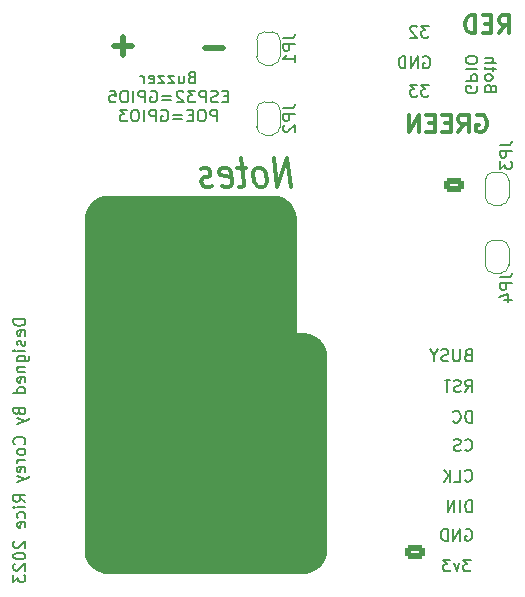
<source format=gbo>
G04 #@! TF.GenerationSoftware,KiCad,Pcbnew,(6.0.10)*
G04 #@! TF.CreationDate,2023-07-26T20:27:47-04:00*
G04 #@! TF.ProjectId,reader-daughter,72656164-6572-42d6-9461-756768746572,rev?*
G04 #@! TF.SameCoordinates,Original*
G04 #@! TF.FileFunction,Legend,Bot*
G04 #@! TF.FilePolarity,Positive*
%FSLAX46Y46*%
G04 Gerber Fmt 4.6, Leading zero omitted, Abs format (unit mm)*
G04 Created by KiCad (PCBNEW (6.0.10)) date 2023-07-26 20:27:47*
%MOMM*%
%LPD*%
G01*
G04 APERTURE LIST*
G04 Aperture macros list*
%AMRoundRect*
0 Rectangle with rounded corners*
0 $1 Rounding radius*
0 $2 $3 $4 $5 $6 $7 $8 $9 X,Y pos of 4 corners*
0 Add a 4 corners polygon primitive as box body*
4,1,4,$2,$3,$4,$5,$6,$7,$8,$9,$2,$3,0*
0 Add four circle primitives for the rounded corners*
1,1,$1+$1,$2,$3*
1,1,$1+$1,$4,$5*
1,1,$1+$1,$6,$7*
1,1,$1+$1,$8,$9*
0 Add four rect primitives between the rounded corners*
20,1,$1+$1,$2,$3,$4,$5,0*
20,1,$1+$1,$4,$5,$6,$7,0*
20,1,$1+$1,$6,$7,$8,$9,0*
20,1,$1+$1,$8,$9,$2,$3,0*%
%AMFreePoly0*
4,1,22,0.500000,-0.750000,0.000000,-0.750000,0.000000,-0.745033,-0.079941,-0.743568,-0.215256,-0.701293,-0.333266,-0.622738,-0.424486,-0.514219,-0.481581,-0.384460,-0.499164,-0.250000,-0.500000,-0.250000,-0.500000,0.250000,-0.499164,0.250000,-0.499963,0.256109,-0.478152,0.396186,-0.417904,0.524511,-0.324060,0.630769,-0.204165,0.706417,-0.067858,0.745374,0.000000,0.744959,0.000000,0.750000,
0.500000,0.750000,0.500000,-0.750000,0.500000,-0.750000,$1*%
%AMFreePoly1*
4,1,20,0.000000,0.744959,0.073905,0.744508,0.209726,0.703889,0.328688,0.626782,0.421226,0.519385,0.479903,0.390333,0.500000,0.250000,0.500000,-0.250000,0.499851,-0.262216,0.476331,-0.402017,0.414519,-0.529596,0.319384,-0.634700,0.198574,-0.708877,0.061801,-0.746166,0.000000,-0.745033,0.000000,-0.750000,-0.500000,-0.750000,-0.500000,0.750000,0.000000,0.750000,0.000000,0.744959,
0.000000,0.744959,$1*%
G04 Aperture macros list end*
%ADD10C,1.000000*%
%ADD11C,0.300000*%
%ADD12C,0.150000*%
%ADD13C,0.350000*%
%ADD14C,0.500000*%
%ADD15C,0.120000*%
%ADD16RoundRect,0.250000X-0.625000X0.350000X-0.625000X-0.350000X0.625000X-0.350000X0.625000X0.350000X0*%
%ADD17O,1.750000X1.200000*%
%ADD18R,2.100000X2.100000*%
%ADD19C,2.100000*%
%ADD20R,2.000000X2.000000*%
%ADD21C,2.000000*%
%ADD22RoundRect,0.250000X0.625000X-0.350000X0.625000X0.350000X-0.625000X0.350000X-0.625000X-0.350000X0*%
%ADD23R,1.700000X1.700000*%
%ADD24O,1.700000X1.700000*%
%ADD25C,1.600000*%
%ADD26O,1.600000X1.600000*%
%ADD27FreePoly0,90.000000*%
%ADD28FreePoly1,90.000000*%
%ADD29FreePoly0,270.000000*%
%ADD30FreePoly1,270.000000*%
G04 APERTURE END LIST*
D10*
G36*
X132503003Y-113532214D02*
G01*
X132509960Y-113532308D01*
X132516812Y-113532591D01*
X132523566Y-113533067D01*
X132530228Y-113533738D01*
X132536806Y-113534605D01*
X132543306Y-113535672D01*
X132549737Y-113536940D01*
X132556103Y-113538412D01*
X132559200Y-113539076D01*
X132562153Y-113539801D01*
X132564961Y-113540586D01*
X132567623Y-113541431D01*
X132570138Y-113542336D01*
X132572505Y-113543302D01*
X132574723Y-113544328D01*
X132575776Y-113544863D01*
X132576791Y-113545413D01*
X132577768Y-113545979D01*
X132578708Y-113546559D01*
X132579609Y-113547154D01*
X132580472Y-113547765D01*
X132581297Y-113548390D01*
X132582083Y-113549030D01*
X132582831Y-113549686D01*
X132583540Y-113550356D01*
X132584210Y-113551041D01*
X132584841Y-113551741D01*
X132585434Y-113552456D01*
X132585986Y-113553186D01*
X132586500Y-113553930D01*
X132586974Y-113554690D01*
X132587409Y-113555464D01*
X132587803Y-113556254D01*
X132587662Y-113561672D01*
X132587240Y-113567133D01*
X132586534Y-113572636D01*
X132585544Y-113578184D01*
X132584269Y-113583776D01*
X132582709Y-113589415D01*
X132580862Y-113595102D01*
X132578728Y-113600837D01*
X132576306Y-113606621D01*
X132573594Y-113612456D01*
X132570593Y-113618343D01*
X132567300Y-113624283D01*
X132563716Y-113630276D01*
X132559840Y-113636325D01*
X132555670Y-113642430D01*
X132551205Y-113648592D01*
X132546463Y-113654610D01*
X132541468Y-113660600D01*
X132536222Y-113666561D01*
X132530726Y-113672494D01*
X132524980Y-113678398D01*
X132518985Y-113684273D01*
X132512741Y-113690119D01*
X132506250Y-113695936D01*
X132499511Y-113701722D01*
X132492527Y-113707479D01*
X132485296Y-113713205D01*
X132477821Y-113718901D01*
X132470101Y-113724565D01*
X132462138Y-113730199D01*
X132445485Y-113741373D01*
X132428207Y-113752361D01*
X132410027Y-113763091D01*
X132390942Y-113773555D01*
X132370946Y-113783747D01*
X132350035Y-113793662D01*
X132328204Y-113803292D01*
X132305449Y-113812631D01*
X132281765Y-113821673D01*
X132257625Y-113829970D01*
X132232824Y-113837715D01*
X132207358Y-113844906D01*
X132181221Y-113851542D01*
X132154410Y-113857623D01*
X132126918Y-113863148D01*
X132098741Y-113868115D01*
X132069874Y-113872523D01*
X132092256Y-113842649D01*
X132115049Y-113812745D01*
X132138330Y-113782844D01*
X132162175Y-113752974D01*
X132174632Y-113737926D01*
X132187213Y-113723272D01*
X132199918Y-113709012D01*
X132212744Y-113695148D01*
X132225690Y-113681682D01*
X132238753Y-113668615D01*
X132251932Y-113655948D01*
X132265225Y-113643683D01*
X132278650Y-113631605D01*
X132292250Y-113620134D01*
X132306020Y-113609265D01*
X132319952Y-113598996D01*
X132334041Y-113589322D01*
X132348281Y-113580239D01*
X132362665Y-113571745D01*
X132377186Y-113563834D01*
X132384675Y-113559991D01*
X132392215Y-113556397D01*
X132399806Y-113553053D01*
X132407447Y-113549958D01*
X132415139Y-113547112D01*
X132422881Y-113544514D01*
X132430672Y-113542165D01*
X132438513Y-113540064D01*
X132446403Y-113538210D01*
X132454342Y-113536605D01*
X132462330Y-113535247D01*
X132470366Y-113534137D01*
X132478450Y-113533273D01*
X132486582Y-113532657D01*
X132494761Y-113532287D01*
X132502987Y-113532164D01*
X132503003Y-113532214D01*
G37*
X132503003Y-113532214D02*
X132509960Y-113532308D01*
X132516812Y-113532591D01*
X132523566Y-113533067D01*
X132530228Y-113533738D01*
X132536806Y-113534605D01*
X132543306Y-113535672D01*
X132549737Y-113536940D01*
X132556103Y-113538412D01*
X132559200Y-113539076D01*
X132562153Y-113539801D01*
X132564961Y-113540586D01*
X132567623Y-113541431D01*
X132570138Y-113542336D01*
X132572505Y-113543302D01*
X132574723Y-113544328D01*
X132575776Y-113544863D01*
X132576791Y-113545413D01*
X132577768Y-113545979D01*
X132578708Y-113546559D01*
X132579609Y-113547154D01*
X132580472Y-113547765D01*
X132581297Y-113548390D01*
X132582083Y-113549030D01*
X132582831Y-113549686D01*
X132583540Y-113550356D01*
X132584210Y-113551041D01*
X132584841Y-113551741D01*
X132585434Y-113552456D01*
X132585986Y-113553186D01*
X132586500Y-113553930D01*
X132586974Y-113554690D01*
X132587409Y-113555464D01*
X132587803Y-113556254D01*
X132587662Y-113561672D01*
X132587240Y-113567133D01*
X132586534Y-113572636D01*
X132585544Y-113578184D01*
X132584269Y-113583776D01*
X132582709Y-113589415D01*
X132580862Y-113595102D01*
X132578728Y-113600837D01*
X132576306Y-113606621D01*
X132573594Y-113612456D01*
X132570593Y-113618343D01*
X132567300Y-113624283D01*
X132563716Y-113630276D01*
X132559840Y-113636325D01*
X132555670Y-113642430D01*
X132551205Y-113648592D01*
X132546463Y-113654610D01*
X132541468Y-113660600D01*
X132536222Y-113666561D01*
X132530726Y-113672494D01*
X132524980Y-113678398D01*
X132518985Y-113684273D01*
X132512741Y-113690119D01*
X132506250Y-113695936D01*
X132499511Y-113701722D01*
X132492527Y-113707479D01*
X132485296Y-113713205D01*
X132477821Y-113718901D01*
X132470101Y-113724565D01*
X132462138Y-113730199D01*
X132445485Y-113741373D01*
X132428207Y-113752361D01*
X132410027Y-113763091D01*
X132390942Y-113773555D01*
X132370946Y-113783747D01*
X132350035Y-113793662D01*
X132328204Y-113803292D01*
X132305449Y-113812631D01*
X132281765Y-113821673D01*
X132257625Y-113829970D01*
X132232824Y-113837715D01*
X132207358Y-113844906D01*
X132181221Y-113851542D01*
X132154410Y-113857623D01*
X132126918Y-113863148D01*
X132098741Y-113868115D01*
X132069874Y-113872523D01*
X132092256Y-113842649D01*
X132115049Y-113812745D01*
X132138330Y-113782844D01*
X132162175Y-113752974D01*
X132174632Y-113737926D01*
X132187213Y-113723272D01*
X132199918Y-113709012D01*
X132212744Y-113695148D01*
X132225690Y-113681682D01*
X132238753Y-113668615D01*
X132251932Y-113655948D01*
X132265225Y-113643683D01*
X132278650Y-113631605D01*
X132292250Y-113620134D01*
X132306020Y-113609265D01*
X132319952Y-113598996D01*
X132334041Y-113589322D01*
X132348281Y-113580239D01*
X132362665Y-113571745D01*
X132377186Y-113563834D01*
X132384675Y-113559991D01*
X132392215Y-113556397D01*
X132399806Y-113553053D01*
X132407447Y-113549958D01*
X132415139Y-113547112D01*
X132422881Y-113544514D01*
X132430672Y-113542165D01*
X132438513Y-113540064D01*
X132446403Y-113538210D01*
X132454342Y-113536605D01*
X132462330Y-113535247D01*
X132470366Y-113534137D01*
X132478450Y-113533273D01*
X132486582Y-113532657D01*
X132494761Y-113532287D01*
X132502987Y-113532164D01*
X132503003Y-113532214D01*
G36*
X114400000Y-118596113D02*
G01*
X114400000Y-116400000D01*
X131420811Y-116400000D01*
X131421159Y-116420959D01*
X131422206Y-116441298D01*
X131422994Y-116451237D01*
X131423959Y-116461025D01*
X131425102Y-116470662D01*
X131426423Y-116480149D01*
X131427924Y-116489487D01*
X131429605Y-116498677D01*
X131431466Y-116507721D01*
X131433509Y-116516619D01*
X131435734Y-116525373D01*
X131438141Y-116533983D01*
X131440733Y-116542450D01*
X131443509Y-116550776D01*
X131446432Y-116558801D01*
X131449503Y-116566680D01*
X131452723Y-116574412D01*
X131456092Y-116581996D01*
X131459609Y-116589434D01*
X131463275Y-116596723D01*
X131467091Y-116603865D01*
X131471056Y-116610857D01*
X131475172Y-116617701D01*
X131479438Y-116624396D01*
X131483854Y-116630940D01*
X131488422Y-116637335D01*
X131493140Y-116643579D01*
X131498010Y-116649673D01*
X131503032Y-116655615D01*
X131508206Y-116661406D01*
X131513513Y-116666879D01*
X131518961Y-116672185D01*
X131524552Y-116677323D01*
X131530283Y-116682292D01*
X131536155Y-116687093D01*
X131542168Y-116691726D01*
X131548320Y-116696190D01*
X131554613Y-116700486D01*
X131561044Y-116704613D01*
X131567614Y-116708571D01*
X131574323Y-116712360D01*
X131581169Y-116715980D01*
X131588154Y-116719430D01*
X131595275Y-116722712D01*
X131602534Y-116725824D01*
X131609929Y-116728766D01*
X131617594Y-116731536D01*
X131625363Y-116734125D01*
X131633233Y-116736532D01*
X131641205Y-116738759D01*
X131649278Y-116740806D01*
X131657452Y-116742672D01*
X131665726Y-116744359D01*
X131674100Y-116745867D01*
X131682574Y-116747196D01*
X131691147Y-116748347D01*
X131708588Y-116750114D01*
X131726420Y-116751172D01*
X131744641Y-116751524D01*
X131769340Y-116751172D01*
X131793899Y-116750113D01*
X131818326Y-116748345D01*
X131842626Y-116745864D01*
X131866806Y-116742669D01*
X131890874Y-116738756D01*
X131914834Y-116734122D01*
X131938694Y-116728766D01*
X131962710Y-116722501D01*
X131986496Y-116715772D01*
X132010050Y-116708575D01*
X132033370Y-116700906D01*
X132056454Y-116692760D01*
X132079299Y-116684134D01*
X132101903Y-116675025D01*
X132124264Y-116665427D01*
X132146380Y-116655041D01*
X132168282Y-116644204D01*
X132189977Y-116632919D01*
X132211470Y-116621193D01*
X132232768Y-116609030D01*
X132253877Y-116596435D01*
X132274803Y-116583412D01*
X132295552Y-116569968D01*
X132316044Y-116556192D01*
X132336236Y-116542178D01*
X132356125Y-116527924D01*
X132375703Y-116513433D01*
X132394966Y-116498703D01*
X132413907Y-116483737D01*
X132432521Y-116468533D01*
X132450802Y-116453093D01*
X132465862Y-116439991D01*
X132480573Y-116426726D01*
X132494932Y-116413300D01*
X132508939Y-116399715D01*
X132522593Y-116385971D01*
X132535894Y-116372070D01*
X132548839Y-116358013D01*
X132561428Y-116343802D01*
X132573605Y-116329241D01*
X132585312Y-116314767D01*
X132596559Y-116300377D01*
X132607356Y-116286070D01*
X132617713Y-116271841D01*
X132627637Y-116257689D01*
X132637140Y-116243612D01*
X132646229Y-116229605D01*
X132654873Y-116215416D01*
X132663021Y-116201427D01*
X132670668Y-116187635D01*
X132677805Y-116174043D01*
X132684427Y-116160648D01*
X132690526Y-116147452D01*
X132696096Y-116134453D01*
X132701130Y-116121653D01*
X132703434Y-116115348D01*
X132705581Y-116109133D01*
X132707573Y-116103009D01*
X132709411Y-116096975D01*
X132711096Y-116091032D01*
X132712629Y-116085178D01*
X132714011Y-116079414D01*
X132715244Y-116073739D01*
X132716327Y-116068154D01*
X132717263Y-116062658D01*
X132718051Y-116057251D01*
X132718694Y-116051933D01*
X132719193Y-116046703D01*
X132719547Y-116041561D01*
X132719759Y-116036508D01*
X132719830Y-116031542D01*
X132719595Y-116019184D01*
X132718890Y-116006871D01*
X132717711Y-115994604D01*
X132716056Y-115982378D01*
X132713923Y-115970192D01*
X132711310Y-115958044D01*
X132708214Y-115945931D01*
X132704632Y-115933852D01*
X132700938Y-115921563D01*
X132696903Y-115909468D01*
X132692523Y-115897570D01*
X132687795Y-115885868D01*
X132682716Y-115874365D01*
X132677281Y-115863062D01*
X132671488Y-115851961D01*
X132665333Y-115841063D01*
X132659167Y-115830376D01*
X132652676Y-115819913D01*
X132645859Y-115809677D01*
X132638718Y-115799674D01*
X132635026Y-115794762D01*
X132631254Y-115789910D01*
X132627401Y-115785119D01*
X132623467Y-115780390D01*
X132619453Y-115775723D01*
X132615359Y-115771119D01*
X132611185Y-115766579D01*
X132606930Y-115762102D01*
X132598325Y-115753408D01*
X132589604Y-115745110D01*
X132580765Y-115737209D01*
X132571807Y-115729705D01*
X132562727Y-115722597D01*
X132553523Y-115715887D01*
X132548874Y-115712682D01*
X132544192Y-115709575D01*
X132539479Y-115706568D01*
X132534733Y-115703661D01*
X132533972Y-115703035D01*
X132533191Y-115702429D01*
X132532391Y-115701844D01*
X132531577Y-115701279D01*
X132530752Y-115700735D01*
X132529917Y-115700212D01*
X132529076Y-115699709D01*
X132528233Y-115699225D01*
X132526549Y-115698318D01*
X132524888Y-115697489D01*
X132523275Y-115696738D01*
X132521733Y-115696062D01*
X132518676Y-115694096D01*
X132515281Y-115691950D01*
X132511662Y-115689636D01*
X132509803Y-115688418D01*
X132507931Y-115687163D01*
X132491430Y-115677188D01*
X132474930Y-115667566D01*
X132458430Y-115658262D01*
X132441929Y-115649245D01*
X132433561Y-115644562D01*
X132424957Y-115640037D01*
X132416118Y-115635672D01*
X132407040Y-115631466D01*
X132397724Y-115627419D01*
X132388167Y-115623531D01*
X132378369Y-115619804D01*
X132368328Y-115616236D01*
X132358003Y-115612531D01*
X132347352Y-115609032D01*
X132336380Y-115605735D01*
X132325091Y-115602638D01*
X132313487Y-115599735D01*
X132301574Y-115597023D01*
X132289353Y-115594498D01*
X132276829Y-115592158D01*
X132263851Y-115590081D01*
X132250308Y-115588277D01*
X132236202Y-115586748D01*
X132221533Y-115585495D01*
X132206305Y-115584518D01*
X132190518Y-115583819D01*
X132174174Y-115583398D01*
X132157276Y-115583258D01*
X132157406Y-115583224D01*
X132147539Y-115583347D01*
X132137625Y-115583716D01*
X132127663Y-115584332D01*
X132117652Y-115585195D01*
X132107594Y-115586305D01*
X132097487Y-115587662D01*
X132087332Y-115589267D01*
X132077127Y-115591119D01*
X132066873Y-115593220D01*
X132056570Y-115595569D01*
X132046216Y-115598167D01*
X132035813Y-115601013D01*
X132025360Y-115604109D01*
X132014855Y-115607454D01*
X131993695Y-115614893D01*
X131972498Y-115622826D01*
X131951464Y-115631387D01*
X131930592Y-115640579D01*
X131909881Y-115650405D01*
X131889331Y-115660865D01*
X131868943Y-115671964D01*
X131848715Y-115683702D01*
X131828648Y-115696081D01*
X131808790Y-115708974D01*
X131789257Y-115722242D01*
X131770047Y-115735878D01*
X131751158Y-115749878D01*
X131732587Y-115764235D01*
X131714332Y-115778942D01*
X131696391Y-115793995D01*
X131678761Y-115809386D01*
X131661948Y-115824947D01*
X131645814Y-115840521D01*
X131630357Y-115856117D01*
X131615578Y-115871743D01*
X131601475Y-115887409D01*
X131588049Y-115903123D01*
X131575297Y-115918895D01*
X131563221Y-115934733D01*
X131555383Y-115945745D01*
X131547696Y-115957183D01*
X131540162Y-115969036D01*
X131532781Y-115981297D01*
X131525555Y-115993954D01*
X131518485Y-116006999D01*
X131511573Y-116020422D01*
X131504818Y-116034212D01*
X131498571Y-116047988D01*
X131492506Y-116062002D01*
X131486629Y-116076256D01*
X131480944Y-116090747D01*
X131475456Y-116105477D01*
X131470168Y-116120443D01*
X131465087Y-116135647D01*
X131460217Y-116151087D01*
X131455594Y-116166369D01*
X131451248Y-116181743D01*
X131447178Y-116197218D01*
X131443378Y-116212804D01*
X131439845Y-116228509D01*
X131436576Y-116244343D01*
X131433566Y-116260315D01*
X131430813Y-116276434D01*
X131428373Y-116292267D01*
X131426296Y-116308006D01*
X131424571Y-116323644D01*
X131423186Y-116339171D01*
X131422129Y-116354579D01*
X131421389Y-116369859D01*
X131420954Y-116385002D01*
X131420811Y-116400000D01*
X114400000Y-116400000D01*
X114400000Y-112502825D01*
X131173870Y-112502825D01*
X131174022Y-112512350D01*
X131174474Y-112521552D01*
X131175228Y-112530432D01*
X131176283Y-112538988D01*
X131177638Y-112547219D01*
X131179292Y-112555126D01*
X131181245Y-112562706D01*
X131183496Y-112569960D01*
X131186045Y-112576886D01*
X131188890Y-112583484D01*
X131192033Y-112589752D01*
X131195471Y-112595691D01*
X131199204Y-112601298D01*
X131203232Y-112606575D01*
X131207554Y-112611519D01*
X131212170Y-112616129D01*
X131216880Y-112620434D01*
X131221798Y-112624454D01*
X131226927Y-112628190D01*
X131232264Y-112631644D01*
X131237809Y-112634816D01*
X131243564Y-112637707D01*
X131249526Y-112640318D01*
X131255697Y-112642650D01*
X131262075Y-112644704D01*
X131268661Y-112646481D01*
X131275455Y-112647982D01*
X131282456Y-112649208D01*
X131289664Y-112650160D01*
X131297078Y-112650839D01*
X131304699Y-112651246D01*
X131312527Y-112651381D01*
X131320074Y-112651245D01*
X131327560Y-112650834D01*
X131334980Y-112650147D01*
X131342329Y-112649181D01*
X131349604Y-112647934D01*
X131356799Y-112646403D01*
X131363909Y-112644586D01*
X131370930Y-112642481D01*
X131374241Y-112641184D01*
X131377498Y-112639832D01*
X131380702Y-112638427D01*
X131383854Y-112636966D01*
X131386955Y-112635448D01*
X131390004Y-112633874D01*
X131393003Y-112632243D01*
X131395953Y-112630552D01*
X131398853Y-112628802D01*
X131401704Y-112626992D01*
X131404508Y-112625121D01*
X131407264Y-112623188D01*
X131409974Y-112621192D01*
X131412637Y-112619133D01*
X131415255Y-112617009D01*
X131417828Y-112614821D01*
X131420483Y-112612567D01*
X131423051Y-112610251D01*
X131425533Y-112607875D01*
X131427932Y-112605439D01*
X131430249Y-112602942D01*
X131432485Y-112600385D01*
X131434643Y-112597768D01*
X131436724Y-112595091D01*
X131438730Y-112592355D01*
X131440664Y-112589559D01*
X131442525Y-112586705D01*
X131444317Y-112583791D01*
X131446042Y-112580818D01*
X131447700Y-112577787D01*
X131449294Y-112574698D01*
X131450825Y-112571551D01*
X131452366Y-112568191D01*
X131453802Y-112564780D01*
X131455134Y-112561318D01*
X131456363Y-112557804D01*
X131457490Y-112554240D01*
X131458514Y-112550626D01*
X131459438Y-112546961D01*
X131460261Y-112543247D01*
X131460984Y-112539483D01*
X131461609Y-112535670D01*
X131462135Y-112531808D01*
X131462565Y-112527897D01*
X131462897Y-112523937D01*
X131463134Y-112519929D01*
X131463275Y-112515874D01*
X131463322Y-112511771D01*
X131463322Y-112489020D01*
X131463461Y-112482574D01*
X131463870Y-112475933D01*
X131464537Y-112469096D01*
X131465450Y-112462061D01*
X131466597Y-112454828D01*
X131467967Y-112447394D01*
X131469547Y-112439759D01*
X131471325Y-112431921D01*
X131472368Y-112427911D01*
X131473621Y-112423824D01*
X131475085Y-112419658D01*
X131476760Y-112415414D01*
X131478645Y-112411092D01*
X131480740Y-112406691D01*
X131483045Y-112402211D01*
X131485561Y-112397652D01*
X131488286Y-112393014D01*
X131491221Y-112388297D01*
X131494365Y-112383499D01*
X131497719Y-112378623D01*
X131501282Y-112373666D01*
X131505055Y-112368629D01*
X131509036Y-112363511D01*
X131513226Y-112358313D01*
X131517080Y-112353787D01*
X131521030Y-112349415D01*
X131525075Y-112345199D01*
X131529213Y-112341139D01*
X131533444Y-112337235D01*
X131537768Y-112333489D01*
X131542183Y-112329900D01*
X131546689Y-112326469D01*
X131551286Y-112323196D01*
X131555972Y-112320084D01*
X131560747Y-112317130D01*
X131565609Y-112314338D01*
X131570560Y-112311706D01*
X131575596Y-112309235D01*
X131580719Y-112306927D01*
X131585926Y-112304781D01*
X131591264Y-112302630D01*
X131596517Y-112300615D01*
X131601685Y-112298738D01*
X131606767Y-112296998D01*
X131611762Y-112295396D01*
X131616670Y-112293933D01*
X131621490Y-112292607D01*
X131626222Y-112291420D01*
X131630865Y-112290372D01*
X131635418Y-112289463D01*
X131639881Y-112288693D01*
X131644254Y-112288063D01*
X131648535Y-112287572D01*
X131652724Y-112287221D01*
X131656821Y-112287010D01*
X131660824Y-112286940D01*
X131664312Y-112286998D01*
X131667761Y-112287172D01*
X131671172Y-112287461D01*
X131674547Y-112287863D01*
X131677886Y-112288378D01*
X131681192Y-112289005D01*
X131684464Y-112289744D01*
X131687704Y-112290592D01*
X131690914Y-112291549D01*
X131694095Y-112292614D01*
X131697247Y-112293786D01*
X131700373Y-112295064D01*
X131703472Y-112296447D01*
X131706547Y-112297935D01*
X131709599Y-112299525D01*
X131712628Y-112301218D01*
X131718946Y-112304838D01*
X131725228Y-112308716D01*
X131731471Y-112312861D01*
X131737678Y-112317277D01*
X131743847Y-112321971D01*
X131749978Y-112326951D01*
X131756072Y-112332222D01*
X131762127Y-112337790D01*
X131768156Y-112343633D01*
X131774162Y-112349727D01*
X131780138Y-112356068D01*
X131786082Y-112362652D01*
X131791987Y-112369473D01*
X131797850Y-112376528D01*
X131803666Y-112383812D01*
X131809430Y-112391321D01*
X131821492Y-112406128D01*
X131833534Y-112421369D01*
X131845574Y-112437086D01*
X131857632Y-112453322D01*
X131874317Y-112475032D01*
X131891348Y-112496947D01*
X131908697Y-112519019D01*
X131926335Y-112541201D01*
X131935605Y-112551868D01*
X131944967Y-112562281D01*
X131954429Y-112572445D01*
X131964000Y-112582364D01*
X131973688Y-112592046D01*
X131983501Y-112601494D01*
X131993448Y-112610714D01*
X132003537Y-112619711D01*
X132007567Y-112623055D01*
X132011633Y-112626282D01*
X132015731Y-112629399D01*
X132019860Y-112632415D01*
X132028196Y-112638172D01*
X132036622Y-112643613D01*
X132045119Y-112648797D01*
X132053667Y-112653787D01*
X132070835Y-112663420D01*
X132061316Y-112670856D01*
X132051805Y-112678121D01*
X132032812Y-112692470D01*
X132023330Y-112699718D01*
X132013857Y-112707126D01*
X132004393Y-112714776D01*
X131994938Y-112722750D01*
X131971893Y-112742926D01*
X131949120Y-112763447D01*
X131926620Y-112784318D01*
X131904395Y-112805542D01*
X131882448Y-112827123D01*
X131860780Y-112849065D01*
X131839392Y-112871371D01*
X131818287Y-112894045D01*
X131797517Y-112917025D01*
X131777111Y-112940239D01*
X131757068Y-112963690D01*
X131737382Y-112987378D01*
X131718052Y-113011304D01*
X131699074Y-113035470D01*
X131680444Y-113059876D01*
X131662159Y-113084524D01*
X131644644Y-113109333D01*
X131627704Y-113134226D01*
X131611348Y-113159201D01*
X131595583Y-113184256D01*
X131580417Y-113209392D01*
X131565857Y-113234605D01*
X131551911Y-113259896D01*
X131538586Y-113285261D01*
X131525912Y-113310672D01*
X131513912Y-113336096D01*
X131502588Y-113361529D01*
X131491939Y-113386967D01*
X131481965Y-113412406D01*
X131472665Y-113437840D01*
X131464040Y-113463265D01*
X131456089Y-113488676D01*
X131449102Y-113513696D01*
X131443122Y-113538586D01*
X131438126Y-113563351D01*
X131434091Y-113587992D01*
X131430993Y-113612515D01*
X131428809Y-113636922D01*
X131427516Y-113661216D01*
X131427090Y-113685400D01*
X131427565Y-113712175D01*
X131428989Y-113738204D01*
X131431362Y-113763487D01*
X131434687Y-113788025D01*
X131438962Y-113811817D01*
X131444188Y-113834864D01*
X131450367Y-113857166D01*
X131457497Y-113878724D01*
X131465580Y-113899538D01*
X131474617Y-113919608D01*
X131484607Y-113938935D01*
X131495551Y-113957518D01*
X131507450Y-113975358D01*
X131520303Y-113992456D01*
X131534113Y-114008811D01*
X131548878Y-114024424D01*
X131559237Y-114034122D01*
X131570053Y-114043377D01*
X131581322Y-114052194D01*
X131593038Y-114060579D01*
X131605196Y-114068536D01*
X131617791Y-114076070D01*
X131630816Y-114083187D01*
X131644267Y-114089890D01*
X131658139Y-114096186D01*
X131672426Y-114102079D01*
X131687123Y-114107574D01*
X131702224Y-114112677D01*
X131717725Y-114117391D01*
X131733619Y-114121722D01*
X131749902Y-114125675D01*
X131766568Y-114129256D01*
X131765573Y-114130153D01*
X131764580Y-114131018D01*
X131762596Y-114132673D01*
X131758652Y-114135825D01*
X131756700Y-114137402D01*
X131754766Y-114139036D01*
X131753807Y-114139886D01*
X131752853Y-114140766D01*
X131751906Y-114141680D01*
X131750965Y-114142634D01*
X131743083Y-114150375D01*
X131735262Y-114158363D01*
X131727506Y-114166596D01*
X131719819Y-114175071D01*
X131712208Y-114183784D01*
X131704676Y-114192733D01*
X131697228Y-114201914D01*
X131689869Y-114211325D01*
X131675364Y-114229854D01*
X131661032Y-114248609D01*
X131646868Y-114267595D01*
X131632865Y-114286816D01*
X131619018Y-114306275D01*
X131605321Y-114325975D01*
X131591767Y-114345922D01*
X131578350Y-114366118D01*
X131565503Y-114386175D01*
X131553058Y-114406341D01*
X131541016Y-114426622D01*
X131529376Y-114447018D01*
X131518140Y-114467534D01*
X131507307Y-114488172D01*
X131496878Y-114508936D01*
X131486851Y-114529829D01*
X131477242Y-114550489D01*
X131468142Y-114571189D01*
X131459552Y-114591928D01*
X131451475Y-114612708D01*
X131443915Y-114633527D01*
X131436872Y-114654385D01*
X131430350Y-114675283D01*
X131424351Y-114696219D01*
X131419124Y-114717156D01*
X131414548Y-114738054D01*
X131410637Y-114758912D01*
X131407405Y-114779731D01*
X131404867Y-114800510D01*
X131403036Y-114821249D01*
X131401927Y-114841949D01*
X131401554Y-114862608D01*
X131401672Y-114875194D01*
X131402024Y-114887548D01*
X131402611Y-114899671D01*
X131403433Y-114911560D01*
X131404492Y-114923216D01*
X131405787Y-114934636D01*
X131407320Y-114945820D01*
X131409089Y-114956767D01*
X131411097Y-114967476D01*
X131413343Y-114977946D01*
X131415828Y-114988176D01*
X131418552Y-114998165D01*
X131421516Y-115007912D01*
X131424720Y-115017415D01*
X131428165Y-115026674D01*
X131431851Y-115035689D01*
X131435888Y-115044482D01*
X131440087Y-115053076D01*
X131444447Y-115061473D01*
X131448968Y-115069671D01*
X131453649Y-115077671D01*
X131458491Y-115085473D01*
X131463492Y-115093076D01*
X131468653Y-115100480D01*
X131473973Y-115107686D01*
X131479453Y-115114694D01*
X131485091Y-115121502D01*
X131490887Y-115128112D01*
X131496842Y-115134523D01*
X131502955Y-115140736D01*
X131509225Y-115146749D01*
X131515652Y-115152563D01*
X131522217Y-115158030D01*
X131528894Y-115163318D01*
X131535682Y-115168427D01*
X131542581Y-115173357D01*
X131549591Y-115178108D01*
X131556711Y-115182681D01*
X131563940Y-115187075D01*
X131571279Y-115191290D01*
X131578727Y-115195327D01*
X131586282Y-115199185D01*
X131593946Y-115202864D01*
X131601718Y-115206365D01*
X131609596Y-115209688D01*
X131617581Y-115212832D01*
X131625672Y-115215797D01*
X131633870Y-115218584D01*
X131650716Y-115223314D01*
X131667629Y-115227403D01*
X131684615Y-115230854D01*
X131701679Y-115233670D01*
X131718825Y-115235855D01*
X131736058Y-115237412D01*
X131753385Y-115238344D01*
X131770810Y-115238653D01*
X131785399Y-115238559D01*
X131800004Y-115238276D01*
X131814620Y-115237800D01*
X131829242Y-115237129D01*
X131843865Y-115236262D01*
X131858485Y-115235195D01*
X131873095Y-115233927D01*
X131887692Y-115232455D01*
X131917370Y-115228465D01*
X131946749Y-115224140D01*
X131975816Y-115219512D01*
X132004559Y-115214613D01*
X132033602Y-115208831D01*
X132062193Y-115202899D01*
X132090295Y-115196802D01*
X132117871Y-115190523D01*
X132144824Y-115184341D01*
X132171085Y-115178487D01*
X132196720Y-115172964D01*
X132221798Y-115167773D01*
X132284394Y-115154420D01*
X132340008Y-115142351D01*
X132352927Y-115139637D01*
X132365588Y-115137211D01*
X132377996Y-115135072D01*
X132390155Y-115133214D01*
X132402071Y-115131635D01*
X132413749Y-115130329D01*
X132425192Y-115129293D01*
X132436406Y-115128523D01*
X132435322Y-115133347D01*
X132434309Y-115138305D01*
X132432401Y-115148659D01*
X132430495Y-115159649D01*
X132428402Y-115171343D01*
X132427694Y-115177094D01*
X132427044Y-115182904D01*
X132425779Y-115194674D01*
X132425094Y-115200621D01*
X132424326Y-115206601D01*
X132423442Y-115212608D01*
X132422406Y-115218634D01*
X132418408Y-115265475D01*
X132418134Y-115271060D01*
X132417925Y-115276396D01*
X132417668Y-115286332D01*
X132417565Y-115295318D01*
X132417546Y-115303385D01*
X132417637Y-115313075D01*
X132417905Y-115322455D01*
X132418336Y-115331523D01*
X132418920Y-115340277D01*
X132419644Y-115348712D01*
X132420497Y-115356827D01*
X132421467Y-115364619D01*
X132422543Y-115372084D01*
X132423364Y-115375546D01*
X132424251Y-115378944D01*
X132425205Y-115382278D01*
X132426226Y-115385547D01*
X132427315Y-115388750D01*
X132428472Y-115391886D01*
X132429698Y-115394954D01*
X132430994Y-115397954D01*
X132432361Y-115400884D01*
X132433798Y-115403743D01*
X132435307Y-115406532D01*
X132436887Y-115409248D01*
X132438541Y-115411891D01*
X132440268Y-115414461D01*
X132442068Y-115416956D01*
X132443943Y-115419375D01*
X132446052Y-115421712D01*
X132448252Y-115423963D01*
X132450542Y-115426129D01*
X132452924Y-115428210D01*
X132455397Y-115430209D01*
X132457960Y-115432125D01*
X132460613Y-115433961D01*
X132463357Y-115435717D01*
X132466192Y-115437394D01*
X132469116Y-115438995D01*
X132472130Y-115440519D01*
X132475234Y-115441968D01*
X132478428Y-115443343D01*
X132481711Y-115444645D01*
X132485083Y-115445875D01*
X132488545Y-115447035D01*
X132496092Y-115449112D01*
X132504109Y-115450915D01*
X132512597Y-115452444D01*
X132521557Y-115453698D01*
X132530991Y-115454675D01*
X132540899Y-115455374D01*
X132551284Y-115455794D01*
X132562146Y-115455935D01*
X132565603Y-115455888D01*
X132568997Y-115455747D01*
X132572329Y-115455511D01*
X132575597Y-115455179D01*
X132578800Y-115454750D01*
X132581937Y-115454224D01*
X132585007Y-115453600D01*
X132588008Y-115452877D01*
X132590941Y-115452055D01*
X132593803Y-115451132D01*
X132596594Y-115450108D01*
X132599313Y-115448983D01*
X132601959Y-115447754D01*
X132604531Y-115446422D01*
X132607028Y-115444986D01*
X132609448Y-115443445D01*
X132611792Y-115441667D01*
X132614066Y-115439827D01*
X132616272Y-115437925D01*
X132618412Y-115435962D01*
X132620488Y-115433939D01*
X132622503Y-115431854D01*
X132624458Y-115429710D01*
X132626356Y-115427506D01*
X132628198Y-115425242D01*
X132629989Y-115422919D01*
X132631728Y-115420537D01*
X132633419Y-115418096D01*
X132635064Y-115415598D01*
X132636665Y-115413041D01*
X132638225Y-115410427D01*
X132639744Y-115407755D01*
X132642340Y-115401982D01*
X132644732Y-115396090D01*
X132646924Y-115390081D01*
X132648917Y-115383952D01*
X132650713Y-115377705D01*
X132652314Y-115371338D01*
X132653723Y-115364851D01*
X132654942Y-115358244D01*
X132656017Y-115351267D01*
X132656988Y-115344311D01*
X132657841Y-115337384D01*
X132658565Y-115330490D01*
X132659149Y-115323636D01*
X132659580Y-115316828D01*
X132659847Y-115310072D01*
X132659939Y-115303374D01*
X132659986Y-115300538D01*
X132660127Y-115297116D01*
X132660689Y-115288501D01*
X132661626Y-115277507D01*
X132662938Y-115264113D01*
X132665035Y-115249307D01*
X132666942Y-115234065D01*
X132668848Y-115218348D01*
X132670941Y-115202112D01*
X132678944Y-115136984D01*
X132683941Y-115090143D01*
X132684000Y-115088877D01*
X132684176Y-115087619D01*
X132684470Y-115086370D01*
X132684881Y-115085131D01*
X132685412Y-115083900D01*
X132686060Y-115082678D01*
X132686828Y-115081465D01*
X132687715Y-115080262D01*
X132688721Y-115079067D01*
X132689848Y-115077882D01*
X132691094Y-115076705D01*
X132692461Y-115075538D01*
X132693949Y-115074381D01*
X132695557Y-115073232D01*
X132697287Y-115072093D01*
X132699139Y-115070963D01*
X132703015Y-115068484D01*
X132707065Y-115066111D01*
X132711283Y-115063835D01*
X132715665Y-115061645D01*
X132720206Y-115059534D01*
X132724902Y-115057490D01*
X132729747Y-115055506D01*
X132734738Y-115053572D01*
X132745478Y-115049224D01*
X132750814Y-115047135D01*
X132756141Y-115045116D01*
X132761468Y-115043178D01*
X132766803Y-115041331D01*
X132772157Y-115039585D01*
X132777539Y-115037951D01*
X132783129Y-115036432D01*
X132788500Y-115035028D01*
X132793646Y-115033738D01*
X132798562Y-115032564D01*
X132803245Y-115031507D01*
X132807688Y-115030569D01*
X132811887Y-115029750D01*
X132815838Y-115029051D01*
X132833899Y-115025618D01*
X132853879Y-115021619D01*
X132875790Y-115016988D01*
X132899639Y-115011660D01*
X132949858Y-114998585D01*
X133001347Y-114984888D01*
X133027052Y-114977220D01*
X133052120Y-114969497D01*
X133076551Y-114961774D01*
X133100346Y-114954108D01*
X133112055Y-114950006D01*
X133123115Y-114945948D01*
X133133530Y-114941933D01*
X133143306Y-114937958D01*
X133152450Y-114934023D01*
X133160967Y-114930125D01*
X133168863Y-114926264D01*
X133176144Y-114922438D01*
X133181001Y-114919888D01*
X133185710Y-114917313D01*
X133190272Y-114914714D01*
X133194684Y-114912089D01*
X133198948Y-114909438D01*
X133203063Y-114906759D01*
X133207029Y-114904052D01*
X133210844Y-114901316D01*
X133214510Y-114898549D01*
X133218026Y-114895752D01*
X133221390Y-114892924D01*
X133224604Y-114890063D01*
X133227667Y-114887169D01*
X133230577Y-114884241D01*
X133233336Y-114881278D01*
X133235943Y-114878279D01*
X133238398Y-114875165D01*
X133240699Y-114871856D01*
X133242847Y-114868352D01*
X133244840Y-114864656D01*
X133246678Y-114860767D01*
X133248361Y-114856687D01*
X133249886Y-114852416D01*
X133251254Y-114847956D01*
X133252464Y-114843308D01*
X133253516Y-114838472D01*
X133254407Y-114833449D01*
X133255138Y-114828241D01*
X133255708Y-114822848D01*
X133256116Y-114817271D01*
X133256361Y-114811512D01*
X133256443Y-114805571D01*
X133256320Y-114797301D01*
X133255951Y-114789321D01*
X133255335Y-114781631D01*
X133254472Y-114774231D01*
X133253361Y-114767119D01*
X133252004Y-114760296D01*
X133250398Y-114753762D01*
X133248544Y-114747516D01*
X133246442Y-114741558D01*
X133244091Y-114735887D01*
X133241491Y-114730503D01*
X133238641Y-114725406D01*
X133235542Y-114720596D01*
X133232193Y-114716071D01*
X133228593Y-114711833D01*
X133224743Y-114707880D01*
X133220649Y-114704038D01*
X133216276Y-114700444D01*
X133211627Y-114697100D01*
X133206703Y-114694005D01*
X133201505Y-114691159D01*
X133196035Y-114688561D01*
X133190294Y-114686212D01*
X133184283Y-114684110D01*
X133178003Y-114682257D01*
X133171457Y-114680652D01*
X133164644Y-114679294D01*
X133157568Y-114678183D01*
X133150228Y-114677320D01*
X133142627Y-114676704D01*
X133134765Y-114676334D01*
X133126644Y-114676211D01*
X133118763Y-114676423D01*
X133110343Y-114677064D01*
X133101376Y-114678134D01*
X133091858Y-114679637D01*
X133081782Y-114681577D01*
X133071142Y-114683955D01*
X133059932Y-114686775D01*
X133048146Y-114690039D01*
X133023506Y-114696665D01*
X132997877Y-114703811D01*
X132971288Y-114711433D01*
X132943768Y-114719488D01*
X132916338Y-114727648D01*
X132888641Y-114735638D01*
X132860627Y-114743471D01*
X132832249Y-114751158D01*
X132818450Y-114754437D01*
X132805006Y-114757320D01*
X132791918Y-114759809D01*
X132779188Y-114761902D01*
X132766817Y-114763601D01*
X132754807Y-114764905D01*
X132743160Y-114765814D01*
X132731877Y-114766329D01*
X132731924Y-114762011D01*
X132732064Y-114757311D01*
X132732298Y-114752226D01*
X132732626Y-114746750D01*
X132733563Y-114734602D01*
X132734875Y-114720827D01*
X132736234Y-114705201D01*
X132737499Y-114688859D01*
X132738951Y-114671884D01*
X132739835Y-114663184D01*
X132740872Y-114654356D01*
X132742969Y-114635843D01*
X132744876Y-114617080D01*
X132746782Y-114597998D01*
X132748875Y-114578528D01*
X132759175Y-114503588D01*
X132760589Y-114494478D01*
X132761850Y-114485563D01*
X132764054Y-114468322D01*
X132766069Y-114451873D01*
X132768177Y-114436228D01*
X132769591Y-114428810D01*
X132770852Y-114421809D01*
X132773056Y-114409087D01*
X132774070Y-114403377D01*
X132775072Y-114398112D01*
X132776097Y-114393296D01*
X132777180Y-114388937D01*
X132787119Y-114341992D01*
X132790894Y-114323293D01*
X132792420Y-114315128D01*
X132793682Y-114307749D01*
X132799645Y-114280068D01*
X132802360Y-114267406D01*
X132804783Y-114255560D01*
X132805862Y-114249507D01*
X132807127Y-114243402D01*
X132808538Y-114237236D01*
X132810055Y-114230998D01*
X132813246Y-114218275D01*
X132814840Y-114211771D01*
X132816380Y-114205160D01*
X132837780Y-114127539D01*
X132837569Y-114126420D01*
X132837312Y-114125286D01*
X132837007Y-114124140D01*
X132836655Y-114122982D01*
X132836256Y-114121811D01*
X132835810Y-114120630D01*
X132835318Y-114119438D01*
X132834778Y-114118236D01*
X132834192Y-114117026D01*
X132833559Y-114115807D01*
X132832879Y-114114581D01*
X132832152Y-114113347D01*
X132831379Y-114112108D01*
X132830558Y-114110863D01*
X132829691Y-114109613D01*
X132828778Y-114108359D01*
X132827960Y-114107098D01*
X132827120Y-114105857D01*
X132826257Y-114104635D01*
X132825369Y-114103432D01*
X132824454Y-114102248D01*
X132823512Y-114101083D01*
X132822541Y-114099937D01*
X132821539Y-114098811D01*
X132820506Y-114097705D01*
X132819440Y-114096618D01*
X132818340Y-114095552D01*
X132817203Y-114094505D01*
X132816030Y-114093478D01*
X132814819Y-114092471D01*
X132813568Y-114091484D01*
X132812275Y-114090517D01*
X132810066Y-114088361D01*
X132808960Y-114087331D01*
X132807850Y-114086334D01*
X132806736Y-114085368D01*
X132805614Y-114084433D01*
X132804482Y-114083529D01*
X132803340Y-114082655D01*
X132802185Y-114081810D01*
X132801015Y-114080995D01*
X132799828Y-114080208D01*
X132798623Y-114079450D01*
X132797397Y-114078719D01*
X132796148Y-114078016D01*
X132794875Y-114077339D01*
X132793576Y-114076689D01*
X132792363Y-114075927D01*
X132791164Y-114075217D01*
X132789982Y-114074557D01*
X132788817Y-114073949D01*
X132787673Y-114073390D01*
X132786552Y-114072882D01*
X132785455Y-114072424D01*
X132784386Y-114072015D01*
X132783346Y-114071655D01*
X132782338Y-114071344D01*
X132781363Y-114071082D01*
X132780424Y-114070868D01*
X132779524Y-114070702D01*
X132778664Y-114070584D01*
X132777846Y-114070514D01*
X132777073Y-114070490D01*
X132770920Y-114070643D01*
X132764839Y-114071101D01*
X132758830Y-114071864D01*
X132752896Y-114072933D01*
X132747036Y-114074309D01*
X132741253Y-114075991D01*
X132735547Y-114077981D01*
X132729920Y-114080277D01*
X132724372Y-114082881D01*
X132718906Y-114085793D01*
X132713521Y-114089014D01*
X132708220Y-114092543D01*
X132703003Y-114096381D01*
X132697872Y-114100528D01*
X132692827Y-114104984D01*
X132687870Y-114109751D01*
X132682977Y-114114626D01*
X132678160Y-114119726D01*
X132673418Y-114125052D01*
X132668752Y-114130604D01*
X132664160Y-114136383D01*
X132659640Y-114142389D01*
X132655193Y-114148623D01*
X132650817Y-114155084D01*
X132646512Y-114161774D01*
X132642276Y-114168693D01*
X132638108Y-114175840D01*
X132634008Y-114183217D01*
X132629975Y-114190824D01*
X132626008Y-114198662D01*
X132618267Y-114215029D01*
X132610769Y-114231933D01*
X132603498Y-114249616D01*
X132596456Y-114268070D01*
X132589645Y-114287287D01*
X132583068Y-114307257D01*
X132576729Y-114327972D01*
X132570628Y-114349424D01*
X132564770Y-114371603D01*
X132553671Y-114417340D01*
X132543192Y-114464428D01*
X132533352Y-114512946D01*
X132524166Y-114562971D01*
X132519740Y-114589050D01*
X132515744Y-114613911D01*
X132512159Y-114637503D01*
X132508969Y-114659773D01*
X132507426Y-114670092D01*
X132505813Y-114680089D01*
X132502468Y-114699119D01*
X132495968Y-114733382D01*
X132494633Y-114741146D01*
X132493244Y-114748562D01*
X132491796Y-114755627D01*
X132490283Y-114762337D01*
X132488700Y-114768689D01*
X132487041Y-114774681D01*
X132485300Y-114780309D01*
X132483471Y-114785570D01*
X132482670Y-114788069D01*
X132481843Y-114790487D01*
X132480988Y-114792824D01*
X132480104Y-114795081D01*
X132479192Y-114797257D01*
X132478249Y-114799352D01*
X132477276Y-114801367D01*
X132476270Y-114803302D01*
X132475232Y-114805157D01*
X132474160Y-114806931D01*
X132473053Y-114808626D01*
X132471911Y-114810240D01*
X132470732Y-114811775D01*
X132469516Y-114813230D01*
X132468262Y-114814605D01*
X132466969Y-114815901D01*
X132404013Y-114833811D01*
X132329579Y-114854262D01*
X132289646Y-114864327D01*
X132248598Y-114874211D01*
X132206444Y-114883936D01*
X132163189Y-114893523D01*
X132119246Y-114902633D01*
X132075037Y-114910932D01*
X132030516Y-114918444D01*
X131985638Y-114925192D01*
X131963587Y-114928137D01*
X131941891Y-114930683D01*
X131920551Y-114932830D01*
X131899569Y-114934583D01*
X131878947Y-114935942D01*
X131858686Y-114936910D01*
X131838788Y-114937489D01*
X131819256Y-114937681D01*
X131808484Y-114937552D01*
X131798049Y-114937162D01*
X131787954Y-114936512D01*
X131778198Y-114935599D01*
X131768784Y-114934423D01*
X131759712Y-114932983D01*
X131750984Y-114931277D01*
X131742601Y-114929304D01*
X131734564Y-114927063D01*
X131726875Y-114924553D01*
X131719534Y-114921773D01*
X131712544Y-114918722D01*
X131705905Y-114915398D01*
X131699618Y-114911801D01*
X131693685Y-114907928D01*
X131688107Y-114903780D01*
X131682896Y-114899380D01*
X131678027Y-114894755D01*
X131673499Y-114889909D01*
X131669311Y-114884840D01*
X131665462Y-114879550D01*
X131661951Y-114874039D01*
X131658779Y-114868309D01*
X131655943Y-114862360D01*
X131653444Y-114856193D01*
X131651281Y-114849809D01*
X131649452Y-114843207D01*
X131647957Y-114836390D01*
X131646796Y-114829358D01*
X131645968Y-114822112D01*
X131645471Y-114814651D01*
X131645306Y-114806979D01*
X131645445Y-114792741D01*
X131645854Y-114778599D01*
X131646521Y-114764549D01*
X131647434Y-114750583D01*
X131648581Y-114736697D01*
X131649950Y-114722884D01*
X131651531Y-114709139D01*
X131653309Y-114695456D01*
X131655714Y-114681427D01*
X131658507Y-114667282D01*
X131661691Y-114653020D01*
X131665270Y-114638639D01*
X131669248Y-114624140D01*
X131673627Y-114609521D01*
X131678412Y-114594781D01*
X131683606Y-114579920D01*
X131689581Y-114564572D01*
X131696034Y-114549012D01*
X131702962Y-114533244D01*
X131710366Y-114517274D01*
X131718243Y-114501104D01*
X131726592Y-114484741D01*
X131735412Y-114468187D01*
X131744702Y-114451449D01*
X131754590Y-114434058D01*
X131765130Y-114416180D01*
X131776329Y-114397819D01*
X131788191Y-114378978D01*
X131800724Y-114359660D01*
X131813933Y-114339870D01*
X131827824Y-114319612D01*
X131842404Y-114298888D01*
X131846919Y-114293156D01*
X131851541Y-114287397D01*
X131856273Y-114281607D01*
X131861118Y-114275782D01*
X131866080Y-114269917D01*
X131871162Y-114264009D01*
X131881703Y-114252047D01*
X131892338Y-114239342D01*
X131902643Y-114226626D01*
X131912629Y-114213909D01*
X131922306Y-114201197D01*
X131927230Y-114194821D01*
X131931890Y-114188397D01*
X131936304Y-114181929D01*
X131940490Y-114175419D01*
X131944465Y-114168869D01*
X131948248Y-114162282D01*
X131951854Y-114155661D01*
X131955304Y-114149008D01*
X131955529Y-114148632D01*
X131955724Y-114148254D01*
X131955892Y-114147874D01*
X131956038Y-114147492D01*
X131956163Y-114147108D01*
X131956273Y-114146723D01*
X131956371Y-114146336D01*
X131956460Y-114145947D01*
X131956804Y-114144383D01*
X131956906Y-114143990D01*
X131957020Y-114143597D01*
X131957151Y-114143203D01*
X131957302Y-114142809D01*
X131997341Y-114141475D01*
X132017270Y-114140527D01*
X132037128Y-114139334D01*
X132056905Y-114137849D01*
X132076593Y-114136030D01*
X132096183Y-114133831D01*
X132115666Y-114131209D01*
X132139735Y-114127448D01*
X132163678Y-114123148D01*
X132187497Y-114118302D01*
X132211194Y-114112905D01*
X132234772Y-114106953D01*
X132258232Y-114100439D01*
X132281576Y-114093359D01*
X132304806Y-114085707D01*
X132328248Y-114077151D01*
X132351578Y-114067991D01*
X132374792Y-114058231D01*
X132397889Y-114047873D01*
X132420865Y-114036919D01*
X132443719Y-114025371D01*
X132466447Y-114013233D01*
X132489048Y-114000506D01*
X132511514Y-113987122D01*
X132533825Y-113973001D01*
X132555980Y-113958137D01*
X132577978Y-113942526D01*
X132599815Y-113926160D01*
X132621490Y-113909034D01*
X132643002Y-113891143D01*
X132664349Y-113872481D01*
X132672231Y-113865341D01*
X132680053Y-113857900D01*
X132687809Y-113850163D01*
X132695495Y-113842141D01*
X132703107Y-113833840D01*
X132710639Y-113825270D01*
X132718086Y-113816438D01*
X132725445Y-113807352D01*
X132732660Y-113797772D01*
X132739677Y-113788085D01*
X132746498Y-113778288D01*
X132753122Y-113768376D01*
X132759548Y-113758346D01*
X132765778Y-113748193D01*
X132771810Y-113737913D01*
X132777645Y-113727503D01*
X132783241Y-113716675D01*
X132788551Y-113705776D01*
X132793574Y-113694803D01*
X132798305Y-113683754D01*
X132802741Y-113672625D01*
X132806878Y-113661413D01*
X132810714Y-113650116D01*
X132814244Y-113638731D01*
X132816014Y-113632861D01*
X132817651Y-113627000D01*
X132820536Y-113615303D01*
X132822919Y-113603643D01*
X132824821Y-113592022D01*
X132826263Y-113580440D01*
X132827267Y-113568900D01*
X132827854Y-113557403D01*
X132828045Y-113545950D01*
X132827945Y-113537611D01*
X132827643Y-113529421D01*
X132827140Y-113521381D01*
X132826438Y-113513489D01*
X132825535Y-113505748D01*
X132824434Y-113498155D01*
X132823133Y-113490712D01*
X132821634Y-113483417D01*
X132819937Y-113476272D01*
X132818042Y-113469275D01*
X132815950Y-113462427D01*
X132813661Y-113455728D01*
X132811176Y-113449177D01*
X132808495Y-113442774D01*
X132805619Y-113436520D01*
X132802548Y-113430414D01*
X132799295Y-113424294D01*
X132795910Y-113418314D01*
X132792392Y-113412475D01*
X132788741Y-113406776D01*
X132784956Y-113401217D01*
X132781036Y-113395798D01*
X132776980Y-113390518D01*
X132772787Y-113385377D01*
X132768458Y-113380375D01*
X132763991Y-113375512D01*
X132759385Y-113370787D01*
X132754639Y-113366200D01*
X132749754Y-113361751D01*
X132744728Y-113357439D01*
X132739560Y-113353264D01*
X132734249Y-113349226D01*
X132728948Y-113345317D01*
X132723542Y-113341530D01*
X132718032Y-113337868D01*
X132712416Y-113334331D01*
X132706695Y-113330919D01*
X132700866Y-113327634D01*
X132694930Y-113324477D01*
X132688886Y-113321448D01*
X132682733Y-113318548D01*
X132676470Y-113315778D01*
X132670096Y-113313139D01*
X132663612Y-113310632D01*
X132657015Y-113308257D01*
X132650306Y-113306015D01*
X132643484Y-113303908D01*
X132636547Y-113301936D01*
X132622784Y-113298364D01*
X132608795Y-113295275D01*
X132594587Y-113292666D01*
X132580169Y-113290536D01*
X132565549Y-113288883D01*
X132550735Y-113287705D01*
X132535735Y-113286999D01*
X132520558Y-113286764D01*
X132506398Y-113287092D01*
X132492175Y-113288075D01*
X132477890Y-113289714D01*
X132463539Y-113292008D01*
X132449124Y-113294957D01*
X132434641Y-113298561D01*
X132420092Y-113302821D01*
X132405473Y-113307735D01*
X132390785Y-113313305D01*
X132376026Y-113319529D01*
X132361196Y-113326408D01*
X132346292Y-113333942D01*
X132331315Y-113342130D01*
X132316264Y-113350973D01*
X132301136Y-113360471D01*
X132285931Y-113370623D01*
X132270821Y-113381354D01*
X132255654Y-113392591D01*
X132240432Y-113404334D01*
X132225155Y-113416582D01*
X132194442Y-113442596D01*
X132163522Y-113470633D01*
X132132402Y-113500695D01*
X132101089Y-113532782D01*
X132069591Y-113566895D01*
X132037915Y-113603033D01*
X132017094Y-113628151D01*
X131995392Y-113655208D01*
X131972752Y-113684171D01*
X131949116Y-113715002D01*
X131898994Y-113782115D01*
X131842503Y-113856856D01*
X131838560Y-113856493D01*
X131834646Y-113856040D01*
X131830760Y-113855494D01*
X131826902Y-113854854D01*
X131823072Y-113854119D01*
X131819270Y-113853289D01*
X131815497Y-113852361D01*
X131811752Y-113851336D01*
X131808035Y-113850211D01*
X131804346Y-113848986D01*
X131800685Y-113847659D01*
X131797052Y-113846230D01*
X131793448Y-113844697D01*
X131789871Y-113843059D01*
X131786323Y-113841315D01*
X131782803Y-113839464D01*
X131779340Y-113837360D01*
X131775926Y-113835174D01*
X131772562Y-113832907D01*
X131769246Y-113830559D01*
X131765980Y-113828132D01*
X131762763Y-113825624D01*
X131759595Y-113823036D01*
X131756477Y-113820369D01*
X131753408Y-113817622D01*
X131750388Y-113814796D01*
X131747417Y-113811891D01*
X131744496Y-113808908D01*
X131741624Y-113805847D01*
X131738801Y-113802707D01*
X131736027Y-113799489D01*
X131733303Y-113796194D01*
X131730808Y-113792662D01*
X131728380Y-113789050D01*
X131726018Y-113785360D01*
X131723720Y-113781590D01*
X131719306Y-113773814D01*
X131715120Y-113765722D01*
X131711144Y-113757312D01*
X131707362Y-113748584D01*
X131703755Y-113739538D01*
X131700306Y-113730173D01*
X131697626Y-113720479D01*
X131695289Y-113710456D01*
X131693298Y-113700107D01*
X131691658Y-113689438D01*
X131690375Y-113678452D01*
X131689453Y-113667153D01*
X131688896Y-113655546D01*
X131688710Y-113643633D01*
X131688962Y-113627957D01*
X131689713Y-113612046D01*
X131690957Y-113595899D01*
X131692685Y-113579516D01*
X131694892Y-113562895D01*
X131697571Y-113546035D01*
X131700713Y-113528934D01*
X131704312Y-113511591D01*
X131708551Y-113494155D01*
X131713096Y-113476768D01*
X131717952Y-113459428D01*
X131723126Y-113442130D01*
X131728623Y-113424873D01*
X131734449Y-113407651D01*
X131740610Y-113390463D01*
X131747113Y-113373305D01*
X131753909Y-113356216D01*
X131760947Y-113339247D01*
X131768227Y-113322397D01*
X131775747Y-113305665D01*
X131783506Y-113289052D01*
X131791503Y-113272558D01*
X131799738Y-113256183D01*
X131808209Y-113239928D01*
X131817135Y-113223909D01*
X131826138Y-113208241D01*
X131835217Y-113192926D01*
X131844374Y-113177965D01*
X131853611Y-113163362D01*
X131862928Y-113149118D01*
X131872327Y-113135234D01*
X131881810Y-113121714D01*
X131898809Y-113098343D01*
X131916142Y-113075219D01*
X131933802Y-113052339D01*
X131951783Y-113029701D01*
X131970078Y-113007301D01*
X131988682Y-112985135D01*
X132007588Y-112963202D01*
X132026791Y-112941496D01*
X132066339Y-112898052D01*
X132106223Y-112855375D01*
X132146427Y-112813492D01*
X132186932Y-112772429D01*
X132253834Y-112705069D01*
X132254890Y-112703789D01*
X132255887Y-112702534D01*
X132257734Y-112700089D01*
X132259431Y-112697708D01*
X132261035Y-112695366D01*
X132264186Y-112690699D01*
X132265846Y-112688324D01*
X132267636Y-112685889D01*
X132269985Y-112685421D01*
X132272311Y-112685020D01*
X132276906Y-112684373D01*
X132285988Y-112683353D01*
X132290541Y-112682786D01*
X132292834Y-112682445D01*
X132295144Y-112682051D01*
X132297476Y-112681590D01*
X132299833Y-112681051D01*
X132302219Y-112680422D01*
X132304638Y-112679690D01*
X132319218Y-112674727D01*
X132333757Y-112669364D01*
X132348256Y-112663602D01*
X132362716Y-112657442D01*
X132377137Y-112650885D01*
X132391519Y-112643931D01*
X132405864Y-112636582D01*
X132420170Y-112628840D01*
X132434380Y-112620444D01*
X132448386Y-112611770D01*
X132462189Y-112602819D01*
X132475788Y-112593590D01*
X132489183Y-112584084D01*
X132502372Y-112574300D01*
X132515356Y-112564239D01*
X132528134Y-112553900D01*
X132540652Y-112543397D01*
X132552849Y-112532832D01*
X132564713Y-112522198D01*
X132576233Y-112511492D01*
X132587397Y-112500705D01*
X132598193Y-112489833D01*
X132608609Y-112478870D01*
X132618634Y-112467810D01*
X132628221Y-112456376D01*
X132637264Y-112444944D01*
X132645773Y-112433512D01*
X132653757Y-112422081D01*
X132661226Y-112410650D01*
X132668188Y-112399220D01*
X132674653Y-112387790D01*
X132680630Y-112376360D01*
X132683307Y-112370669D01*
X132685824Y-112365025D01*
X132688181Y-112359429D01*
X132690376Y-112353880D01*
X132692406Y-112348380D01*
X132694269Y-112342929D01*
X132695964Y-112337526D01*
X132697489Y-112332173D01*
X132698842Y-112326870D01*
X132700020Y-112321616D01*
X132701023Y-112316412D01*
X132701847Y-112311259D01*
X132702492Y-112306157D01*
X132702955Y-112301106D01*
X132703234Y-112296107D01*
X132703328Y-112291159D01*
X132703204Y-112283187D01*
X132702835Y-112275466D01*
X132702219Y-112267995D01*
X132701356Y-112260773D01*
X132700246Y-112253800D01*
X132698888Y-112247076D01*
X132697282Y-112240601D01*
X132695428Y-112234374D01*
X132693326Y-112228396D01*
X132690975Y-112222665D01*
X132688375Y-112217182D01*
X132685525Y-112211946D01*
X132682426Y-112206957D01*
X132679077Y-112202214D01*
X132675477Y-112197718D01*
X132671627Y-112193468D01*
X132667503Y-112189315D01*
X132663082Y-112185429D01*
X132658362Y-112181809D01*
X132653345Y-112178456D01*
X132648031Y-112175371D01*
X132642419Y-112172553D01*
X132636509Y-112170002D01*
X132630302Y-112167720D01*
X132623797Y-112165705D01*
X132616994Y-112163958D01*
X132609894Y-112162480D01*
X132602496Y-112161270D01*
X132594801Y-112160328D01*
X132586807Y-112159655D01*
X132578516Y-112159252D01*
X132569928Y-112159117D01*
X132565796Y-112159187D01*
X132561650Y-112159398D01*
X132557488Y-112159748D01*
X132553309Y-112160239D01*
X132549113Y-112160869D01*
X132544900Y-112161638D01*
X132540668Y-112162547D01*
X132536416Y-112163595D01*
X132532145Y-112164781D01*
X132527853Y-112166106D01*
X132523540Y-112167570D01*
X132519205Y-112169172D01*
X132514847Y-112170912D01*
X132510465Y-112172790D01*
X132506060Y-112174805D01*
X132501629Y-112176958D01*
X132493041Y-112181231D01*
X132484453Y-112185797D01*
X132475865Y-112190662D01*
X132467278Y-112195836D01*
X132458690Y-112201328D01*
X132450103Y-112207145D01*
X132441515Y-112213296D01*
X132432927Y-112219790D01*
X132424673Y-112226262D01*
X132416478Y-112232973D01*
X132408337Y-112239922D01*
X132400243Y-112247109D01*
X132392191Y-112254534D01*
X132384176Y-112262196D01*
X132376190Y-112270095D01*
X132368229Y-112278231D01*
X132360391Y-112286156D01*
X132352704Y-112294058D01*
X132345170Y-112301932D01*
X132337789Y-112309771D01*
X132330563Y-112317571D01*
X132323493Y-112325326D01*
X132309826Y-112340681D01*
X132303906Y-112347311D01*
X132298287Y-112353865D01*
X132292963Y-112360342D01*
X132287928Y-112366740D01*
X132283174Y-112373059D01*
X132278693Y-112379298D01*
X132274480Y-112385456D01*
X132270527Y-112391531D01*
X132266643Y-112397211D01*
X132262649Y-112402818D01*
X132258557Y-112408350D01*
X132254378Y-112413804D01*
X132250124Y-112419179D01*
X132245806Y-112424472D01*
X132241436Y-112429680D01*
X132237027Y-112434801D01*
X132231280Y-112431507D01*
X132225509Y-112427975D01*
X132219710Y-112424205D01*
X132213878Y-112420198D01*
X132208008Y-112415953D01*
X132202097Y-112411471D01*
X132196138Y-112406751D01*
X132190129Y-112401793D01*
X132184407Y-112396646D01*
X132178714Y-112391369D01*
X132173039Y-112385966D01*
X132167375Y-112380441D01*
X132161711Y-112374797D01*
X132156038Y-112369037D01*
X132144627Y-112357184D01*
X132133901Y-112345130D01*
X132123336Y-112333094D01*
X132112942Y-112321058D01*
X132102726Y-112309004D01*
X132092750Y-112296491D01*
X132082979Y-112284402D01*
X132064427Y-112261713D01*
X132045219Y-112238173D01*
X132025535Y-112214518D01*
X132005346Y-112190706D01*
X131984623Y-112166693D01*
X131974081Y-112154754D01*
X131963380Y-112143077D01*
X131952520Y-112131667D01*
X131941500Y-112120529D01*
X131930321Y-112109669D01*
X131918982Y-112099093D01*
X131907483Y-112088806D01*
X131895825Y-112078814D01*
X131884306Y-112068891D01*
X131872553Y-112059448D01*
X131860577Y-112050482D01*
X131848389Y-112041994D01*
X131835999Y-112033982D01*
X131823418Y-112026446D01*
X131810657Y-112019383D01*
X131797726Y-112012795D01*
X131791358Y-112009721D01*
X131784924Y-112006845D01*
X131778426Y-112004166D01*
X131771865Y-112001685D01*
X131765240Y-111999402D01*
X131758554Y-111997316D01*
X131751806Y-111995429D01*
X131744997Y-111993740D01*
X131738129Y-111992249D01*
X131731201Y-111990957D01*
X131724215Y-111989863D01*
X131717172Y-111988968D01*
X131710071Y-111988271D01*
X131702914Y-111987774D01*
X131695702Y-111987475D01*
X131688435Y-111987376D01*
X131686825Y-111987166D01*
X131678581Y-111987265D01*
X131670349Y-111987563D01*
X131662127Y-111988060D01*
X131653916Y-111988755D01*
X131645716Y-111989650D01*
X131637526Y-111990742D01*
X131629346Y-111992033D01*
X131621175Y-111993523D01*
X131613014Y-111995211D01*
X131604862Y-111997098D01*
X131596719Y-111999183D01*
X131588584Y-112001467D01*
X131580458Y-112003949D01*
X131572340Y-112006629D01*
X131564229Y-112009508D01*
X131556126Y-112012585D01*
X131540359Y-112018872D01*
X131524805Y-112025669D01*
X131509461Y-112032976D01*
X131494319Y-112040797D01*
X131479377Y-112049133D01*
X131464627Y-112057989D01*
X131450066Y-112067365D01*
X131435688Y-112077265D01*
X131421521Y-112087628D01*
X131407615Y-112098398D01*
X131393975Y-112109573D01*
X131380608Y-112121148D01*
X131367518Y-112133120D01*
X131354711Y-112145486D01*
X131342193Y-112158242D01*
X131329968Y-112171385D01*
X131318119Y-112184786D01*
X131306716Y-112198315D01*
X131295756Y-112211970D01*
X131285235Y-112225747D01*
X131275149Y-112239644D01*
X131265496Y-112253656D01*
X131256271Y-112267781D01*
X131247471Y-112282015D01*
X131239135Y-112296300D01*
X131231298Y-112310576D01*
X131223954Y-112324847D01*
X131217096Y-112339115D01*
X131210715Y-112353383D01*
X131204806Y-112367653D01*
X131199360Y-112381929D01*
X131194371Y-112396212D01*
X131189615Y-112410379D01*
X131185474Y-112424302D01*
X131181953Y-112437984D01*
X131180428Y-112444735D01*
X131179059Y-112451425D01*
X131177849Y-112458057D01*
X131176798Y-112464628D01*
X131175907Y-112471141D01*
X131175176Y-112477595D01*
X131174606Y-112483990D01*
X131174198Y-112490327D01*
X131173952Y-112496605D01*
X131173870Y-112502825D01*
X114400000Y-112502825D01*
X114400000Y-90685959D01*
X114401870Y-90596082D01*
X114407421Y-90507413D01*
X114416563Y-90420062D01*
X114429208Y-90334136D01*
X114445265Y-90249743D01*
X114464646Y-90166991D01*
X114487261Y-90085987D01*
X114513021Y-90006839D01*
X114541837Y-89929655D01*
X114573620Y-89854543D01*
X114608279Y-89781611D01*
X114645727Y-89710966D01*
X114685873Y-89642717D01*
X114728628Y-89576970D01*
X114773904Y-89513835D01*
X114821610Y-89453418D01*
X114871657Y-89395827D01*
X114923957Y-89341171D01*
X114978419Y-89289556D01*
X115034955Y-89241092D01*
X115093476Y-89195885D01*
X115153891Y-89154044D01*
X115216112Y-89115676D01*
X115280050Y-89080889D01*
X115345614Y-89049791D01*
X115412717Y-89022489D01*
X115481268Y-88999092D01*
X115551178Y-88979707D01*
X115622359Y-88964443D01*
X115694720Y-88953406D01*
X115768172Y-88946705D01*
X115842627Y-88944447D01*
X129907666Y-88944449D01*
X129982122Y-88946707D01*
X130055575Y-88953408D01*
X130127938Y-88964445D01*
X130199119Y-88979709D01*
X130269030Y-88999094D01*
X130337583Y-89022491D01*
X130404686Y-89049792D01*
X130470251Y-89080891D01*
X130534190Y-89115678D01*
X130596412Y-89154046D01*
X130656828Y-89195887D01*
X130715348Y-89241094D01*
X130771885Y-89289558D01*
X130826348Y-89341172D01*
X130878648Y-89395829D01*
X130928696Y-89453419D01*
X130976402Y-89513836D01*
X131021678Y-89576972D01*
X131064434Y-89642718D01*
X131104580Y-89710968D01*
X131142028Y-89781613D01*
X131176687Y-89854545D01*
X131208470Y-89929657D01*
X131237286Y-90006841D01*
X131263046Y-90085988D01*
X131285662Y-90166992D01*
X131305043Y-90249745D01*
X131321100Y-90334138D01*
X131333745Y-90420064D01*
X131342887Y-90507415D01*
X131348438Y-90596083D01*
X131350308Y-90685961D01*
X131350308Y-100586801D01*
X132218388Y-100586801D01*
X132303936Y-100588588D01*
X132388330Y-100593892D01*
X132471468Y-100602628D01*
X132553248Y-100614710D01*
X132633566Y-100630054D01*
X132712322Y-100648574D01*
X132789411Y-100670185D01*
X132864732Y-100694801D01*
X132938183Y-100722338D01*
X133009660Y-100752710D01*
X133079062Y-100785832D01*
X133146286Y-100821618D01*
X133211229Y-100859984D01*
X133273789Y-100900844D01*
X133333864Y-100944113D01*
X133391351Y-100989706D01*
X133446148Y-101037537D01*
X133498152Y-101087521D01*
X133547260Y-101139573D01*
X133593371Y-101193608D01*
X133636382Y-101249540D01*
X133676190Y-101307284D01*
X133712693Y-101366756D01*
X133745789Y-101427869D01*
X133775375Y-101490539D01*
X133801348Y-101554679D01*
X133823607Y-101620206D01*
X133842048Y-101687034D01*
X133856570Y-101755077D01*
X133867069Y-101824250D01*
X133873444Y-101894468D01*
X133875592Y-101965646D01*
X133875592Y-118596113D01*
X133873444Y-118667293D01*
X133867069Y-118737514D01*
X133856570Y-118806694D01*
X133842048Y-118874745D01*
X133823606Y-118941582D01*
X133801348Y-119007121D01*
X133775374Y-119071275D01*
X133745788Y-119133960D01*
X133712692Y-119195089D01*
X133676189Y-119254578D01*
X133636380Y-119312341D01*
X133593369Y-119368292D01*
X133547258Y-119422347D01*
X133498149Y-119474420D01*
X133446145Y-119524424D01*
X133391348Y-119572276D01*
X133333861Y-119617890D01*
X133273786Y-119661180D01*
X133211226Y-119702060D01*
X133146283Y-119740446D01*
X133079059Y-119776252D01*
X133009657Y-119809392D01*
X132938180Y-119839782D01*
X132864729Y-119867335D01*
X132789408Y-119891966D01*
X132712319Y-119913591D01*
X132633564Y-119932122D01*
X132553245Y-119947476D01*
X132471466Y-119959567D01*
X132388329Y-119968309D01*
X132303935Y-119973617D01*
X132218388Y-119975405D01*
X116057654Y-119975405D01*
X115972105Y-119973617D01*
X115887708Y-119968309D01*
X115804564Y-119959567D01*
X115722777Y-119947477D01*
X115642448Y-119932123D01*
X115563681Y-119913591D01*
X115486578Y-119891967D01*
X115411242Y-119867335D01*
X115337775Y-119839782D01*
X115266280Y-119809393D01*
X115196860Y-119776253D01*
X115129616Y-119740447D01*
X115064653Y-119702061D01*
X115002072Y-119661181D01*
X114941976Y-119617891D01*
X114884468Y-119572278D01*
X114829650Y-119524426D01*
X114777625Y-119474421D01*
X114728496Y-119422349D01*
X114682365Y-119368294D01*
X114639334Y-119312342D01*
X114599507Y-119254580D01*
X114562986Y-119195091D01*
X114529874Y-119133961D01*
X114500273Y-119071277D01*
X114474285Y-119007122D01*
X114452015Y-118941583D01*
X114433563Y-118874746D01*
X114419033Y-118806694D01*
X114408527Y-118737515D01*
X114403382Y-118680865D01*
X131283917Y-118680865D01*
X131283973Y-118686986D01*
X131284141Y-118692964D01*
X131284419Y-118698798D01*
X131284807Y-118704487D01*
X131285305Y-118710031D01*
X131285910Y-118715428D01*
X131286623Y-118720678D01*
X131287442Y-118725779D01*
X131288366Y-118730732D01*
X131289395Y-118735535D01*
X131290528Y-118740188D01*
X131291764Y-118744689D01*
X131293102Y-118749038D01*
X131294541Y-118753234D01*
X131296080Y-118757276D01*
X131297718Y-118761164D01*
X131299529Y-118764924D01*
X131301434Y-118768583D01*
X131303433Y-118772141D01*
X131305528Y-118775599D01*
X131307719Y-118778957D01*
X131310006Y-118782214D01*
X131312391Y-118785372D01*
X131314873Y-118788431D01*
X131317454Y-118791390D01*
X131320133Y-118794251D01*
X131322912Y-118797012D01*
X131325791Y-118799675D01*
X131328771Y-118802239D01*
X131331853Y-118804705D01*
X131335036Y-118807073D01*
X131338322Y-118809344D01*
X131341714Y-118811522D01*
X131345215Y-118813612D01*
X131348823Y-118815611D01*
X131352537Y-118817520D01*
X131356355Y-118819340D01*
X131360276Y-118821070D01*
X131364299Y-118822711D01*
X131368421Y-118824261D01*
X131372642Y-118825722D01*
X131376959Y-118827093D01*
X131381373Y-118828374D01*
X131385880Y-118829565D01*
X131390480Y-118830667D01*
X131395171Y-118831679D01*
X131399951Y-118832601D01*
X131404820Y-118833433D01*
X131415115Y-118834906D01*
X131425753Y-118836174D01*
X131436741Y-118837241D01*
X131448083Y-118838108D01*
X131459787Y-118838778D01*
X131471857Y-118839254D01*
X131484299Y-118839538D01*
X131497120Y-118839632D01*
X131502729Y-118839584D01*
X131508754Y-118839437D01*
X131515189Y-118839183D01*
X131522029Y-118838818D01*
X131529268Y-118838336D01*
X131536900Y-118837732D01*
X131544918Y-118836998D01*
X131553318Y-118836130D01*
X131571486Y-118833374D01*
X131590346Y-118830283D01*
X131609992Y-118826881D01*
X131630520Y-118823191D01*
X131651595Y-118819206D01*
X131672819Y-118814881D01*
X131694193Y-118810250D01*
X131715718Y-118805350D01*
X131737521Y-118800301D01*
X131758540Y-118795289D01*
X131778771Y-118790291D01*
X131798214Y-118785281D01*
X131828069Y-118777412D01*
X131861739Y-118769056D01*
X131899222Y-118760225D01*
X131940518Y-118750929D01*
X132031575Y-118730276D01*
X132129658Y-118708990D01*
X132233628Y-118687355D01*
X132341992Y-118665720D01*
X132396839Y-118655183D01*
X132450879Y-118645143D01*
X132504117Y-118635579D01*
X132556561Y-118626471D01*
X132608289Y-118617853D01*
X132658075Y-118609820D01*
X132705950Y-118602417D01*
X132751950Y-118595690D01*
X132795960Y-118589305D01*
X132836550Y-118584101D01*
X132873647Y-118580008D01*
X132907177Y-118576960D01*
X132976780Y-118576960D01*
X132982668Y-118576844D01*
X132988848Y-118576504D01*
X132995313Y-118575948D01*
X133002056Y-118575186D01*
X133009072Y-118574226D01*
X133016353Y-118573080D01*
X133023891Y-118571755D01*
X133031681Y-118570261D01*
X133035788Y-118569268D01*
X133039861Y-118568192D01*
X133043899Y-118567034D01*
X133047905Y-118565791D01*
X133051879Y-118564463D01*
X133055822Y-118563049D01*
X133059733Y-118561547D01*
X133063615Y-118559957D01*
X133067468Y-118558278D01*
X133071292Y-118556509D01*
X133075088Y-118554648D01*
X133078857Y-118552696D01*
X133082600Y-118550649D01*
X133086317Y-118548509D01*
X133090010Y-118546272D01*
X133093678Y-118543940D01*
X133097428Y-118541338D01*
X133101105Y-118538610D01*
X133104708Y-118535757D01*
X133108237Y-118532780D01*
X133111690Y-118529680D01*
X133115066Y-118526458D01*
X133118366Y-118523115D01*
X133121588Y-118519652D01*
X133124732Y-118516069D01*
X133127796Y-118512369D01*
X133130780Y-118508551D01*
X133133684Y-118504618D01*
X133136505Y-118500569D01*
X133139245Y-118496406D01*
X133141902Y-118492130D01*
X133144474Y-118487742D01*
X133146946Y-118483210D01*
X133149263Y-118478506D01*
X133151424Y-118473629D01*
X133153429Y-118468578D01*
X133155276Y-118463352D01*
X133156967Y-118457951D01*
X133158499Y-118452372D01*
X133159872Y-118446616D01*
X133161087Y-118440681D01*
X133162141Y-118434567D01*
X133163034Y-118428272D01*
X133163767Y-118421796D01*
X133164338Y-118415138D01*
X133164746Y-118408297D01*
X133164992Y-118401271D01*
X133165074Y-118394060D01*
X133165002Y-118388255D01*
X133164789Y-118382586D01*
X133164433Y-118377055D01*
X133163937Y-118371663D01*
X133163300Y-118366408D01*
X133162523Y-118361291D01*
X133161606Y-118356313D01*
X133160550Y-118351474D01*
X133159357Y-118346773D01*
X133158025Y-118342212D01*
X133156556Y-118337791D01*
X133154951Y-118333508D01*
X133153210Y-118329366D01*
X133151333Y-118325364D01*
X133149321Y-118321503D01*
X133147175Y-118317782D01*
X133144903Y-118314011D01*
X133142509Y-118310318D01*
X133139993Y-118306703D01*
X133137356Y-118303167D01*
X133134599Y-118299710D01*
X133131721Y-118296332D01*
X133128723Y-118293033D01*
X133125605Y-118289813D01*
X133122367Y-118286673D01*
X133119010Y-118283612D01*
X133115534Y-118280632D01*
X133111940Y-118277731D01*
X133108226Y-118274910D01*
X133104395Y-118272170D01*
X133100446Y-118269511D01*
X133096379Y-118266932D01*
X133088208Y-118261947D01*
X133079599Y-118257156D01*
X133070551Y-118252561D01*
X133061067Y-118248163D01*
X133051147Y-118243964D01*
X133040792Y-118239966D01*
X133030002Y-118236171D01*
X133018780Y-118232580D01*
X132995825Y-118225546D01*
X132971455Y-118218396D01*
X132945655Y-118211087D01*
X132918408Y-118203581D01*
X132905017Y-118199754D01*
X132890833Y-118195266D01*
X132875855Y-118190127D01*
X132860084Y-118184345D01*
X132843518Y-118177927D01*
X132826158Y-118170884D01*
X132808003Y-118163222D01*
X132789051Y-118154951D01*
X132749896Y-118136935D01*
X132708647Y-118117176D01*
X132665335Y-118095672D01*
X132619992Y-118072420D01*
X132572931Y-118046988D01*
X132524467Y-118020185D01*
X132474583Y-117991955D01*
X132423260Y-117962237D01*
X132371093Y-117930672D01*
X132318752Y-117898253D01*
X132266249Y-117865038D01*
X132213597Y-117831087D01*
X132161029Y-117796561D01*
X132108767Y-117761560D01*
X132056840Y-117726082D01*
X132005276Y-117690127D01*
X131954680Y-117653403D01*
X131905736Y-117616873D01*
X131858384Y-117580502D01*
X131812565Y-117544257D01*
X131846734Y-117536097D01*
X131881945Y-117528107D01*
X131918264Y-117520274D01*
X131955754Y-117512587D01*
X131993981Y-117504444D01*
X132032409Y-117496558D01*
X132070985Y-117488992D01*
X132109654Y-117481806D01*
X132148155Y-117474394D01*
X132186209Y-117467354D01*
X132260876Y-117454146D01*
X132297611Y-117447402D01*
X132332868Y-117441131D01*
X132366702Y-117435348D01*
X132399166Y-117430067D01*
X132459108Y-117419532D01*
X132486429Y-117414964D01*
X132512028Y-117410887D01*
X132555881Y-117403024D01*
X132588330Y-117397059D01*
X132686127Y-117380039D01*
X132771222Y-117364939D01*
X132809947Y-117357728D01*
X132847378Y-117351331D01*
X132883533Y-117345715D01*
X132918431Y-117340849D01*
X132952583Y-117336100D01*
X132986437Y-117331999D01*
X133019968Y-117328530D01*
X133053151Y-117325678D01*
X133086996Y-117323519D01*
X133122465Y-117321988D01*
X133159523Y-117321078D01*
X133198132Y-117320776D01*
X133203274Y-117320703D01*
X133208510Y-117320487D01*
X133213846Y-117320138D01*
X133219292Y-117319663D01*
X133224855Y-117319071D01*
X133230544Y-117318370D01*
X133236366Y-117317569D01*
X133242329Y-117316675D01*
X133248358Y-117315672D01*
X133254363Y-117314583D01*
X133260340Y-117313411D01*
X133266283Y-117312160D01*
X133272189Y-117310832D01*
X133278052Y-117309429D01*
X133283867Y-117307956D01*
X133289631Y-117306414D01*
X133295297Y-117304486D01*
X133300895Y-117302500D01*
X133306423Y-117300450D01*
X133311878Y-117298329D01*
X133317258Y-117296132D01*
X133322561Y-117293853D01*
X133327785Y-117291485D01*
X133332928Y-117289023D01*
X133335438Y-117287590D01*
X133337868Y-117286149D01*
X133340219Y-117284699D01*
X133342495Y-117283240D01*
X133344696Y-117281772D01*
X133346826Y-117280294D01*
X133348886Y-117278806D01*
X133350878Y-117277308D01*
X133352805Y-117275800D01*
X133354668Y-117274281D01*
X133356469Y-117272752D01*
X133358212Y-117271211D01*
X133359897Y-117269659D01*
X133361526Y-117268096D01*
X133363103Y-117266520D01*
X133364628Y-117264933D01*
X133369851Y-117259274D01*
X133374732Y-117253733D01*
X133379285Y-117248311D01*
X133383524Y-117243008D01*
X133387464Y-117237824D01*
X133391118Y-117232760D01*
X133394500Y-117227817D01*
X133397625Y-117222994D01*
X133400365Y-117218266D01*
X133402946Y-117213608D01*
X133405352Y-117209024D01*
X133407565Y-117204515D01*
X133409566Y-117200086D01*
X133410482Y-117197902D01*
X133411339Y-117195739D01*
X133412134Y-117193597D01*
X133412865Y-117191477D01*
X133413531Y-117189379D01*
X133414128Y-117187304D01*
X133415211Y-117182851D01*
X133416211Y-117178390D01*
X133417119Y-117173923D01*
X133417933Y-117169454D01*
X133418645Y-117164986D01*
X133419252Y-117160521D01*
X133419747Y-117156062D01*
X133420124Y-117151614D01*
X133420644Y-117147115D01*
X133421074Y-117142506D01*
X133421421Y-117137782D01*
X133421690Y-117132942D01*
X133421889Y-117127982D01*
X133422023Y-117122901D01*
X133422123Y-117112364D01*
X133422041Y-117106726D01*
X133421794Y-117101241D01*
X133421382Y-117095911D01*
X133420804Y-117090736D01*
X133420060Y-117085718D01*
X133419148Y-117080855D01*
X133418069Y-117076150D01*
X133416822Y-117071603D01*
X133415406Y-117067214D01*
X133413821Y-117062985D01*
X133412066Y-117058916D01*
X133410140Y-117055007D01*
X133408044Y-117051260D01*
X133405776Y-117047675D01*
X133403336Y-117044253D01*
X133400723Y-117040995D01*
X133398140Y-117037717D01*
X133395452Y-117034552D01*
X133392660Y-117031498D01*
X133389764Y-117028555D01*
X133386766Y-117025722D01*
X133383667Y-117023000D01*
X133380466Y-117020387D01*
X133377164Y-117017884D01*
X133373763Y-117015490D01*
X133370263Y-117013203D01*
X133366665Y-117011025D01*
X133362969Y-117008954D01*
X133359177Y-117006990D01*
X133355288Y-117005132D01*
X133351304Y-117003380D01*
X133347226Y-117001734D01*
X133338883Y-116998425D01*
X133330350Y-116995472D01*
X133321624Y-116992875D01*
X133312703Y-116990635D01*
X133303586Y-116988751D01*
X133294269Y-116987223D01*
X133284751Y-116986051D01*
X133275029Y-116985236D01*
X133265527Y-116984367D01*
X133256070Y-116983633D01*
X133246655Y-116983028D01*
X133237279Y-116982546D01*
X133227941Y-116982182D01*
X133218639Y-116981929D01*
X133209369Y-116981781D01*
X133200131Y-116981734D01*
X133198689Y-116981650D01*
X133195539Y-116981721D01*
X133191791Y-116981938D01*
X133187445Y-116982304D01*
X133182502Y-116982826D01*
X133176964Y-116983507D01*
X133170831Y-116984352D01*
X133164106Y-116985365D01*
X133156788Y-116986552D01*
X133141018Y-116989215D01*
X133124311Y-116992154D01*
X133106666Y-116995414D01*
X133088086Y-116999041D01*
X133068930Y-117002427D01*
X133049587Y-117006192D01*
X133030093Y-117010286D01*
X133010487Y-117014662D01*
X132991463Y-117019027D01*
X132973789Y-117023229D01*
X132957389Y-117027275D01*
X132942189Y-117031172D01*
X132842563Y-117056914D01*
X132745640Y-117080836D01*
X132651418Y-117103011D01*
X132559895Y-117123511D01*
X132471011Y-117142017D01*
X132384761Y-117159418D01*
X132301211Y-117175705D01*
X132220425Y-117190871D01*
X132143082Y-117204417D01*
X132068495Y-117217081D01*
X131996606Y-117228794D01*
X131927357Y-117239489D01*
X131798618Y-117257268D01*
X131682003Y-117272497D01*
X131677914Y-117272780D01*
X131673897Y-117273101D01*
X131669960Y-117273465D01*
X131666108Y-117273874D01*
X131662350Y-117274329D01*
X131658693Y-117274833D01*
X131655143Y-117275389D01*
X131651707Y-117275999D01*
X131636795Y-117277370D01*
X131628631Y-117278047D01*
X131620007Y-117278700D01*
X131611313Y-117278800D01*
X131601766Y-117279083D01*
X131591414Y-117279524D01*
X131580304Y-117280100D01*
X131523205Y-117280100D01*
X131515055Y-117280183D01*
X131507140Y-117280430D01*
X131499461Y-117280844D01*
X131492015Y-117281423D01*
X131484803Y-117282170D01*
X131477822Y-117283083D01*
X131471073Y-117284165D01*
X131464555Y-117285414D01*
X131458267Y-117286832D01*
X131452207Y-117288419D01*
X131446375Y-117290176D01*
X131440770Y-117292103D01*
X131435392Y-117294200D01*
X131430239Y-117296468D01*
X131425310Y-117298908D01*
X131420605Y-117301520D01*
X131416235Y-117304104D01*
X131412010Y-117306781D01*
X131407931Y-117309549D01*
X131403999Y-117312408D01*
X131400213Y-117315359D01*
X131396576Y-117318400D01*
X131393086Y-117321531D01*
X131389744Y-117324752D01*
X131386551Y-117328062D01*
X131383508Y-117331461D01*
X131380614Y-117334950D01*
X131377870Y-117338526D01*
X131375277Y-117342191D01*
X131372834Y-117345943D01*
X131370544Y-117349782D01*
X131368405Y-117353709D01*
X131366302Y-117357538D01*
X131364305Y-117361408D01*
X131362415Y-117365316D01*
X131360632Y-117369264D01*
X131358958Y-117373252D01*
X131357393Y-117377279D01*
X131355937Y-117381345D01*
X131354593Y-117385452D01*
X131353359Y-117389597D01*
X131352238Y-117393783D01*
X131351229Y-117398008D01*
X131350334Y-117402273D01*
X131349553Y-117406577D01*
X131348888Y-117410921D01*
X131348338Y-117415306D01*
X131347905Y-117419730D01*
X131347162Y-117428192D01*
X131346535Y-117436427D01*
X131346017Y-117444430D01*
X131345604Y-117452197D01*
X131345292Y-117459726D01*
X131345074Y-117467014D01*
X131344947Y-117474055D01*
X131344906Y-117480849D01*
X131345000Y-117487587D01*
X131345282Y-117494153D01*
X131345751Y-117500547D01*
X131346408Y-117506770D01*
X131347254Y-117512822D01*
X131348287Y-117518704D01*
X131349509Y-117524416D01*
X131350920Y-117529959D01*
X131352519Y-117535333D01*
X131354307Y-117540539D01*
X131356284Y-117545578D01*
X131358450Y-117550450D01*
X131360805Y-117555155D01*
X131363350Y-117559694D01*
X131366084Y-117564068D01*
X131369007Y-117568278D01*
X131371931Y-117572394D01*
X131375002Y-117576485D01*
X131378222Y-117580550D01*
X131381590Y-117584588D01*
X131385108Y-117588599D01*
X131388774Y-117592581D01*
X131392590Y-117596535D01*
X131396555Y-117600460D01*
X131400671Y-117604355D01*
X131404937Y-117608219D01*
X131409353Y-117612052D01*
X131413921Y-117615853D01*
X131418639Y-117619622D01*
X131423509Y-117623358D01*
X131428531Y-117627060D01*
X131433705Y-117630728D01*
X131444748Y-117637758D01*
X131456275Y-117644881D01*
X131468282Y-117652106D01*
X131480767Y-117659440D01*
X131507152Y-117674476D01*
X131535405Y-117690058D01*
X131550171Y-117698015D01*
X131565268Y-117706644D01*
X131580691Y-117715946D01*
X131596435Y-117725923D01*
X131612497Y-117736575D01*
X131628871Y-117747903D01*
X131645554Y-117759907D01*
X131662541Y-117772589D01*
X131760620Y-117844000D01*
X131861836Y-117915946D01*
X131966227Y-117988367D01*
X132073834Y-118061205D01*
X132129579Y-118097795D01*
X132186957Y-118134536D01*
X132245965Y-118171430D01*
X132306602Y-118208481D01*
X132432757Y-118283061D01*
X132565411Y-118358298D01*
X132508137Y-118370152D01*
X132449390Y-118381559D01*
X132389210Y-118392488D01*
X132327641Y-118402907D01*
X132205218Y-118422504D01*
X132084088Y-118440825D01*
X131965986Y-118456628D01*
X131853016Y-118471155D01*
X131748037Y-118483517D01*
X131654507Y-118495234D01*
X131646164Y-118495327D01*
X131637631Y-118495600D01*
X131628905Y-118496047D01*
X131619985Y-118496660D01*
X131610867Y-118497433D01*
X131601551Y-118498358D01*
X131592032Y-118499427D01*
X131582310Y-118500635D01*
X131562887Y-118502728D01*
X131543923Y-118505151D01*
X131525428Y-118507882D01*
X131507412Y-118510897D01*
X131490885Y-118513462D01*
X131483004Y-118514789D01*
X131475388Y-118516153D01*
X131468043Y-118517557D01*
X131460978Y-118519004D01*
X131454198Y-118520500D01*
X131447712Y-118522047D01*
X131441662Y-118523280D01*
X131436192Y-118524429D01*
X131431310Y-118525497D01*
X131427024Y-118526483D01*
X131423343Y-118527390D01*
X131420275Y-118528219D01*
X131417829Y-118528971D01*
X131416841Y-118529318D01*
X131416012Y-118529646D01*
X131412111Y-118531382D01*
X131407979Y-118533416D01*
X131403614Y-118535741D01*
X131399009Y-118538351D01*
X131394161Y-118541239D01*
X131389065Y-118544398D01*
X131383716Y-118547822D01*
X131378109Y-118551504D01*
X131372439Y-118555101D01*
X131366831Y-118558900D01*
X131361290Y-118562898D01*
X131355823Y-118567095D01*
X131350436Y-118571491D01*
X131345134Y-118576083D01*
X131339925Y-118580872D01*
X131334813Y-118585856D01*
X131332138Y-118588256D01*
X131329514Y-118590701D01*
X131326944Y-118593191D01*
X131324427Y-118595726D01*
X131321967Y-118598308D01*
X131319565Y-118600937D01*
X131317222Y-118603614D01*
X131314941Y-118606340D01*
X131312723Y-118609116D01*
X131310570Y-118611943D01*
X131308484Y-118614821D01*
X131306466Y-118617752D01*
X131304518Y-118620736D01*
X131302643Y-118623774D01*
X131300841Y-118626866D01*
X131299115Y-118630015D01*
X131297263Y-118633042D01*
X131295533Y-118636090D01*
X131293924Y-118639159D01*
X131292437Y-118642248D01*
X131291070Y-118645357D01*
X131289823Y-118648487D01*
X131288697Y-118651636D01*
X131287691Y-118654806D01*
X131286804Y-118657995D01*
X131286036Y-118661204D01*
X131285387Y-118664433D01*
X131284857Y-118667681D01*
X131284445Y-118670948D01*
X131284151Y-118674235D01*
X131283975Y-118677540D01*
X131283917Y-118680865D01*
X114403382Y-118680865D01*
X114402149Y-118667293D01*
X114400000Y-118596113D01*
G37*
X114400000Y-118596113D02*
X114400000Y-116400000D01*
X131420811Y-116400000D01*
X131421159Y-116420959D01*
X131422206Y-116441298D01*
X131422994Y-116451237D01*
X131423959Y-116461025D01*
X131425102Y-116470662D01*
X131426423Y-116480149D01*
X131427924Y-116489487D01*
X131429605Y-116498677D01*
X131431466Y-116507721D01*
X131433509Y-116516619D01*
X131435734Y-116525373D01*
X131438141Y-116533983D01*
X131440733Y-116542450D01*
X131443509Y-116550776D01*
X131446432Y-116558801D01*
X131449503Y-116566680D01*
X131452723Y-116574412D01*
X131456092Y-116581996D01*
X131459609Y-116589434D01*
X131463275Y-116596723D01*
X131467091Y-116603865D01*
X131471056Y-116610857D01*
X131475172Y-116617701D01*
X131479438Y-116624396D01*
X131483854Y-116630940D01*
X131488422Y-116637335D01*
X131493140Y-116643579D01*
X131498010Y-116649673D01*
X131503032Y-116655615D01*
X131508206Y-116661406D01*
X131513513Y-116666879D01*
X131518961Y-116672185D01*
X131524552Y-116677323D01*
X131530283Y-116682292D01*
X131536155Y-116687093D01*
X131542168Y-116691726D01*
X131548320Y-116696190D01*
X131554613Y-116700486D01*
X131561044Y-116704613D01*
X131567614Y-116708571D01*
X131574323Y-116712360D01*
X131581169Y-116715980D01*
X131588154Y-116719430D01*
X131595275Y-116722712D01*
X131602534Y-116725824D01*
X131609929Y-116728766D01*
X131617594Y-116731536D01*
X131625363Y-116734125D01*
X131633233Y-116736532D01*
X131641205Y-116738759D01*
X131649278Y-116740806D01*
X131657452Y-116742672D01*
X131665726Y-116744359D01*
X131674100Y-116745867D01*
X131682574Y-116747196D01*
X131691147Y-116748347D01*
X131708588Y-116750114D01*
X131726420Y-116751172D01*
X131744641Y-116751524D01*
X131769340Y-116751172D01*
X131793899Y-116750113D01*
X131818326Y-116748345D01*
X131842626Y-116745864D01*
X131866806Y-116742669D01*
X131890874Y-116738756D01*
X131914834Y-116734122D01*
X131938694Y-116728766D01*
X131962710Y-116722501D01*
X131986496Y-116715772D01*
X132010050Y-116708575D01*
X132033370Y-116700906D01*
X132056454Y-116692760D01*
X132079299Y-116684134D01*
X132101903Y-116675025D01*
X132124264Y-116665427D01*
X132146380Y-116655041D01*
X132168282Y-116644204D01*
X132189977Y-116632919D01*
X132211470Y-116621193D01*
X132232768Y-116609030D01*
X132253877Y-116596435D01*
X132274803Y-116583412D01*
X132295552Y-116569968D01*
X132316044Y-116556192D01*
X132336236Y-116542178D01*
X132356125Y-116527924D01*
X132375703Y-116513433D01*
X132394966Y-116498703D01*
X132413907Y-116483737D01*
X132432521Y-116468533D01*
X132450802Y-116453093D01*
X132465862Y-116439991D01*
X132480573Y-116426726D01*
X132494932Y-116413300D01*
X132508939Y-116399715D01*
X132522593Y-116385971D01*
X132535894Y-116372070D01*
X132548839Y-116358013D01*
X132561428Y-116343802D01*
X132573605Y-116329241D01*
X132585312Y-116314767D01*
X132596559Y-116300377D01*
X132607356Y-116286070D01*
X132617713Y-116271841D01*
X132627637Y-116257689D01*
X132637140Y-116243612D01*
X132646229Y-116229605D01*
X132654873Y-116215416D01*
X132663021Y-116201427D01*
X132670668Y-116187635D01*
X132677805Y-116174043D01*
X132684427Y-116160648D01*
X132690526Y-116147452D01*
X132696096Y-116134453D01*
X132701130Y-116121653D01*
X132703434Y-116115348D01*
X132705581Y-116109133D01*
X132707573Y-116103009D01*
X132709411Y-116096975D01*
X132711096Y-116091032D01*
X132712629Y-116085178D01*
X132714011Y-116079414D01*
X132715244Y-116073739D01*
X132716327Y-116068154D01*
X132717263Y-116062658D01*
X132718051Y-116057251D01*
X132718694Y-116051933D01*
X132719193Y-116046703D01*
X132719547Y-116041561D01*
X132719759Y-116036508D01*
X132719830Y-116031542D01*
X132719595Y-116019184D01*
X132718890Y-116006871D01*
X132717711Y-115994604D01*
X132716056Y-115982378D01*
X132713923Y-115970192D01*
X132711310Y-115958044D01*
X132708214Y-115945931D01*
X132704632Y-115933852D01*
X132700938Y-115921563D01*
X132696903Y-115909468D01*
X132692523Y-115897570D01*
X132687795Y-115885868D01*
X132682716Y-115874365D01*
X132677281Y-115863062D01*
X132671488Y-115851961D01*
X132665333Y-115841063D01*
X132659167Y-115830376D01*
X132652676Y-115819913D01*
X132645859Y-115809677D01*
X132638718Y-115799674D01*
X132635026Y-115794762D01*
X132631254Y-115789910D01*
X132627401Y-115785119D01*
X132623467Y-115780390D01*
X132619453Y-115775723D01*
X132615359Y-115771119D01*
X132611185Y-115766579D01*
X132606930Y-115762102D01*
X132598325Y-115753408D01*
X132589604Y-115745110D01*
X132580765Y-115737209D01*
X132571807Y-115729705D01*
X132562727Y-115722597D01*
X132553523Y-115715887D01*
X132548874Y-115712682D01*
X132544192Y-115709575D01*
X132539479Y-115706568D01*
X132534733Y-115703661D01*
X132533972Y-115703035D01*
X132533191Y-115702429D01*
X132532391Y-115701844D01*
X132531577Y-115701279D01*
X132530752Y-115700735D01*
X132529917Y-115700212D01*
X132529076Y-115699709D01*
X132528233Y-115699225D01*
X132526549Y-115698318D01*
X132524888Y-115697489D01*
X132523275Y-115696738D01*
X132521733Y-115696062D01*
X132518676Y-115694096D01*
X132515281Y-115691950D01*
X132511662Y-115689636D01*
X132509803Y-115688418D01*
X132507931Y-115687163D01*
X132491430Y-115677188D01*
X132474930Y-115667566D01*
X132458430Y-115658262D01*
X132441929Y-115649245D01*
X132433561Y-115644562D01*
X132424957Y-115640037D01*
X132416118Y-115635672D01*
X132407040Y-115631466D01*
X132397724Y-115627419D01*
X132388167Y-115623531D01*
X132378369Y-115619804D01*
X132368328Y-115616236D01*
X132358003Y-115612531D01*
X132347352Y-115609032D01*
X132336380Y-115605735D01*
X132325091Y-115602638D01*
X132313487Y-115599735D01*
X132301574Y-115597023D01*
X132289353Y-115594498D01*
X132276829Y-115592158D01*
X132263851Y-115590081D01*
X132250308Y-115588277D01*
X132236202Y-115586748D01*
X132221533Y-115585495D01*
X132206305Y-115584518D01*
X132190518Y-115583819D01*
X132174174Y-115583398D01*
X132157276Y-115583258D01*
X132157406Y-115583224D01*
X132147539Y-115583347D01*
X132137625Y-115583716D01*
X132127663Y-115584332D01*
X132117652Y-115585195D01*
X132107594Y-115586305D01*
X132097487Y-115587662D01*
X132087332Y-115589267D01*
X132077127Y-115591119D01*
X132066873Y-115593220D01*
X132056570Y-115595569D01*
X132046216Y-115598167D01*
X132035813Y-115601013D01*
X132025360Y-115604109D01*
X132014855Y-115607454D01*
X131993695Y-115614893D01*
X131972498Y-115622826D01*
X131951464Y-115631387D01*
X131930592Y-115640579D01*
X131909881Y-115650405D01*
X131889331Y-115660865D01*
X131868943Y-115671964D01*
X131848715Y-115683702D01*
X131828648Y-115696081D01*
X131808790Y-115708974D01*
X131789257Y-115722242D01*
X131770047Y-115735878D01*
X131751158Y-115749878D01*
X131732587Y-115764235D01*
X131714332Y-115778942D01*
X131696391Y-115793995D01*
X131678761Y-115809386D01*
X131661948Y-115824947D01*
X131645814Y-115840521D01*
X131630357Y-115856117D01*
X131615578Y-115871743D01*
X131601475Y-115887409D01*
X131588049Y-115903123D01*
X131575297Y-115918895D01*
X131563221Y-115934733D01*
X131555383Y-115945745D01*
X131547696Y-115957183D01*
X131540162Y-115969036D01*
X131532781Y-115981297D01*
X131525555Y-115993954D01*
X131518485Y-116006999D01*
X131511573Y-116020422D01*
X131504818Y-116034212D01*
X131498571Y-116047988D01*
X131492506Y-116062002D01*
X131486629Y-116076256D01*
X131480944Y-116090747D01*
X131475456Y-116105477D01*
X131470168Y-116120443D01*
X131465087Y-116135647D01*
X131460217Y-116151087D01*
X131455594Y-116166369D01*
X131451248Y-116181743D01*
X131447178Y-116197218D01*
X131443378Y-116212804D01*
X131439845Y-116228509D01*
X131436576Y-116244343D01*
X131433566Y-116260315D01*
X131430813Y-116276434D01*
X131428373Y-116292267D01*
X131426296Y-116308006D01*
X131424571Y-116323644D01*
X131423186Y-116339171D01*
X131422129Y-116354579D01*
X131421389Y-116369859D01*
X131420954Y-116385002D01*
X131420811Y-116400000D01*
X114400000Y-116400000D01*
X114400000Y-112502825D01*
X131173870Y-112502825D01*
X131174022Y-112512350D01*
X131174474Y-112521552D01*
X131175228Y-112530432D01*
X131176283Y-112538988D01*
X131177638Y-112547219D01*
X131179292Y-112555126D01*
X131181245Y-112562706D01*
X131183496Y-112569960D01*
X131186045Y-112576886D01*
X131188890Y-112583484D01*
X131192033Y-112589752D01*
X131195471Y-112595691D01*
X131199204Y-112601298D01*
X131203232Y-112606575D01*
X131207554Y-112611519D01*
X131212170Y-112616129D01*
X131216880Y-112620434D01*
X131221798Y-112624454D01*
X131226927Y-112628190D01*
X131232264Y-112631644D01*
X131237809Y-112634816D01*
X131243564Y-112637707D01*
X131249526Y-112640318D01*
X131255697Y-112642650D01*
X131262075Y-112644704D01*
X131268661Y-112646481D01*
X131275455Y-112647982D01*
X131282456Y-112649208D01*
X131289664Y-112650160D01*
X131297078Y-112650839D01*
X131304699Y-112651246D01*
X131312527Y-112651381D01*
X131320074Y-112651245D01*
X131327560Y-112650834D01*
X131334980Y-112650147D01*
X131342329Y-112649181D01*
X131349604Y-112647934D01*
X131356799Y-112646403D01*
X131363909Y-112644586D01*
X131370930Y-112642481D01*
X131374241Y-112641184D01*
X131377498Y-112639832D01*
X131380702Y-112638427D01*
X131383854Y-112636966D01*
X131386955Y-112635448D01*
X131390004Y-112633874D01*
X131393003Y-112632243D01*
X131395953Y-112630552D01*
X131398853Y-112628802D01*
X131401704Y-112626992D01*
X131404508Y-112625121D01*
X131407264Y-112623188D01*
X131409974Y-112621192D01*
X131412637Y-112619133D01*
X131415255Y-112617009D01*
X131417828Y-112614821D01*
X131420483Y-112612567D01*
X131423051Y-112610251D01*
X131425533Y-112607875D01*
X131427932Y-112605439D01*
X131430249Y-112602942D01*
X131432485Y-112600385D01*
X131434643Y-112597768D01*
X131436724Y-112595091D01*
X131438730Y-112592355D01*
X131440664Y-112589559D01*
X131442525Y-112586705D01*
X131444317Y-112583791D01*
X131446042Y-112580818D01*
X131447700Y-112577787D01*
X131449294Y-112574698D01*
X131450825Y-112571551D01*
X131452366Y-112568191D01*
X131453802Y-112564780D01*
X131455134Y-112561318D01*
X131456363Y-112557804D01*
X131457490Y-112554240D01*
X131458514Y-112550626D01*
X131459438Y-112546961D01*
X131460261Y-112543247D01*
X131460984Y-112539483D01*
X131461609Y-112535670D01*
X131462135Y-112531808D01*
X131462565Y-112527897D01*
X131462897Y-112523937D01*
X131463134Y-112519929D01*
X131463275Y-112515874D01*
X131463322Y-112511771D01*
X131463322Y-112489020D01*
X131463461Y-112482574D01*
X131463870Y-112475933D01*
X131464537Y-112469096D01*
X131465450Y-112462061D01*
X131466597Y-112454828D01*
X131467967Y-112447394D01*
X131469547Y-112439759D01*
X131471325Y-112431921D01*
X131472368Y-112427911D01*
X131473621Y-112423824D01*
X131475085Y-112419658D01*
X131476760Y-112415414D01*
X131478645Y-112411092D01*
X131480740Y-112406691D01*
X131483045Y-112402211D01*
X131485561Y-112397652D01*
X131488286Y-112393014D01*
X131491221Y-112388297D01*
X131494365Y-112383499D01*
X131497719Y-112378623D01*
X131501282Y-112373666D01*
X131505055Y-112368629D01*
X131509036Y-112363511D01*
X131513226Y-112358313D01*
X131517080Y-112353787D01*
X131521030Y-112349415D01*
X131525075Y-112345199D01*
X131529213Y-112341139D01*
X131533444Y-112337235D01*
X131537768Y-112333489D01*
X131542183Y-112329900D01*
X131546689Y-112326469D01*
X131551286Y-112323196D01*
X131555972Y-112320084D01*
X131560747Y-112317130D01*
X131565609Y-112314338D01*
X131570560Y-112311706D01*
X131575596Y-112309235D01*
X131580719Y-112306927D01*
X131585926Y-112304781D01*
X131591264Y-112302630D01*
X131596517Y-112300615D01*
X131601685Y-112298738D01*
X131606767Y-112296998D01*
X131611762Y-112295396D01*
X131616670Y-112293933D01*
X131621490Y-112292607D01*
X131626222Y-112291420D01*
X131630865Y-112290372D01*
X131635418Y-112289463D01*
X131639881Y-112288693D01*
X131644254Y-112288063D01*
X131648535Y-112287572D01*
X131652724Y-112287221D01*
X131656821Y-112287010D01*
X131660824Y-112286940D01*
X131664312Y-112286998D01*
X131667761Y-112287172D01*
X131671172Y-112287461D01*
X131674547Y-112287863D01*
X131677886Y-112288378D01*
X131681192Y-112289005D01*
X131684464Y-112289744D01*
X131687704Y-112290592D01*
X131690914Y-112291549D01*
X131694095Y-112292614D01*
X131697247Y-112293786D01*
X131700373Y-112295064D01*
X131703472Y-112296447D01*
X131706547Y-112297935D01*
X131709599Y-112299525D01*
X131712628Y-112301218D01*
X131718946Y-112304838D01*
X131725228Y-112308716D01*
X131731471Y-112312861D01*
X131737678Y-112317277D01*
X131743847Y-112321971D01*
X131749978Y-112326951D01*
X131756072Y-112332222D01*
X131762127Y-112337790D01*
X131768156Y-112343633D01*
X131774162Y-112349727D01*
X131780138Y-112356068D01*
X131786082Y-112362652D01*
X131791987Y-112369473D01*
X131797850Y-112376528D01*
X131803666Y-112383812D01*
X131809430Y-112391321D01*
X131821492Y-112406128D01*
X131833534Y-112421369D01*
X131845574Y-112437086D01*
X131857632Y-112453322D01*
X131874317Y-112475032D01*
X131891348Y-112496947D01*
X131908697Y-112519019D01*
X131926335Y-112541201D01*
X131935605Y-112551868D01*
X131944967Y-112562281D01*
X131954429Y-112572445D01*
X131964000Y-112582364D01*
X131973688Y-112592046D01*
X131983501Y-112601494D01*
X131993448Y-112610714D01*
X132003537Y-112619711D01*
X132007567Y-112623055D01*
X132011633Y-112626282D01*
X132015731Y-112629399D01*
X132019860Y-112632415D01*
X132028196Y-112638172D01*
X132036622Y-112643613D01*
X132045119Y-112648797D01*
X132053667Y-112653787D01*
X132070835Y-112663420D01*
X132061316Y-112670856D01*
X132051805Y-112678121D01*
X132032812Y-112692470D01*
X132023330Y-112699718D01*
X132013857Y-112707126D01*
X132004393Y-112714776D01*
X131994938Y-112722750D01*
X131971893Y-112742926D01*
X131949120Y-112763447D01*
X131926620Y-112784318D01*
X131904395Y-112805542D01*
X131882448Y-112827123D01*
X131860780Y-112849065D01*
X131839392Y-112871371D01*
X131818287Y-112894045D01*
X131797517Y-112917025D01*
X131777111Y-112940239D01*
X131757068Y-112963690D01*
X131737382Y-112987378D01*
X131718052Y-113011304D01*
X131699074Y-113035470D01*
X131680444Y-113059876D01*
X131662159Y-113084524D01*
X131644644Y-113109333D01*
X131627704Y-113134226D01*
X131611348Y-113159201D01*
X131595583Y-113184256D01*
X131580417Y-113209392D01*
X131565857Y-113234605D01*
X131551911Y-113259896D01*
X131538586Y-113285261D01*
X131525912Y-113310672D01*
X131513912Y-113336096D01*
X131502588Y-113361529D01*
X131491939Y-113386967D01*
X131481965Y-113412406D01*
X131472665Y-113437840D01*
X131464040Y-113463265D01*
X131456089Y-113488676D01*
X131449102Y-113513696D01*
X131443122Y-113538586D01*
X131438126Y-113563351D01*
X131434091Y-113587992D01*
X131430993Y-113612515D01*
X131428809Y-113636922D01*
X131427516Y-113661216D01*
X131427090Y-113685400D01*
X131427565Y-113712175D01*
X131428989Y-113738204D01*
X131431362Y-113763487D01*
X131434687Y-113788025D01*
X131438962Y-113811817D01*
X131444188Y-113834864D01*
X131450367Y-113857166D01*
X131457497Y-113878724D01*
X131465580Y-113899538D01*
X131474617Y-113919608D01*
X131484607Y-113938935D01*
X131495551Y-113957518D01*
X131507450Y-113975358D01*
X131520303Y-113992456D01*
X131534113Y-114008811D01*
X131548878Y-114024424D01*
X131559237Y-114034122D01*
X131570053Y-114043377D01*
X131581322Y-114052194D01*
X131593038Y-114060579D01*
X131605196Y-114068536D01*
X131617791Y-114076070D01*
X131630816Y-114083187D01*
X131644267Y-114089890D01*
X131658139Y-114096186D01*
X131672426Y-114102079D01*
X131687123Y-114107574D01*
X131702224Y-114112677D01*
X131717725Y-114117391D01*
X131733619Y-114121722D01*
X131749902Y-114125675D01*
X131766568Y-114129256D01*
X131765573Y-114130153D01*
X131764580Y-114131018D01*
X131762596Y-114132673D01*
X131758652Y-114135825D01*
X131756700Y-114137402D01*
X131754766Y-114139036D01*
X131753807Y-114139886D01*
X131752853Y-114140766D01*
X131751906Y-114141680D01*
X131750965Y-114142634D01*
X131743083Y-114150375D01*
X131735262Y-114158363D01*
X131727506Y-114166596D01*
X131719819Y-114175071D01*
X131712208Y-114183784D01*
X131704676Y-114192733D01*
X131697228Y-114201914D01*
X131689869Y-114211325D01*
X131675364Y-114229854D01*
X131661032Y-114248609D01*
X131646868Y-114267595D01*
X131632865Y-114286816D01*
X131619018Y-114306275D01*
X131605321Y-114325975D01*
X131591767Y-114345922D01*
X131578350Y-114366118D01*
X131565503Y-114386175D01*
X131553058Y-114406341D01*
X131541016Y-114426622D01*
X131529376Y-114447018D01*
X131518140Y-114467534D01*
X131507307Y-114488172D01*
X131496878Y-114508936D01*
X131486851Y-114529829D01*
X131477242Y-114550489D01*
X131468142Y-114571189D01*
X131459552Y-114591928D01*
X131451475Y-114612708D01*
X131443915Y-114633527D01*
X131436872Y-114654385D01*
X131430350Y-114675283D01*
X131424351Y-114696219D01*
X131419124Y-114717156D01*
X131414548Y-114738054D01*
X131410637Y-114758912D01*
X131407405Y-114779731D01*
X131404867Y-114800510D01*
X131403036Y-114821249D01*
X131401927Y-114841949D01*
X131401554Y-114862608D01*
X131401672Y-114875194D01*
X131402024Y-114887548D01*
X131402611Y-114899671D01*
X131403433Y-114911560D01*
X131404492Y-114923216D01*
X131405787Y-114934636D01*
X131407320Y-114945820D01*
X131409089Y-114956767D01*
X131411097Y-114967476D01*
X131413343Y-114977946D01*
X131415828Y-114988176D01*
X131418552Y-114998165D01*
X131421516Y-115007912D01*
X131424720Y-115017415D01*
X131428165Y-115026674D01*
X131431851Y-115035689D01*
X131435888Y-115044482D01*
X131440087Y-115053076D01*
X131444447Y-115061473D01*
X131448968Y-115069671D01*
X131453649Y-115077671D01*
X131458491Y-115085473D01*
X131463492Y-115093076D01*
X131468653Y-115100480D01*
X131473973Y-115107686D01*
X131479453Y-115114694D01*
X131485091Y-115121502D01*
X131490887Y-115128112D01*
X131496842Y-115134523D01*
X131502955Y-115140736D01*
X131509225Y-115146749D01*
X131515652Y-115152563D01*
X131522217Y-115158030D01*
X131528894Y-115163318D01*
X131535682Y-115168427D01*
X131542581Y-115173357D01*
X131549591Y-115178108D01*
X131556711Y-115182681D01*
X131563940Y-115187075D01*
X131571279Y-115191290D01*
X131578727Y-115195327D01*
X131586282Y-115199185D01*
X131593946Y-115202864D01*
X131601718Y-115206365D01*
X131609596Y-115209688D01*
X131617581Y-115212832D01*
X131625672Y-115215797D01*
X131633870Y-115218584D01*
X131650716Y-115223314D01*
X131667629Y-115227403D01*
X131684615Y-115230854D01*
X131701679Y-115233670D01*
X131718825Y-115235855D01*
X131736058Y-115237412D01*
X131753385Y-115238344D01*
X131770810Y-115238653D01*
X131785399Y-115238559D01*
X131800004Y-115238276D01*
X131814620Y-115237800D01*
X131829242Y-115237129D01*
X131843865Y-115236262D01*
X131858485Y-115235195D01*
X131873095Y-115233927D01*
X131887692Y-115232455D01*
X131917370Y-115228465D01*
X131946749Y-115224140D01*
X131975816Y-115219512D01*
X132004559Y-115214613D01*
X132033602Y-115208831D01*
X132062193Y-115202899D01*
X132090295Y-115196802D01*
X132117871Y-115190523D01*
X132144824Y-115184341D01*
X132171085Y-115178487D01*
X132196720Y-115172964D01*
X132221798Y-115167773D01*
X132284394Y-115154420D01*
X132340008Y-115142351D01*
X132352927Y-115139637D01*
X132365588Y-115137211D01*
X132377996Y-115135072D01*
X132390155Y-115133214D01*
X132402071Y-115131635D01*
X132413749Y-115130329D01*
X132425192Y-115129293D01*
X132436406Y-115128523D01*
X132435322Y-115133347D01*
X132434309Y-115138305D01*
X132432401Y-115148659D01*
X132430495Y-115159649D01*
X132428402Y-115171343D01*
X132427694Y-115177094D01*
X132427044Y-115182904D01*
X132425779Y-115194674D01*
X132425094Y-115200621D01*
X132424326Y-115206601D01*
X132423442Y-115212608D01*
X132422406Y-115218634D01*
X132418408Y-115265475D01*
X132418134Y-115271060D01*
X132417925Y-115276396D01*
X132417668Y-115286332D01*
X132417565Y-115295318D01*
X132417546Y-115303385D01*
X132417637Y-115313075D01*
X132417905Y-115322455D01*
X132418336Y-115331523D01*
X132418920Y-115340277D01*
X132419644Y-115348712D01*
X132420497Y-115356827D01*
X132421467Y-115364619D01*
X132422543Y-115372084D01*
X132423364Y-115375546D01*
X132424251Y-115378944D01*
X132425205Y-115382278D01*
X132426226Y-115385547D01*
X132427315Y-115388750D01*
X132428472Y-115391886D01*
X132429698Y-115394954D01*
X132430994Y-115397954D01*
X132432361Y-115400884D01*
X132433798Y-115403743D01*
X132435307Y-115406532D01*
X132436887Y-115409248D01*
X132438541Y-115411891D01*
X132440268Y-115414461D01*
X132442068Y-115416956D01*
X132443943Y-115419375D01*
X132446052Y-115421712D01*
X132448252Y-115423963D01*
X132450542Y-115426129D01*
X132452924Y-115428210D01*
X132455397Y-115430209D01*
X132457960Y-115432125D01*
X132460613Y-115433961D01*
X132463357Y-115435717D01*
X132466192Y-115437394D01*
X132469116Y-115438995D01*
X132472130Y-115440519D01*
X132475234Y-115441968D01*
X132478428Y-115443343D01*
X132481711Y-115444645D01*
X132485083Y-115445875D01*
X132488545Y-115447035D01*
X132496092Y-115449112D01*
X132504109Y-115450915D01*
X132512597Y-115452444D01*
X132521557Y-115453698D01*
X132530991Y-115454675D01*
X132540899Y-115455374D01*
X132551284Y-115455794D01*
X132562146Y-115455935D01*
X132565603Y-115455888D01*
X132568997Y-115455747D01*
X132572329Y-115455511D01*
X132575597Y-115455179D01*
X132578800Y-115454750D01*
X132581937Y-115454224D01*
X132585007Y-115453600D01*
X132588008Y-115452877D01*
X132590941Y-115452055D01*
X132593803Y-115451132D01*
X132596594Y-115450108D01*
X132599313Y-115448983D01*
X132601959Y-115447754D01*
X132604531Y-115446422D01*
X132607028Y-115444986D01*
X132609448Y-115443445D01*
X132611792Y-115441667D01*
X132614066Y-115439827D01*
X132616272Y-115437925D01*
X132618412Y-115435962D01*
X132620488Y-115433939D01*
X132622503Y-115431854D01*
X132624458Y-115429710D01*
X132626356Y-115427506D01*
X132628198Y-115425242D01*
X132629989Y-115422919D01*
X132631728Y-115420537D01*
X132633419Y-115418096D01*
X132635064Y-115415598D01*
X132636665Y-115413041D01*
X132638225Y-115410427D01*
X132639744Y-115407755D01*
X132642340Y-115401982D01*
X132644732Y-115396090D01*
X132646924Y-115390081D01*
X132648917Y-115383952D01*
X132650713Y-115377705D01*
X132652314Y-115371338D01*
X132653723Y-115364851D01*
X132654942Y-115358244D01*
X132656017Y-115351267D01*
X132656988Y-115344311D01*
X132657841Y-115337384D01*
X132658565Y-115330490D01*
X132659149Y-115323636D01*
X132659580Y-115316828D01*
X132659847Y-115310072D01*
X132659939Y-115303374D01*
X132659986Y-115300538D01*
X132660127Y-115297116D01*
X132660689Y-115288501D01*
X132661626Y-115277507D01*
X132662938Y-115264113D01*
X132665035Y-115249307D01*
X132666942Y-115234065D01*
X132668848Y-115218348D01*
X132670941Y-115202112D01*
X132678944Y-115136984D01*
X132683941Y-115090143D01*
X132684000Y-115088877D01*
X132684176Y-115087619D01*
X132684470Y-115086370D01*
X132684881Y-115085131D01*
X132685412Y-115083900D01*
X132686060Y-115082678D01*
X132686828Y-115081465D01*
X132687715Y-115080262D01*
X132688721Y-115079067D01*
X132689848Y-115077882D01*
X132691094Y-115076705D01*
X132692461Y-115075538D01*
X132693949Y-115074381D01*
X132695557Y-115073232D01*
X132697287Y-115072093D01*
X132699139Y-115070963D01*
X132703015Y-115068484D01*
X132707065Y-115066111D01*
X132711283Y-115063835D01*
X132715665Y-115061645D01*
X132720206Y-115059534D01*
X132724902Y-115057490D01*
X132729747Y-115055506D01*
X132734738Y-115053572D01*
X132745478Y-115049224D01*
X132750814Y-115047135D01*
X132756141Y-115045116D01*
X132761468Y-115043178D01*
X132766803Y-115041331D01*
X132772157Y-115039585D01*
X132777539Y-115037951D01*
X132783129Y-115036432D01*
X132788500Y-115035028D01*
X132793646Y-115033738D01*
X132798562Y-115032564D01*
X132803245Y-115031507D01*
X132807688Y-115030569D01*
X132811887Y-115029750D01*
X132815838Y-115029051D01*
X132833899Y-115025618D01*
X132853879Y-115021619D01*
X132875790Y-115016988D01*
X132899639Y-115011660D01*
X132949858Y-114998585D01*
X133001347Y-114984888D01*
X133027052Y-114977220D01*
X133052120Y-114969497D01*
X133076551Y-114961774D01*
X133100346Y-114954108D01*
X133112055Y-114950006D01*
X133123115Y-114945948D01*
X133133530Y-114941933D01*
X133143306Y-114937958D01*
X133152450Y-114934023D01*
X133160967Y-114930125D01*
X133168863Y-114926264D01*
X133176144Y-114922438D01*
X133181001Y-114919888D01*
X133185710Y-114917313D01*
X133190272Y-114914714D01*
X133194684Y-114912089D01*
X133198948Y-114909438D01*
X133203063Y-114906759D01*
X133207029Y-114904052D01*
X133210844Y-114901316D01*
X133214510Y-114898549D01*
X133218026Y-114895752D01*
X133221390Y-114892924D01*
X133224604Y-114890063D01*
X133227667Y-114887169D01*
X133230577Y-114884241D01*
X133233336Y-114881278D01*
X133235943Y-114878279D01*
X133238398Y-114875165D01*
X133240699Y-114871856D01*
X133242847Y-114868352D01*
X133244840Y-114864656D01*
X133246678Y-114860767D01*
X133248361Y-114856687D01*
X133249886Y-114852416D01*
X133251254Y-114847956D01*
X133252464Y-114843308D01*
X133253516Y-114838472D01*
X133254407Y-114833449D01*
X133255138Y-114828241D01*
X133255708Y-114822848D01*
X133256116Y-114817271D01*
X133256361Y-114811512D01*
X133256443Y-114805571D01*
X133256320Y-114797301D01*
X133255951Y-114789321D01*
X133255335Y-114781631D01*
X133254472Y-114774231D01*
X133253361Y-114767119D01*
X133252004Y-114760296D01*
X133250398Y-114753762D01*
X133248544Y-114747516D01*
X133246442Y-114741558D01*
X133244091Y-114735887D01*
X133241491Y-114730503D01*
X133238641Y-114725406D01*
X133235542Y-114720596D01*
X133232193Y-114716071D01*
X133228593Y-114711833D01*
X133224743Y-114707880D01*
X133220649Y-114704038D01*
X133216276Y-114700444D01*
X133211627Y-114697100D01*
X133206703Y-114694005D01*
X133201505Y-114691159D01*
X133196035Y-114688561D01*
X133190294Y-114686212D01*
X133184283Y-114684110D01*
X133178003Y-114682257D01*
X133171457Y-114680652D01*
X133164644Y-114679294D01*
X133157568Y-114678183D01*
X133150228Y-114677320D01*
X133142627Y-114676704D01*
X133134765Y-114676334D01*
X133126644Y-114676211D01*
X133118763Y-114676423D01*
X133110343Y-114677064D01*
X133101376Y-114678134D01*
X133091858Y-114679637D01*
X133081782Y-114681577D01*
X133071142Y-114683955D01*
X133059932Y-114686775D01*
X133048146Y-114690039D01*
X133023506Y-114696665D01*
X132997877Y-114703811D01*
X132971288Y-114711433D01*
X132943768Y-114719488D01*
X132916338Y-114727648D01*
X132888641Y-114735638D01*
X132860627Y-114743471D01*
X132832249Y-114751158D01*
X132818450Y-114754437D01*
X132805006Y-114757320D01*
X132791918Y-114759809D01*
X132779188Y-114761902D01*
X132766817Y-114763601D01*
X132754807Y-114764905D01*
X132743160Y-114765814D01*
X132731877Y-114766329D01*
X132731924Y-114762011D01*
X132732064Y-114757311D01*
X132732298Y-114752226D01*
X132732626Y-114746750D01*
X132733563Y-114734602D01*
X132734875Y-114720827D01*
X132736234Y-114705201D01*
X132737499Y-114688859D01*
X132738951Y-114671884D01*
X132739835Y-114663184D01*
X132740872Y-114654356D01*
X132742969Y-114635843D01*
X132744876Y-114617080D01*
X132746782Y-114597998D01*
X132748875Y-114578528D01*
X132759175Y-114503588D01*
X132760589Y-114494478D01*
X132761850Y-114485563D01*
X132764054Y-114468322D01*
X132766069Y-114451873D01*
X132768177Y-114436228D01*
X132769591Y-114428810D01*
X132770852Y-114421809D01*
X132773056Y-114409087D01*
X132774070Y-114403377D01*
X132775072Y-114398112D01*
X132776097Y-114393296D01*
X132777180Y-114388937D01*
X132787119Y-114341992D01*
X132790894Y-114323293D01*
X132792420Y-114315128D01*
X132793682Y-114307749D01*
X132799645Y-114280068D01*
X132802360Y-114267406D01*
X132804783Y-114255560D01*
X132805862Y-114249507D01*
X132807127Y-114243402D01*
X132808538Y-114237236D01*
X132810055Y-114230998D01*
X132813246Y-114218275D01*
X132814840Y-114211771D01*
X132816380Y-114205160D01*
X132837780Y-114127539D01*
X132837569Y-114126420D01*
X132837312Y-114125286D01*
X132837007Y-114124140D01*
X132836655Y-114122982D01*
X132836256Y-114121811D01*
X132835810Y-114120630D01*
X132835318Y-114119438D01*
X132834778Y-114118236D01*
X132834192Y-114117026D01*
X132833559Y-114115807D01*
X132832879Y-114114581D01*
X132832152Y-114113347D01*
X132831379Y-114112108D01*
X132830558Y-114110863D01*
X132829691Y-114109613D01*
X132828778Y-114108359D01*
X132827960Y-114107098D01*
X132827120Y-114105857D01*
X132826257Y-114104635D01*
X132825369Y-114103432D01*
X132824454Y-114102248D01*
X132823512Y-114101083D01*
X132822541Y-114099937D01*
X132821539Y-114098811D01*
X132820506Y-114097705D01*
X132819440Y-114096618D01*
X132818340Y-114095552D01*
X132817203Y-114094505D01*
X132816030Y-114093478D01*
X132814819Y-114092471D01*
X132813568Y-114091484D01*
X132812275Y-114090517D01*
X132810066Y-114088361D01*
X132808960Y-114087331D01*
X132807850Y-114086334D01*
X132806736Y-114085368D01*
X132805614Y-114084433D01*
X132804482Y-114083529D01*
X132803340Y-114082655D01*
X132802185Y-114081810D01*
X132801015Y-114080995D01*
X132799828Y-114080208D01*
X132798623Y-114079450D01*
X132797397Y-114078719D01*
X132796148Y-114078016D01*
X132794875Y-114077339D01*
X132793576Y-114076689D01*
X132792363Y-114075927D01*
X132791164Y-114075217D01*
X132789982Y-114074557D01*
X132788817Y-114073949D01*
X132787673Y-114073390D01*
X132786552Y-114072882D01*
X132785455Y-114072424D01*
X132784386Y-114072015D01*
X132783346Y-114071655D01*
X132782338Y-114071344D01*
X132781363Y-114071082D01*
X132780424Y-114070868D01*
X132779524Y-114070702D01*
X132778664Y-114070584D01*
X132777846Y-114070514D01*
X132777073Y-114070490D01*
X132770920Y-114070643D01*
X132764839Y-114071101D01*
X132758830Y-114071864D01*
X132752896Y-114072933D01*
X132747036Y-114074309D01*
X132741253Y-114075991D01*
X132735547Y-114077981D01*
X132729920Y-114080277D01*
X132724372Y-114082881D01*
X132718906Y-114085793D01*
X132713521Y-114089014D01*
X132708220Y-114092543D01*
X132703003Y-114096381D01*
X132697872Y-114100528D01*
X132692827Y-114104984D01*
X132687870Y-114109751D01*
X132682977Y-114114626D01*
X132678160Y-114119726D01*
X132673418Y-114125052D01*
X132668752Y-114130604D01*
X132664160Y-114136383D01*
X132659640Y-114142389D01*
X132655193Y-114148623D01*
X132650817Y-114155084D01*
X132646512Y-114161774D01*
X132642276Y-114168693D01*
X132638108Y-114175840D01*
X132634008Y-114183217D01*
X132629975Y-114190824D01*
X132626008Y-114198662D01*
X132618267Y-114215029D01*
X132610769Y-114231933D01*
X132603498Y-114249616D01*
X132596456Y-114268070D01*
X132589645Y-114287287D01*
X132583068Y-114307257D01*
X132576729Y-114327972D01*
X132570628Y-114349424D01*
X132564770Y-114371603D01*
X132553671Y-114417340D01*
X132543192Y-114464428D01*
X132533352Y-114512946D01*
X132524166Y-114562971D01*
X132519740Y-114589050D01*
X132515744Y-114613911D01*
X132512159Y-114637503D01*
X132508969Y-114659773D01*
X132507426Y-114670092D01*
X132505813Y-114680089D01*
X132502468Y-114699119D01*
X132495968Y-114733382D01*
X132494633Y-114741146D01*
X132493244Y-114748562D01*
X132491796Y-114755627D01*
X132490283Y-114762337D01*
X132488700Y-114768689D01*
X132487041Y-114774681D01*
X132485300Y-114780309D01*
X132483471Y-114785570D01*
X132482670Y-114788069D01*
X132481843Y-114790487D01*
X132480988Y-114792824D01*
X132480104Y-114795081D01*
X132479192Y-114797257D01*
X132478249Y-114799352D01*
X132477276Y-114801367D01*
X132476270Y-114803302D01*
X132475232Y-114805157D01*
X132474160Y-114806931D01*
X132473053Y-114808626D01*
X132471911Y-114810240D01*
X132470732Y-114811775D01*
X132469516Y-114813230D01*
X132468262Y-114814605D01*
X132466969Y-114815901D01*
X132404013Y-114833811D01*
X132329579Y-114854262D01*
X132289646Y-114864327D01*
X132248598Y-114874211D01*
X132206444Y-114883936D01*
X132163189Y-114893523D01*
X132119246Y-114902633D01*
X132075037Y-114910932D01*
X132030516Y-114918444D01*
X131985638Y-114925192D01*
X131963587Y-114928137D01*
X131941891Y-114930683D01*
X131920551Y-114932830D01*
X131899569Y-114934583D01*
X131878947Y-114935942D01*
X131858686Y-114936910D01*
X131838788Y-114937489D01*
X131819256Y-114937681D01*
X131808484Y-114937552D01*
X131798049Y-114937162D01*
X131787954Y-114936512D01*
X131778198Y-114935599D01*
X131768784Y-114934423D01*
X131759712Y-114932983D01*
X131750984Y-114931277D01*
X131742601Y-114929304D01*
X131734564Y-114927063D01*
X131726875Y-114924553D01*
X131719534Y-114921773D01*
X131712544Y-114918722D01*
X131705905Y-114915398D01*
X131699618Y-114911801D01*
X131693685Y-114907928D01*
X131688107Y-114903780D01*
X131682896Y-114899380D01*
X131678027Y-114894755D01*
X131673499Y-114889909D01*
X131669311Y-114884840D01*
X131665462Y-114879550D01*
X131661951Y-114874039D01*
X131658779Y-114868309D01*
X131655943Y-114862360D01*
X131653444Y-114856193D01*
X131651281Y-114849809D01*
X131649452Y-114843207D01*
X131647957Y-114836390D01*
X131646796Y-114829358D01*
X131645968Y-114822112D01*
X131645471Y-114814651D01*
X131645306Y-114806979D01*
X131645445Y-114792741D01*
X131645854Y-114778599D01*
X131646521Y-114764549D01*
X131647434Y-114750583D01*
X131648581Y-114736697D01*
X131649950Y-114722884D01*
X131651531Y-114709139D01*
X131653309Y-114695456D01*
X131655714Y-114681427D01*
X131658507Y-114667282D01*
X131661691Y-114653020D01*
X131665270Y-114638639D01*
X131669248Y-114624140D01*
X131673627Y-114609521D01*
X131678412Y-114594781D01*
X131683606Y-114579920D01*
X131689581Y-114564572D01*
X131696034Y-114549012D01*
X131702962Y-114533244D01*
X131710366Y-114517274D01*
X131718243Y-114501104D01*
X131726592Y-114484741D01*
X131735412Y-114468187D01*
X131744702Y-114451449D01*
X131754590Y-114434058D01*
X131765130Y-114416180D01*
X131776329Y-114397819D01*
X131788191Y-114378978D01*
X131800724Y-114359660D01*
X131813933Y-114339870D01*
X131827824Y-114319612D01*
X131842404Y-114298888D01*
X131846919Y-114293156D01*
X131851541Y-114287397D01*
X131856273Y-114281607D01*
X131861118Y-114275782D01*
X131866080Y-114269917D01*
X131871162Y-114264009D01*
X131881703Y-114252047D01*
X131892338Y-114239342D01*
X131902643Y-114226626D01*
X131912629Y-114213909D01*
X131922306Y-114201197D01*
X131927230Y-114194821D01*
X131931890Y-114188397D01*
X131936304Y-114181929D01*
X131940490Y-114175419D01*
X131944465Y-114168869D01*
X131948248Y-114162282D01*
X131951854Y-114155661D01*
X131955304Y-114149008D01*
X131955529Y-114148632D01*
X131955724Y-114148254D01*
X131955892Y-114147874D01*
X131956038Y-114147492D01*
X131956163Y-114147108D01*
X131956273Y-114146723D01*
X131956371Y-114146336D01*
X131956460Y-114145947D01*
X131956804Y-114144383D01*
X131956906Y-114143990D01*
X131957020Y-114143597D01*
X131957151Y-114143203D01*
X131957302Y-114142809D01*
X131997341Y-114141475D01*
X132017270Y-114140527D01*
X132037128Y-114139334D01*
X132056905Y-114137849D01*
X132076593Y-114136030D01*
X132096183Y-114133831D01*
X132115666Y-114131209D01*
X132139735Y-114127448D01*
X132163678Y-114123148D01*
X132187497Y-114118302D01*
X132211194Y-114112905D01*
X132234772Y-114106953D01*
X132258232Y-114100439D01*
X132281576Y-114093359D01*
X132304806Y-114085707D01*
X132328248Y-114077151D01*
X132351578Y-114067991D01*
X132374792Y-114058231D01*
X132397889Y-114047873D01*
X132420865Y-114036919D01*
X132443719Y-114025371D01*
X132466447Y-114013233D01*
X132489048Y-114000506D01*
X132511514Y-113987122D01*
X132533825Y-113973001D01*
X132555980Y-113958137D01*
X132577978Y-113942526D01*
X132599815Y-113926160D01*
X132621490Y-113909034D01*
X132643002Y-113891143D01*
X132664349Y-113872481D01*
X132672231Y-113865341D01*
X132680053Y-113857900D01*
X132687809Y-113850163D01*
X132695495Y-113842141D01*
X132703107Y-113833840D01*
X132710639Y-113825270D01*
X132718086Y-113816438D01*
X132725445Y-113807352D01*
X132732660Y-113797772D01*
X132739677Y-113788085D01*
X132746498Y-113778288D01*
X132753122Y-113768376D01*
X132759548Y-113758346D01*
X132765778Y-113748193D01*
X132771810Y-113737913D01*
X132777645Y-113727503D01*
X132783241Y-113716675D01*
X132788551Y-113705776D01*
X132793574Y-113694803D01*
X132798305Y-113683754D01*
X132802741Y-113672625D01*
X132806878Y-113661413D01*
X132810714Y-113650116D01*
X132814244Y-113638731D01*
X132816014Y-113632861D01*
X132817651Y-113627000D01*
X132820536Y-113615303D01*
X132822919Y-113603643D01*
X132824821Y-113592022D01*
X132826263Y-113580440D01*
X132827267Y-113568900D01*
X132827854Y-113557403D01*
X132828045Y-113545950D01*
X132827945Y-113537611D01*
X132827643Y-113529421D01*
X132827140Y-113521381D01*
X132826438Y-113513489D01*
X132825535Y-113505748D01*
X132824434Y-113498155D01*
X132823133Y-113490712D01*
X132821634Y-113483417D01*
X132819937Y-113476272D01*
X132818042Y-113469275D01*
X132815950Y-113462427D01*
X132813661Y-113455728D01*
X132811176Y-113449177D01*
X132808495Y-113442774D01*
X132805619Y-113436520D01*
X132802548Y-113430414D01*
X132799295Y-113424294D01*
X132795910Y-113418314D01*
X132792392Y-113412475D01*
X132788741Y-113406776D01*
X132784956Y-113401217D01*
X132781036Y-113395798D01*
X132776980Y-113390518D01*
X132772787Y-113385377D01*
X132768458Y-113380375D01*
X132763991Y-113375512D01*
X132759385Y-113370787D01*
X132754639Y-113366200D01*
X132749754Y-113361751D01*
X132744728Y-113357439D01*
X132739560Y-113353264D01*
X132734249Y-113349226D01*
X132728948Y-113345317D01*
X132723542Y-113341530D01*
X132718032Y-113337868D01*
X132712416Y-113334331D01*
X132706695Y-113330919D01*
X132700866Y-113327634D01*
X132694930Y-113324477D01*
X132688886Y-113321448D01*
X132682733Y-113318548D01*
X132676470Y-113315778D01*
X132670096Y-113313139D01*
X132663612Y-113310632D01*
X132657015Y-113308257D01*
X132650306Y-113306015D01*
X132643484Y-113303908D01*
X132636547Y-113301936D01*
X132622784Y-113298364D01*
X132608795Y-113295275D01*
X132594587Y-113292666D01*
X132580169Y-113290536D01*
X132565549Y-113288883D01*
X132550735Y-113287705D01*
X132535735Y-113286999D01*
X132520558Y-113286764D01*
X132506398Y-113287092D01*
X132492175Y-113288075D01*
X132477890Y-113289714D01*
X132463539Y-113292008D01*
X132449124Y-113294957D01*
X132434641Y-113298561D01*
X132420092Y-113302821D01*
X132405473Y-113307735D01*
X132390785Y-113313305D01*
X132376026Y-113319529D01*
X132361196Y-113326408D01*
X132346292Y-113333942D01*
X132331315Y-113342130D01*
X132316264Y-113350973D01*
X132301136Y-113360471D01*
X132285931Y-113370623D01*
X132270821Y-113381354D01*
X132255654Y-113392591D01*
X132240432Y-113404334D01*
X132225155Y-113416582D01*
X132194442Y-113442596D01*
X132163522Y-113470633D01*
X132132402Y-113500695D01*
X132101089Y-113532782D01*
X132069591Y-113566895D01*
X132037915Y-113603033D01*
X132017094Y-113628151D01*
X131995392Y-113655208D01*
X131972752Y-113684171D01*
X131949116Y-113715002D01*
X131898994Y-113782115D01*
X131842503Y-113856856D01*
X131838560Y-113856493D01*
X131834646Y-113856040D01*
X131830760Y-113855494D01*
X131826902Y-113854854D01*
X131823072Y-113854119D01*
X131819270Y-113853289D01*
X131815497Y-113852361D01*
X131811752Y-113851336D01*
X131808035Y-113850211D01*
X131804346Y-113848986D01*
X131800685Y-113847659D01*
X131797052Y-113846230D01*
X131793448Y-113844697D01*
X131789871Y-113843059D01*
X131786323Y-113841315D01*
X131782803Y-113839464D01*
X131779340Y-113837360D01*
X131775926Y-113835174D01*
X131772562Y-113832907D01*
X131769246Y-113830559D01*
X131765980Y-113828132D01*
X131762763Y-113825624D01*
X131759595Y-113823036D01*
X131756477Y-113820369D01*
X131753408Y-113817622D01*
X131750388Y-113814796D01*
X131747417Y-113811891D01*
X131744496Y-113808908D01*
X131741624Y-113805847D01*
X131738801Y-113802707D01*
X131736027Y-113799489D01*
X131733303Y-113796194D01*
X131730808Y-113792662D01*
X131728380Y-113789050D01*
X131726018Y-113785360D01*
X131723720Y-113781590D01*
X131719306Y-113773814D01*
X131715120Y-113765722D01*
X131711144Y-113757312D01*
X131707362Y-113748584D01*
X131703755Y-113739538D01*
X131700306Y-113730173D01*
X131697626Y-113720479D01*
X131695289Y-113710456D01*
X131693298Y-113700107D01*
X131691658Y-113689438D01*
X131690375Y-113678452D01*
X131689453Y-113667153D01*
X131688896Y-113655546D01*
X131688710Y-113643633D01*
X131688962Y-113627957D01*
X131689713Y-113612046D01*
X131690957Y-113595899D01*
X131692685Y-113579516D01*
X131694892Y-113562895D01*
X131697571Y-113546035D01*
X131700713Y-113528934D01*
X131704312Y-113511591D01*
X131708551Y-113494155D01*
X131713096Y-113476768D01*
X131717952Y-113459428D01*
X131723126Y-113442130D01*
X131728623Y-113424873D01*
X131734449Y-113407651D01*
X131740610Y-113390463D01*
X131747113Y-113373305D01*
X131753909Y-113356216D01*
X131760947Y-113339247D01*
X131768227Y-113322397D01*
X131775747Y-113305665D01*
X131783506Y-113289052D01*
X131791503Y-113272558D01*
X131799738Y-113256183D01*
X131808209Y-113239928D01*
X131817135Y-113223909D01*
X131826138Y-113208241D01*
X131835217Y-113192926D01*
X131844374Y-113177965D01*
X131853611Y-113163362D01*
X131862928Y-113149118D01*
X131872327Y-113135234D01*
X131881810Y-113121714D01*
X131898809Y-113098343D01*
X131916142Y-113075219D01*
X131933802Y-113052339D01*
X131951783Y-113029701D01*
X131970078Y-113007301D01*
X131988682Y-112985135D01*
X132007588Y-112963202D01*
X132026791Y-112941496D01*
X132066339Y-112898052D01*
X132106223Y-112855375D01*
X132146427Y-112813492D01*
X132186932Y-112772429D01*
X132253834Y-112705069D01*
X132254890Y-112703789D01*
X132255887Y-112702534D01*
X132257734Y-112700089D01*
X132259431Y-112697708D01*
X132261035Y-112695366D01*
X132264186Y-112690699D01*
X132265846Y-112688324D01*
X132267636Y-112685889D01*
X132269985Y-112685421D01*
X132272311Y-112685020D01*
X132276906Y-112684373D01*
X132285988Y-112683353D01*
X132290541Y-112682786D01*
X132292834Y-112682445D01*
X132295144Y-112682051D01*
X132297476Y-112681590D01*
X132299833Y-112681051D01*
X132302219Y-112680422D01*
X132304638Y-112679690D01*
X132319218Y-112674727D01*
X132333757Y-112669364D01*
X132348256Y-112663602D01*
X132362716Y-112657442D01*
X132377137Y-112650885D01*
X132391519Y-112643931D01*
X132405864Y-112636582D01*
X132420170Y-112628840D01*
X132434380Y-112620444D01*
X132448386Y-112611770D01*
X132462189Y-112602819D01*
X132475788Y-112593590D01*
X132489183Y-112584084D01*
X132502372Y-112574300D01*
X132515356Y-112564239D01*
X132528134Y-112553900D01*
X132540652Y-112543397D01*
X132552849Y-112532832D01*
X132564713Y-112522198D01*
X132576233Y-112511492D01*
X132587397Y-112500705D01*
X132598193Y-112489833D01*
X132608609Y-112478870D01*
X132618634Y-112467810D01*
X132628221Y-112456376D01*
X132637264Y-112444944D01*
X132645773Y-112433512D01*
X132653757Y-112422081D01*
X132661226Y-112410650D01*
X132668188Y-112399220D01*
X132674653Y-112387790D01*
X132680630Y-112376360D01*
X132683307Y-112370669D01*
X132685824Y-112365025D01*
X132688181Y-112359429D01*
X132690376Y-112353880D01*
X132692406Y-112348380D01*
X132694269Y-112342929D01*
X132695964Y-112337526D01*
X132697489Y-112332173D01*
X132698842Y-112326870D01*
X132700020Y-112321616D01*
X132701023Y-112316412D01*
X132701847Y-112311259D01*
X132702492Y-112306157D01*
X132702955Y-112301106D01*
X132703234Y-112296107D01*
X132703328Y-112291159D01*
X132703204Y-112283187D01*
X132702835Y-112275466D01*
X132702219Y-112267995D01*
X132701356Y-112260773D01*
X132700246Y-112253800D01*
X132698888Y-112247076D01*
X132697282Y-112240601D01*
X132695428Y-112234374D01*
X132693326Y-112228396D01*
X132690975Y-112222665D01*
X132688375Y-112217182D01*
X132685525Y-112211946D01*
X132682426Y-112206957D01*
X132679077Y-112202214D01*
X132675477Y-112197718D01*
X132671627Y-112193468D01*
X132667503Y-112189315D01*
X132663082Y-112185429D01*
X132658362Y-112181809D01*
X132653345Y-112178456D01*
X132648031Y-112175371D01*
X132642419Y-112172553D01*
X132636509Y-112170002D01*
X132630302Y-112167720D01*
X132623797Y-112165705D01*
X132616994Y-112163958D01*
X132609894Y-112162480D01*
X132602496Y-112161270D01*
X132594801Y-112160328D01*
X132586807Y-112159655D01*
X132578516Y-112159252D01*
X132569928Y-112159117D01*
X132565796Y-112159187D01*
X132561650Y-112159398D01*
X132557488Y-112159748D01*
X132553309Y-112160239D01*
X132549113Y-112160869D01*
X132544900Y-112161638D01*
X132540668Y-112162547D01*
X132536416Y-112163595D01*
X132532145Y-112164781D01*
X132527853Y-112166106D01*
X132523540Y-112167570D01*
X132519205Y-112169172D01*
X132514847Y-112170912D01*
X132510465Y-112172790D01*
X132506060Y-112174805D01*
X132501629Y-112176958D01*
X132493041Y-112181231D01*
X132484453Y-112185797D01*
X132475865Y-112190662D01*
X132467278Y-112195836D01*
X132458690Y-112201328D01*
X132450103Y-112207145D01*
X132441515Y-112213296D01*
X132432927Y-112219790D01*
X132424673Y-112226262D01*
X132416478Y-112232973D01*
X132408337Y-112239922D01*
X132400243Y-112247109D01*
X132392191Y-112254534D01*
X132384176Y-112262196D01*
X132376190Y-112270095D01*
X132368229Y-112278231D01*
X132360391Y-112286156D01*
X132352704Y-112294058D01*
X132345170Y-112301932D01*
X132337789Y-112309771D01*
X132330563Y-112317571D01*
X132323493Y-112325326D01*
X132309826Y-112340681D01*
X132303906Y-112347311D01*
X132298287Y-112353865D01*
X132292963Y-112360342D01*
X132287928Y-112366740D01*
X132283174Y-112373059D01*
X132278693Y-112379298D01*
X132274480Y-112385456D01*
X132270527Y-112391531D01*
X132266643Y-112397211D01*
X132262649Y-112402818D01*
X132258557Y-112408350D01*
X132254378Y-112413804D01*
X132250124Y-112419179D01*
X132245806Y-112424472D01*
X132241436Y-112429680D01*
X132237027Y-112434801D01*
X132231280Y-112431507D01*
X132225509Y-112427975D01*
X132219710Y-112424205D01*
X132213878Y-112420198D01*
X132208008Y-112415953D01*
X132202097Y-112411471D01*
X132196138Y-112406751D01*
X132190129Y-112401793D01*
X132184407Y-112396646D01*
X132178714Y-112391369D01*
X132173039Y-112385966D01*
X132167375Y-112380441D01*
X132161711Y-112374797D01*
X132156038Y-112369037D01*
X132144627Y-112357184D01*
X132133901Y-112345130D01*
X132123336Y-112333094D01*
X132112942Y-112321058D01*
X132102726Y-112309004D01*
X132092750Y-112296491D01*
X132082979Y-112284402D01*
X132064427Y-112261713D01*
X132045219Y-112238173D01*
X132025535Y-112214518D01*
X132005346Y-112190706D01*
X131984623Y-112166693D01*
X131974081Y-112154754D01*
X131963380Y-112143077D01*
X131952520Y-112131667D01*
X131941500Y-112120529D01*
X131930321Y-112109669D01*
X131918982Y-112099093D01*
X131907483Y-112088806D01*
X131895825Y-112078814D01*
X131884306Y-112068891D01*
X131872553Y-112059448D01*
X131860577Y-112050482D01*
X131848389Y-112041994D01*
X131835999Y-112033982D01*
X131823418Y-112026446D01*
X131810657Y-112019383D01*
X131797726Y-112012795D01*
X131791358Y-112009721D01*
X131784924Y-112006845D01*
X131778426Y-112004166D01*
X131771865Y-112001685D01*
X131765240Y-111999402D01*
X131758554Y-111997316D01*
X131751806Y-111995429D01*
X131744997Y-111993740D01*
X131738129Y-111992249D01*
X131731201Y-111990957D01*
X131724215Y-111989863D01*
X131717172Y-111988968D01*
X131710071Y-111988271D01*
X131702914Y-111987774D01*
X131695702Y-111987475D01*
X131688435Y-111987376D01*
X131686825Y-111987166D01*
X131678581Y-111987265D01*
X131670349Y-111987563D01*
X131662127Y-111988060D01*
X131653916Y-111988755D01*
X131645716Y-111989650D01*
X131637526Y-111990742D01*
X131629346Y-111992033D01*
X131621175Y-111993523D01*
X131613014Y-111995211D01*
X131604862Y-111997098D01*
X131596719Y-111999183D01*
X131588584Y-112001467D01*
X131580458Y-112003949D01*
X131572340Y-112006629D01*
X131564229Y-112009508D01*
X131556126Y-112012585D01*
X131540359Y-112018872D01*
X131524805Y-112025669D01*
X131509461Y-112032976D01*
X131494319Y-112040797D01*
X131479377Y-112049133D01*
X131464627Y-112057989D01*
X131450066Y-112067365D01*
X131435688Y-112077265D01*
X131421521Y-112087628D01*
X131407615Y-112098398D01*
X131393975Y-112109573D01*
X131380608Y-112121148D01*
X131367518Y-112133120D01*
X131354711Y-112145486D01*
X131342193Y-112158242D01*
X131329968Y-112171385D01*
X131318119Y-112184786D01*
X131306716Y-112198315D01*
X131295756Y-112211970D01*
X131285235Y-112225747D01*
X131275149Y-112239644D01*
X131265496Y-112253656D01*
X131256271Y-112267781D01*
X131247471Y-112282015D01*
X131239135Y-112296300D01*
X131231298Y-112310576D01*
X131223954Y-112324847D01*
X131217096Y-112339115D01*
X131210715Y-112353383D01*
X131204806Y-112367653D01*
X131199360Y-112381929D01*
X131194371Y-112396212D01*
X131189615Y-112410379D01*
X131185474Y-112424302D01*
X131181953Y-112437984D01*
X131180428Y-112444735D01*
X131179059Y-112451425D01*
X131177849Y-112458057D01*
X131176798Y-112464628D01*
X131175907Y-112471141D01*
X131175176Y-112477595D01*
X131174606Y-112483990D01*
X131174198Y-112490327D01*
X131173952Y-112496605D01*
X131173870Y-112502825D01*
X114400000Y-112502825D01*
X114400000Y-90685959D01*
X114401870Y-90596082D01*
X114407421Y-90507413D01*
X114416563Y-90420062D01*
X114429208Y-90334136D01*
X114445265Y-90249743D01*
X114464646Y-90166991D01*
X114487261Y-90085987D01*
X114513021Y-90006839D01*
X114541837Y-89929655D01*
X114573620Y-89854543D01*
X114608279Y-89781611D01*
X114645727Y-89710966D01*
X114685873Y-89642717D01*
X114728628Y-89576970D01*
X114773904Y-89513835D01*
X114821610Y-89453418D01*
X114871657Y-89395827D01*
X114923957Y-89341171D01*
X114978419Y-89289556D01*
X115034955Y-89241092D01*
X115093476Y-89195885D01*
X115153891Y-89154044D01*
X115216112Y-89115676D01*
X115280050Y-89080889D01*
X115345614Y-89049791D01*
X115412717Y-89022489D01*
X115481268Y-88999092D01*
X115551178Y-88979707D01*
X115622359Y-88964443D01*
X115694720Y-88953406D01*
X115768172Y-88946705D01*
X115842627Y-88944447D01*
X129907666Y-88944449D01*
X129982122Y-88946707D01*
X130055575Y-88953408D01*
X130127938Y-88964445D01*
X130199119Y-88979709D01*
X130269030Y-88999094D01*
X130337583Y-89022491D01*
X130404686Y-89049792D01*
X130470251Y-89080891D01*
X130534190Y-89115678D01*
X130596412Y-89154046D01*
X130656828Y-89195887D01*
X130715348Y-89241094D01*
X130771885Y-89289558D01*
X130826348Y-89341172D01*
X130878648Y-89395829D01*
X130928696Y-89453419D01*
X130976402Y-89513836D01*
X131021678Y-89576972D01*
X131064434Y-89642718D01*
X131104580Y-89710968D01*
X131142028Y-89781613D01*
X131176687Y-89854545D01*
X131208470Y-89929657D01*
X131237286Y-90006841D01*
X131263046Y-90085988D01*
X131285662Y-90166992D01*
X131305043Y-90249745D01*
X131321100Y-90334138D01*
X131333745Y-90420064D01*
X131342887Y-90507415D01*
X131348438Y-90596083D01*
X131350308Y-90685961D01*
X131350308Y-100586801D01*
X132218388Y-100586801D01*
X132303936Y-100588588D01*
X132388330Y-100593892D01*
X132471468Y-100602628D01*
X132553248Y-100614710D01*
X132633566Y-100630054D01*
X132712322Y-100648574D01*
X132789411Y-100670185D01*
X132864732Y-100694801D01*
X132938183Y-100722338D01*
X133009660Y-100752710D01*
X133079062Y-100785832D01*
X133146286Y-100821618D01*
X133211229Y-100859984D01*
X133273789Y-100900844D01*
X133333864Y-100944113D01*
X133391351Y-100989706D01*
X133446148Y-101037537D01*
X133498152Y-101087521D01*
X133547260Y-101139573D01*
X133593371Y-101193608D01*
X133636382Y-101249540D01*
X133676190Y-101307284D01*
X133712693Y-101366756D01*
X133745789Y-101427869D01*
X133775375Y-101490539D01*
X133801348Y-101554679D01*
X133823607Y-101620206D01*
X133842048Y-101687034D01*
X133856570Y-101755077D01*
X133867069Y-101824250D01*
X133873444Y-101894468D01*
X133875592Y-101965646D01*
X133875592Y-118596113D01*
X133873444Y-118667293D01*
X133867069Y-118737514D01*
X133856570Y-118806694D01*
X133842048Y-118874745D01*
X133823606Y-118941582D01*
X133801348Y-119007121D01*
X133775374Y-119071275D01*
X133745788Y-119133960D01*
X133712692Y-119195089D01*
X133676189Y-119254578D01*
X133636380Y-119312341D01*
X133593369Y-119368292D01*
X133547258Y-119422347D01*
X133498149Y-119474420D01*
X133446145Y-119524424D01*
X133391348Y-119572276D01*
X133333861Y-119617890D01*
X133273786Y-119661180D01*
X133211226Y-119702060D01*
X133146283Y-119740446D01*
X133079059Y-119776252D01*
X133009657Y-119809392D01*
X132938180Y-119839782D01*
X132864729Y-119867335D01*
X132789408Y-119891966D01*
X132712319Y-119913591D01*
X132633564Y-119932122D01*
X132553245Y-119947476D01*
X132471466Y-119959567D01*
X132388329Y-119968309D01*
X132303935Y-119973617D01*
X132218388Y-119975405D01*
X116057654Y-119975405D01*
X115972105Y-119973617D01*
X115887708Y-119968309D01*
X115804564Y-119959567D01*
X115722777Y-119947477D01*
X115642448Y-119932123D01*
X115563681Y-119913591D01*
X115486578Y-119891967D01*
X115411242Y-119867335D01*
X115337775Y-119839782D01*
X115266280Y-119809393D01*
X115196860Y-119776253D01*
X115129616Y-119740447D01*
X115064653Y-119702061D01*
X115002072Y-119661181D01*
X114941976Y-119617891D01*
X114884468Y-119572278D01*
X114829650Y-119524426D01*
X114777625Y-119474421D01*
X114728496Y-119422349D01*
X114682365Y-119368294D01*
X114639334Y-119312342D01*
X114599507Y-119254580D01*
X114562986Y-119195091D01*
X114529874Y-119133961D01*
X114500273Y-119071277D01*
X114474285Y-119007122D01*
X114452015Y-118941583D01*
X114433563Y-118874746D01*
X114419033Y-118806694D01*
X114408527Y-118737515D01*
X114403382Y-118680865D01*
X131283917Y-118680865D01*
X131283973Y-118686986D01*
X131284141Y-118692964D01*
X131284419Y-118698798D01*
X131284807Y-118704487D01*
X131285305Y-118710031D01*
X131285910Y-118715428D01*
X131286623Y-118720678D01*
X131287442Y-118725779D01*
X131288366Y-118730732D01*
X131289395Y-118735535D01*
X131290528Y-118740188D01*
X131291764Y-118744689D01*
X131293102Y-118749038D01*
X131294541Y-118753234D01*
X131296080Y-118757276D01*
X131297718Y-118761164D01*
X131299529Y-118764924D01*
X131301434Y-118768583D01*
X131303433Y-118772141D01*
X131305528Y-118775599D01*
X131307719Y-118778957D01*
X131310006Y-118782214D01*
X131312391Y-118785372D01*
X131314873Y-118788431D01*
X131317454Y-118791390D01*
X131320133Y-118794251D01*
X131322912Y-118797012D01*
X131325791Y-118799675D01*
X131328771Y-118802239D01*
X131331853Y-118804705D01*
X131335036Y-118807073D01*
X131338322Y-118809344D01*
X131341714Y-118811522D01*
X131345215Y-118813612D01*
X131348823Y-118815611D01*
X131352537Y-118817520D01*
X131356355Y-118819340D01*
X131360276Y-118821070D01*
X131364299Y-118822711D01*
X131368421Y-118824261D01*
X131372642Y-118825722D01*
X131376959Y-118827093D01*
X131381373Y-118828374D01*
X131385880Y-118829565D01*
X131390480Y-118830667D01*
X131395171Y-118831679D01*
X131399951Y-118832601D01*
X131404820Y-118833433D01*
X131415115Y-118834906D01*
X131425753Y-118836174D01*
X131436741Y-118837241D01*
X131448083Y-118838108D01*
X131459787Y-118838778D01*
X131471857Y-118839254D01*
X131484299Y-118839538D01*
X131497120Y-118839632D01*
X131502729Y-118839584D01*
X131508754Y-118839437D01*
X131515189Y-118839183D01*
X131522029Y-118838818D01*
X131529268Y-118838336D01*
X131536900Y-118837732D01*
X131544918Y-118836998D01*
X131553318Y-118836130D01*
X131571486Y-118833374D01*
X131590346Y-118830283D01*
X131609992Y-118826881D01*
X131630520Y-118823191D01*
X131651595Y-118819206D01*
X131672819Y-118814881D01*
X131694193Y-118810250D01*
X131715718Y-118805350D01*
X131737521Y-118800301D01*
X131758540Y-118795289D01*
X131778771Y-118790291D01*
X131798214Y-118785281D01*
X131828069Y-118777412D01*
X131861739Y-118769056D01*
X131899222Y-118760225D01*
X131940518Y-118750929D01*
X132031575Y-118730276D01*
X132129658Y-118708990D01*
X132233628Y-118687355D01*
X132341992Y-118665720D01*
X132396839Y-118655183D01*
X132450879Y-118645143D01*
X132504117Y-118635579D01*
X132556561Y-118626471D01*
X132608289Y-118617853D01*
X132658075Y-118609820D01*
X132705950Y-118602417D01*
X132751950Y-118595690D01*
X132795960Y-118589305D01*
X132836550Y-118584101D01*
X132873647Y-118580008D01*
X132907177Y-118576960D01*
X132976780Y-118576960D01*
X132982668Y-118576844D01*
X132988848Y-118576504D01*
X132995313Y-118575948D01*
X133002056Y-118575186D01*
X133009072Y-118574226D01*
X133016353Y-118573080D01*
X133023891Y-118571755D01*
X133031681Y-118570261D01*
X133035788Y-118569268D01*
X133039861Y-118568192D01*
X133043899Y-118567034D01*
X133047905Y-118565791D01*
X133051879Y-118564463D01*
X133055822Y-118563049D01*
X133059733Y-118561547D01*
X133063615Y-118559957D01*
X133067468Y-118558278D01*
X133071292Y-118556509D01*
X133075088Y-118554648D01*
X133078857Y-118552696D01*
X133082600Y-118550649D01*
X133086317Y-118548509D01*
X133090010Y-118546272D01*
X133093678Y-118543940D01*
X133097428Y-118541338D01*
X133101105Y-118538610D01*
X133104708Y-118535757D01*
X133108237Y-118532780D01*
X133111690Y-118529680D01*
X133115066Y-118526458D01*
X133118366Y-118523115D01*
X133121588Y-118519652D01*
X133124732Y-118516069D01*
X133127796Y-118512369D01*
X133130780Y-118508551D01*
X133133684Y-118504618D01*
X133136505Y-118500569D01*
X133139245Y-118496406D01*
X133141902Y-118492130D01*
X133144474Y-118487742D01*
X133146946Y-118483210D01*
X133149263Y-118478506D01*
X133151424Y-118473629D01*
X133153429Y-118468578D01*
X133155276Y-118463352D01*
X133156967Y-118457951D01*
X133158499Y-118452372D01*
X133159872Y-118446616D01*
X133161087Y-118440681D01*
X133162141Y-118434567D01*
X133163034Y-118428272D01*
X133163767Y-118421796D01*
X133164338Y-118415138D01*
X133164746Y-118408297D01*
X133164992Y-118401271D01*
X133165074Y-118394060D01*
X133165002Y-118388255D01*
X133164789Y-118382586D01*
X133164433Y-118377055D01*
X133163937Y-118371663D01*
X133163300Y-118366408D01*
X133162523Y-118361291D01*
X133161606Y-118356313D01*
X133160550Y-118351474D01*
X133159357Y-118346773D01*
X133158025Y-118342212D01*
X133156556Y-118337791D01*
X133154951Y-118333508D01*
X133153210Y-118329366D01*
X133151333Y-118325364D01*
X133149321Y-118321503D01*
X133147175Y-118317782D01*
X133144903Y-118314011D01*
X133142509Y-118310318D01*
X133139993Y-118306703D01*
X133137356Y-118303167D01*
X133134599Y-118299710D01*
X133131721Y-118296332D01*
X133128723Y-118293033D01*
X133125605Y-118289813D01*
X133122367Y-118286673D01*
X133119010Y-118283612D01*
X133115534Y-118280632D01*
X133111940Y-118277731D01*
X133108226Y-118274910D01*
X133104395Y-118272170D01*
X133100446Y-118269511D01*
X133096379Y-118266932D01*
X133088208Y-118261947D01*
X133079599Y-118257156D01*
X133070551Y-118252561D01*
X133061067Y-118248163D01*
X133051147Y-118243964D01*
X133040792Y-118239966D01*
X133030002Y-118236171D01*
X133018780Y-118232580D01*
X132995825Y-118225546D01*
X132971455Y-118218396D01*
X132945655Y-118211087D01*
X132918408Y-118203581D01*
X132905017Y-118199754D01*
X132890833Y-118195266D01*
X132875855Y-118190127D01*
X132860084Y-118184345D01*
X132843518Y-118177927D01*
X132826158Y-118170884D01*
X132808003Y-118163222D01*
X132789051Y-118154951D01*
X132749896Y-118136935D01*
X132708647Y-118117176D01*
X132665335Y-118095672D01*
X132619992Y-118072420D01*
X132572931Y-118046988D01*
X132524467Y-118020185D01*
X132474583Y-117991955D01*
X132423260Y-117962237D01*
X132371093Y-117930672D01*
X132318752Y-117898253D01*
X132266249Y-117865038D01*
X132213597Y-117831087D01*
X132161029Y-117796561D01*
X132108767Y-117761560D01*
X132056840Y-117726082D01*
X132005276Y-117690127D01*
X131954680Y-117653403D01*
X131905736Y-117616873D01*
X131858384Y-117580502D01*
X131812565Y-117544257D01*
X131846734Y-117536097D01*
X131881945Y-117528107D01*
X131918264Y-117520274D01*
X131955754Y-117512587D01*
X131993981Y-117504444D01*
X132032409Y-117496558D01*
X132070985Y-117488992D01*
X132109654Y-117481806D01*
X132148155Y-117474394D01*
X132186209Y-117467354D01*
X132260876Y-117454146D01*
X132297611Y-117447402D01*
X132332868Y-117441131D01*
X132366702Y-117435348D01*
X132399166Y-117430067D01*
X132459108Y-117419532D01*
X132486429Y-117414964D01*
X132512028Y-117410887D01*
X132555881Y-117403024D01*
X132588330Y-117397059D01*
X132686127Y-117380039D01*
X132771222Y-117364939D01*
X132809947Y-117357728D01*
X132847378Y-117351331D01*
X132883533Y-117345715D01*
X132918431Y-117340849D01*
X132952583Y-117336100D01*
X132986437Y-117331999D01*
X133019968Y-117328530D01*
X133053151Y-117325678D01*
X133086996Y-117323519D01*
X133122465Y-117321988D01*
X133159523Y-117321078D01*
X133198132Y-117320776D01*
X133203274Y-117320703D01*
X133208510Y-117320487D01*
X133213846Y-117320138D01*
X133219292Y-117319663D01*
X133224855Y-117319071D01*
X133230544Y-117318370D01*
X133236366Y-117317569D01*
X133242329Y-117316675D01*
X133248358Y-117315672D01*
X133254363Y-117314583D01*
X133260340Y-117313411D01*
X133266283Y-117312160D01*
X133272189Y-117310832D01*
X133278052Y-117309429D01*
X133283867Y-117307956D01*
X133289631Y-117306414D01*
X133295297Y-117304486D01*
X133300895Y-117302500D01*
X133306423Y-117300450D01*
X133311878Y-117298329D01*
X133317258Y-117296132D01*
X133322561Y-117293853D01*
X133327785Y-117291485D01*
X133332928Y-117289023D01*
X133335438Y-117287590D01*
X133337868Y-117286149D01*
X133340219Y-117284699D01*
X133342495Y-117283240D01*
X133344696Y-117281772D01*
X133346826Y-117280294D01*
X133348886Y-117278806D01*
X133350878Y-117277308D01*
X133352805Y-117275800D01*
X133354668Y-117274281D01*
X133356469Y-117272752D01*
X133358212Y-117271211D01*
X133359897Y-117269659D01*
X133361526Y-117268096D01*
X133363103Y-117266520D01*
X133364628Y-117264933D01*
X133369851Y-117259274D01*
X133374732Y-117253733D01*
X133379285Y-117248311D01*
X133383524Y-117243008D01*
X133387464Y-117237824D01*
X133391118Y-117232760D01*
X133394500Y-117227817D01*
X133397625Y-117222994D01*
X133400365Y-117218266D01*
X133402946Y-117213608D01*
X133405352Y-117209024D01*
X133407565Y-117204515D01*
X133409566Y-117200086D01*
X133410482Y-117197902D01*
X133411339Y-117195739D01*
X133412134Y-117193597D01*
X133412865Y-117191477D01*
X133413531Y-117189379D01*
X133414128Y-117187304D01*
X133415211Y-117182851D01*
X133416211Y-117178390D01*
X133417119Y-117173923D01*
X133417933Y-117169454D01*
X133418645Y-117164986D01*
X133419252Y-117160521D01*
X133419747Y-117156062D01*
X133420124Y-117151614D01*
X133420644Y-117147115D01*
X133421074Y-117142506D01*
X133421421Y-117137782D01*
X133421690Y-117132942D01*
X133421889Y-117127982D01*
X133422023Y-117122901D01*
X133422123Y-117112364D01*
X133422041Y-117106726D01*
X133421794Y-117101241D01*
X133421382Y-117095911D01*
X133420804Y-117090736D01*
X133420060Y-117085718D01*
X133419148Y-117080855D01*
X133418069Y-117076150D01*
X133416822Y-117071603D01*
X133415406Y-117067214D01*
X133413821Y-117062985D01*
X133412066Y-117058916D01*
X133410140Y-117055007D01*
X133408044Y-117051260D01*
X133405776Y-117047675D01*
X133403336Y-117044253D01*
X133400723Y-117040995D01*
X133398140Y-117037717D01*
X133395452Y-117034552D01*
X133392660Y-117031498D01*
X133389764Y-117028555D01*
X133386766Y-117025722D01*
X133383667Y-117023000D01*
X133380466Y-117020387D01*
X133377164Y-117017884D01*
X133373763Y-117015490D01*
X133370263Y-117013203D01*
X133366665Y-117011025D01*
X133362969Y-117008954D01*
X133359177Y-117006990D01*
X133355288Y-117005132D01*
X133351304Y-117003380D01*
X133347226Y-117001734D01*
X133338883Y-116998425D01*
X133330350Y-116995472D01*
X133321624Y-116992875D01*
X133312703Y-116990635D01*
X133303586Y-116988751D01*
X133294269Y-116987223D01*
X133284751Y-116986051D01*
X133275029Y-116985236D01*
X133265527Y-116984367D01*
X133256070Y-116983633D01*
X133246655Y-116983028D01*
X133237279Y-116982546D01*
X133227941Y-116982182D01*
X133218639Y-116981929D01*
X133209369Y-116981781D01*
X133200131Y-116981734D01*
X133198689Y-116981650D01*
X133195539Y-116981721D01*
X133191791Y-116981938D01*
X133187445Y-116982304D01*
X133182502Y-116982826D01*
X133176964Y-116983507D01*
X133170831Y-116984352D01*
X133164106Y-116985365D01*
X133156788Y-116986552D01*
X133141018Y-116989215D01*
X133124311Y-116992154D01*
X133106666Y-116995414D01*
X133088086Y-116999041D01*
X133068930Y-117002427D01*
X133049587Y-117006192D01*
X133030093Y-117010286D01*
X133010487Y-117014662D01*
X132991463Y-117019027D01*
X132973789Y-117023229D01*
X132957389Y-117027275D01*
X132942189Y-117031172D01*
X132842563Y-117056914D01*
X132745640Y-117080836D01*
X132651418Y-117103011D01*
X132559895Y-117123511D01*
X132471011Y-117142017D01*
X132384761Y-117159418D01*
X132301211Y-117175705D01*
X132220425Y-117190871D01*
X132143082Y-117204417D01*
X132068495Y-117217081D01*
X131996606Y-117228794D01*
X131927357Y-117239489D01*
X131798618Y-117257268D01*
X131682003Y-117272497D01*
X131677914Y-117272780D01*
X131673897Y-117273101D01*
X131669960Y-117273465D01*
X131666108Y-117273874D01*
X131662350Y-117274329D01*
X131658693Y-117274833D01*
X131655143Y-117275389D01*
X131651707Y-117275999D01*
X131636795Y-117277370D01*
X131628631Y-117278047D01*
X131620007Y-117278700D01*
X131611313Y-117278800D01*
X131601766Y-117279083D01*
X131591414Y-117279524D01*
X131580304Y-117280100D01*
X131523205Y-117280100D01*
X131515055Y-117280183D01*
X131507140Y-117280430D01*
X131499461Y-117280844D01*
X131492015Y-117281423D01*
X131484803Y-117282170D01*
X131477822Y-117283083D01*
X131471073Y-117284165D01*
X131464555Y-117285414D01*
X131458267Y-117286832D01*
X131452207Y-117288419D01*
X131446375Y-117290176D01*
X131440770Y-117292103D01*
X131435392Y-117294200D01*
X131430239Y-117296468D01*
X131425310Y-117298908D01*
X131420605Y-117301520D01*
X131416235Y-117304104D01*
X131412010Y-117306781D01*
X131407931Y-117309549D01*
X131403999Y-117312408D01*
X131400213Y-117315359D01*
X131396576Y-117318400D01*
X131393086Y-117321531D01*
X131389744Y-117324752D01*
X131386551Y-117328062D01*
X131383508Y-117331461D01*
X131380614Y-117334950D01*
X131377870Y-117338526D01*
X131375277Y-117342191D01*
X131372834Y-117345943D01*
X131370544Y-117349782D01*
X131368405Y-117353709D01*
X131366302Y-117357538D01*
X131364305Y-117361408D01*
X131362415Y-117365316D01*
X131360632Y-117369264D01*
X131358958Y-117373252D01*
X131357393Y-117377279D01*
X131355937Y-117381345D01*
X131354593Y-117385452D01*
X131353359Y-117389597D01*
X131352238Y-117393783D01*
X131351229Y-117398008D01*
X131350334Y-117402273D01*
X131349553Y-117406577D01*
X131348888Y-117410921D01*
X131348338Y-117415306D01*
X131347905Y-117419730D01*
X131347162Y-117428192D01*
X131346535Y-117436427D01*
X131346017Y-117444430D01*
X131345604Y-117452197D01*
X131345292Y-117459726D01*
X131345074Y-117467014D01*
X131344947Y-117474055D01*
X131344906Y-117480849D01*
X131345000Y-117487587D01*
X131345282Y-117494153D01*
X131345751Y-117500547D01*
X131346408Y-117506770D01*
X131347254Y-117512822D01*
X131348287Y-117518704D01*
X131349509Y-117524416D01*
X131350920Y-117529959D01*
X131352519Y-117535333D01*
X131354307Y-117540539D01*
X131356284Y-117545578D01*
X131358450Y-117550450D01*
X131360805Y-117555155D01*
X131363350Y-117559694D01*
X131366084Y-117564068D01*
X131369007Y-117568278D01*
X131371931Y-117572394D01*
X131375002Y-117576485D01*
X131378222Y-117580550D01*
X131381590Y-117584588D01*
X131385108Y-117588599D01*
X131388774Y-117592581D01*
X131392590Y-117596535D01*
X131396555Y-117600460D01*
X131400671Y-117604355D01*
X131404937Y-117608219D01*
X131409353Y-117612052D01*
X131413921Y-117615853D01*
X131418639Y-117619622D01*
X131423509Y-117623358D01*
X131428531Y-117627060D01*
X131433705Y-117630728D01*
X131444748Y-117637758D01*
X131456275Y-117644881D01*
X131468282Y-117652106D01*
X131480767Y-117659440D01*
X131507152Y-117674476D01*
X131535405Y-117690058D01*
X131550171Y-117698015D01*
X131565268Y-117706644D01*
X131580691Y-117715946D01*
X131596435Y-117725923D01*
X131612497Y-117736575D01*
X131628871Y-117747903D01*
X131645554Y-117759907D01*
X131662541Y-117772589D01*
X131760620Y-117844000D01*
X131861836Y-117915946D01*
X131966227Y-117988367D01*
X132073834Y-118061205D01*
X132129579Y-118097795D01*
X132186957Y-118134536D01*
X132245965Y-118171430D01*
X132306602Y-118208481D01*
X132432757Y-118283061D01*
X132565411Y-118358298D01*
X132508137Y-118370152D01*
X132449390Y-118381559D01*
X132389210Y-118392488D01*
X132327641Y-118402907D01*
X132205218Y-118422504D01*
X132084088Y-118440825D01*
X131965986Y-118456628D01*
X131853016Y-118471155D01*
X131748037Y-118483517D01*
X131654507Y-118495234D01*
X131646164Y-118495327D01*
X131637631Y-118495600D01*
X131628905Y-118496047D01*
X131619985Y-118496660D01*
X131610867Y-118497433D01*
X131601551Y-118498358D01*
X131592032Y-118499427D01*
X131582310Y-118500635D01*
X131562887Y-118502728D01*
X131543923Y-118505151D01*
X131525428Y-118507882D01*
X131507412Y-118510897D01*
X131490885Y-118513462D01*
X131483004Y-118514789D01*
X131475388Y-118516153D01*
X131468043Y-118517557D01*
X131460978Y-118519004D01*
X131454198Y-118520500D01*
X131447712Y-118522047D01*
X131441662Y-118523280D01*
X131436192Y-118524429D01*
X131431310Y-118525497D01*
X131427024Y-118526483D01*
X131423343Y-118527390D01*
X131420275Y-118528219D01*
X131417829Y-118528971D01*
X131416841Y-118529318D01*
X131416012Y-118529646D01*
X131412111Y-118531382D01*
X131407979Y-118533416D01*
X131403614Y-118535741D01*
X131399009Y-118538351D01*
X131394161Y-118541239D01*
X131389065Y-118544398D01*
X131383716Y-118547822D01*
X131378109Y-118551504D01*
X131372439Y-118555101D01*
X131366831Y-118558900D01*
X131361290Y-118562898D01*
X131355823Y-118567095D01*
X131350436Y-118571491D01*
X131345134Y-118576083D01*
X131339925Y-118580872D01*
X131334813Y-118585856D01*
X131332138Y-118588256D01*
X131329514Y-118590701D01*
X131326944Y-118593191D01*
X131324427Y-118595726D01*
X131321967Y-118598308D01*
X131319565Y-118600937D01*
X131317222Y-118603614D01*
X131314941Y-118606340D01*
X131312723Y-118609116D01*
X131310570Y-118611943D01*
X131308484Y-118614821D01*
X131306466Y-118617752D01*
X131304518Y-118620736D01*
X131302643Y-118623774D01*
X131300841Y-118626866D01*
X131299115Y-118630015D01*
X131297263Y-118633042D01*
X131295533Y-118636090D01*
X131293924Y-118639159D01*
X131292437Y-118642248D01*
X131291070Y-118645357D01*
X131289823Y-118648487D01*
X131288697Y-118651636D01*
X131287691Y-118654806D01*
X131286804Y-118657995D01*
X131286036Y-118661204D01*
X131285387Y-118664433D01*
X131284857Y-118667681D01*
X131284445Y-118670948D01*
X131284151Y-118674235D01*
X131283975Y-118677540D01*
X131283917Y-118680865D01*
X114403382Y-118680865D01*
X114402149Y-118667293D01*
X114400000Y-118596113D01*
G36*
X132147686Y-115833559D02*
G01*
X132156885Y-115833631D01*
X132166032Y-115833847D01*
X132175128Y-115834214D01*
X132184179Y-115834736D01*
X132193187Y-115835417D01*
X132202156Y-115836261D01*
X132211089Y-115837275D01*
X132219990Y-115838461D01*
X132228826Y-115839503D01*
X132237478Y-115840714D01*
X132245939Y-115842093D01*
X132254204Y-115843636D01*
X132262268Y-115845341D01*
X132270124Y-115847206D01*
X132277767Y-115849226D01*
X132285191Y-115851401D01*
X132292684Y-115853372D01*
X132299867Y-115855483D01*
X132306751Y-115857741D01*
X132313344Y-115860152D01*
X132316535Y-115861417D01*
X132319656Y-115862724D01*
X132322709Y-115864072D01*
X132325695Y-115865462D01*
X132328616Y-115866897D01*
X132331472Y-115868376D01*
X132334264Y-115869900D01*
X132336995Y-115871470D01*
X132339651Y-115872915D01*
X132342220Y-115874392D01*
X132344702Y-115875900D01*
X132347098Y-115877440D01*
X132349408Y-115879010D01*
X132351630Y-115880611D01*
X132353766Y-115882243D01*
X132355815Y-115883904D01*
X132357778Y-115885595D01*
X132359654Y-115887316D01*
X132361443Y-115889066D01*
X132363146Y-115890844D01*
X132364762Y-115892652D01*
X132366292Y-115894487D01*
X132367735Y-115896350D01*
X132369091Y-115898241D01*
X132376337Y-115908143D01*
X132383454Y-115918160D01*
X132390445Y-115928295D01*
X132397313Y-115938548D01*
X132404058Y-115948921D01*
X132410685Y-115959413D01*
X132417194Y-115970026D01*
X132423588Y-115980761D01*
X132426822Y-115986018D01*
X132429850Y-115991313D01*
X132432671Y-115996645D01*
X132435285Y-116002014D01*
X132437692Y-116007421D01*
X132439890Y-116012867D01*
X132441881Y-116018352D01*
X132443664Y-116023876D01*
X132445238Y-116029440D01*
X132446603Y-116035044D01*
X132447759Y-116040689D01*
X132448705Y-116046374D01*
X132449442Y-116052101D01*
X132449969Y-116057869D01*
X132450285Y-116063680D01*
X132450390Y-116069533D01*
X132450304Y-116073042D01*
X132450044Y-116076582D01*
X132449612Y-116080154D01*
X132449009Y-116083756D01*
X132448234Y-116087389D01*
X132447289Y-116091053D01*
X132446175Y-116094746D01*
X132444890Y-116098470D01*
X132443437Y-116102224D01*
X132441816Y-116106007D01*
X132440028Y-116109819D01*
X132438072Y-116113660D01*
X132435951Y-116117531D01*
X132433663Y-116121430D01*
X132431210Y-116125357D01*
X132428593Y-116129313D01*
X132425833Y-116133286D01*
X132422953Y-116137267D01*
X132419954Y-116141256D01*
X132416836Y-116145254D01*
X132410243Y-116153276D01*
X132403177Y-116161336D01*
X132395637Y-116169435D01*
X132387625Y-116177576D01*
X132379142Y-116185761D01*
X132370190Y-116193991D01*
X132361126Y-116202245D01*
X132351705Y-116210497D01*
X132341928Y-116218750D01*
X132331794Y-116227001D01*
X132321304Y-116235253D01*
X132310457Y-116243506D01*
X132299254Y-116251758D01*
X132287693Y-116260012D01*
X132275894Y-116268220D01*
X132263974Y-116276322D01*
X132251935Y-116284316D01*
X132239778Y-116292194D01*
X132227504Y-116299953D01*
X132215114Y-116307587D01*
X132202609Y-116315092D01*
X132189991Y-116322462D01*
X132164553Y-116336806D01*
X132139104Y-116350632D01*
X132113674Y-116363980D01*
X132088292Y-116376890D01*
X132063985Y-116388564D01*
X132040531Y-116399447D01*
X132017881Y-116409534D01*
X131995991Y-116418822D01*
X131984418Y-116423201D01*
X131972582Y-116427439D01*
X131960490Y-116431532D01*
X131948151Y-116435472D01*
X131935573Y-116439255D01*
X131922765Y-116442875D01*
X131909734Y-116446326D01*
X131896489Y-116449602D01*
X131883570Y-116452277D01*
X131870909Y-116454571D01*
X131858501Y-116456492D01*
X131846341Y-116458046D01*
X131834425Y-116459241D01*
X131822748Y-116460086D01*
X131811305Y-116460587D01*
X131800091Y-116460753D01*
X131791064Y-116460635D01*
X131782432Y-116460283D01*
X131774195Y-116459693D01*
X131766356Y-116458866D01*
X131762586Y-116458363D01*
X131758915Y-116457800D01*
X131755344Y-116457176D01*
X131751874Y-116456493D01*
X131748503Y-116455749D01*
X131745233Y-116454945D01*
X131742064Y-116454080D01*
X131738995Y-116453154D01*
X131735996Y-116452006D01*
X131733074Y-116450786D01*
X131730228Y-116449496D01*
X131727456Y-116448135D01*
X131724758Y-116446703D01*
X131722132Y-116445201D01*
X131719579Y-116443629D01*
X131717097Y-116441987D01*
X131714685Y-116440276D01*
X131712342Y-116438496D01*
X131710068Y-116436647D01*
X131707862Y-116434730D01*
X131705722Y-116432744D01*
X131703649Y-116430691D01*
X131701640Y-116428570D01*
X131699696Y-116426382D01*
X131697981Y-116423962D01*
X131696326Y-116421465D01*
X131694730Y-116418889D01*
X131693193Y-116416235D01*
X131691717Y-116413502D01*
X131690302Y-116410691D01*
X131688948Y-116407801D01*
X131687656Y-116404832D01*
X131686426Y-116401783D01*
X131685258Y-116398655D01*
X131684153Y-116395447D01*
X131683112Y-116392159D01*
X131682135Y-116388791D01*
X131681223Y-116385342D01*
X131680375Y-116381813D01*
X131679592Y-116378203D01*
X131678517Y-116370364D01*
X131677547Y-116362087D01*
X131676694Y-116353374D01*
X131675969Y-116344223D01*
X131675386Y-116334637D01*
X131674954Y-116324614D01*
X131674687Y-116314156D01*
X131674595Y-116303263D01*
X131674751Y-116296487D01*
X131675220Y-116289494D01*
X131676007Y-116282278D01*
X131677119Y-116274831D01*
X131678558Y-116267146D01*
X131680331Y-116259217D01*
X131682441Y-116251035D01*
X131684895Y-116242594D01*
X131687833Y-116234017D01*
X131690944Y-116225432D01*
X131694224Y-116216840D01*
X131697668Y-116208246D01*
X131701272Y-116199652D01*
X131705031Y-116191060D01*
X131708940Y-116182473D01*
X131712994Y-116173895D01*
X131717200Y-116165039D01*
X131721498Y-116156254D01*
X131725894Y-116147543D01*
X131730395Y-116138909D01*
X131735008Y-116130355D01*
X131739741Y-116121882D01*
X131744600Y-116113495D01*
X131749592Y-116105196D01*
X131754629Y-116097081D01*
X131759611Y-116089248D01*
X131764529Y-116081697D01*
X131769377Y-116074424D01*
X131774145Y-116067430D01*
X131778826Y-116060711D01*
X131783411Y-116054268D01*
X131787892Y-116048098D01*
X131791711Y-116043066D01*
X131796276Y-116037500D01*
X131801592Y-116031405D01*
X131807663Y-116024788D01*
X131814494Y-116017656D01*
X131822089Y-116010014D01*
X131830452Y-116001869D01*
X131839589Y-115993227D01*
X131849329Y-115984344D01*
X131859492Y-115975475D01*
X131870066Y-115966615D01*
X131881043Y-115957761D01*
X131892413Y-115948906D01*
X131904168Y-115940047D01*
X131916297Y-115931179D01*
X131928791Y-115922297D01*
X131941591Y-115913554D01*
X131954590Y-115905104D01*
X131967788Y-115896944D01*
X131981185Y-115889067D01*
X131994781Y-115881467D01*
X132008574Y-115874141D01*
X132022566Y-115867082D01*
X132036755Y-115860285D01*
X132044030Y-115857056D01*
X132051260Y-115854032D01*
X132058447Y-115851215D01*
X132065592Y-115848604D01*
X132072695Y-115846201D01*
X132079756Y-115844004D01*
X132086777Y-115842015D01*
X132093759Y-115840235D01*
X132100702Y-115838662D01*
X132107606Y-115837298D01*
X132114473Y-115836143D01*
X132121304Y-115835197D01*
X132128098Y-115834461D01*
X132134857Y-115833935D01*
X132141582Y-115833619D01*
X132148274Y-115833514D01*
X132147686Y-115833559D01*
G37*
X132147686Y-115833559D02*
X132156885Y-115833631D01*
X132166032Y-115833847D01*
X132175128Y-115834214D01*
X132184179Y-115834736D01*
X132193187Y-115835417D01*
X132202156Y-115836261D01*
X132211089Y-115837275D01*
X132219990Y-115838461D01*
X132228826Y-115839503D01*
X132237478Y-115840714D01*
X132245939Y-115842093D01*
X132254204Y-115843636D01*
X132262268Y-115845341D01*
X132270124Y-115847206D01*
X132277767Y-115849226D01*
X132285191Y-115851401D01*
X132292684Y-115853372D01*
X132299867Y-115855483D01*
X132306751Y-115857741D01*
X132313344Y-115860152D01*
X132316535Y-115861417D01*
X132319656Y-115862724D01*
X132322709Y-115864072D01*
X132325695Y-115865462D01*
X132328616Y-115866897D01*
X132331472Y-115868376D01*
X132334264Y-115869900D01*
X132336995Y-115871470D01*
X132339651Y-115872915D01*
X132342220Y-115874392D01*
X132344702Y-115875900D01*
X132347098Y-115877440D01*
X132349408Y-115879010D01*
X132351630Y-115880611D01*
X132353766Y-115882243D01*
X132355815Y-115883904D01*
X132357778Y-115885595D01*
X132359654Y-115887316D01*
X132361443Y-115889066D01*
X132363146Y-115890844D01*
X132364762Y-115892652D01*
X132366292Y-115894487D01*
X132367735Y-115896350D01*
X132369091Y-115898241D01*
X132376337Y-115908143D01*
X132383454Y-115918160D01*
X132390445Y-115928295D01*
X132397313Y-115938548D01*
X132404058Y-115948921D01*
X132410685Y-115959413D01*
X132417194Y-115970026D01*
X132423588Y-115980761D01*
X132426822Y-115986018D01*
X132429850Y-115991313D01*
X132432671Y-115996645D01*
X132435285Y-116002014D01*
X132437692Y-116007421D01*
X132439890Y-116012867D01*
X132441881Y-116018352D01*
X132443664Y-116023876D01*
X132445238Y-116029440D01*
X132446603Y-116035044D01*
X132447759Y-116040689D01*
X132448705Y-116046374D01*
X132449442Y-116052101D01*
X132449969Y-116057869D01*
X132450285Y-116063680D01*
X132450390Y-116069533D01*
X132450304Y-116073042D01*
X132450044Y-116076582D01*
X132449612Y-116080154D01*
X132449009Y-116083756D01*
X132448234Y-116087389D01*
X132447289Y-116091053D01*
X132446175Y-116094746D01*
X132444890Y-116098470D01*
X132443437Y-116102224D01*
X132441816Y-116106007D01*
X132440028Y-116109819D01*
X132438072Y-116113660D01*
X132435951Y-116117531D01*
X132433663Y-116121430D01*
X132431210Y-116125357D01*
X132428593Y-116129313D01*
X132425833Y-116133286D01*
X132422953Y-116137267D01*
X132419954Y-116141256D01*
X132416836Y-116145254D01*
X132410243Y-116153276D01*
X132403177Y-116161336D01*
X132395637Y-116169435D01*
X132387625Y-116177576D01*
X132379142Y-116185761D01*
X132370190Y-116193991D01*
X132361126Y-116202245D01*
X132351705Y-116210497D01*
X132341928Y-116218750D01*
X132331794Y-116227001D01*
X132321304Y-116235253D01*
X132310457Y-116243506D01*
X132299254Y-116251758D01*
X132287693Y-116260012D01*
X132275894Y-116268220D01*
X132263974Y-116276322D01*
X132251935Y-116284316D01*
X132239778Y-116292194D01*
X132227504Y-116299953D01*
X132215114Y-116307587D01*
X132202609Y-116315092D01*
X132189991Y-116322462D01*
X132164553Y-116336806D01*
X132139104Y-116350632D01*
X132113674Y-116363980D01*
X132088292Y-116376890D01*
X132063985Y-116388564D01*
X132040531Y-116399447D01*
X132017881Y-116409534D01*
X131995991Y-116418822D01*
X131984418Y-116423201D01*
X131972582Y-116427439D01*
X131960490Y-116431532D01*
X131948151Y-116435472D01*
X131935573Y-116439255D01*
X131922765Y-116442875D01*
X131909734Y-116446326D01*
X131896489Y-116449602D01*
X131883570Y-116452277D01*
X131870909Y-116454571D01*
X131858501Y-116456492D01*
X131846341Y-116458046D01*
X131834425Y-116459241D01*
X131822748Y-116460086D01*
X131811305Y-116460587D01*
X131800091Y-116460753D01*
X131791064Y-116460635D01*
X131782432Y-116460283D01*
X131774195Y-116459693D01*
X131766356Y-116458866D01*
X131762586Y-116458363D01*
X131758915Y-116457800D01*
X131755344Y-116457176D01*
X131751874Y-116456493D01*
X131748503Y-116455749D01*
X131745233Y-116454945D01*
X131742064Y-116454080D01*
X131738995Y-116453154D01*
X131735996Y-116452006D01*
X131733074Y-116450786D01*
X131730228Y-116449496D01*
X131727456Y-116448135D01*
X131724758Y-116446703D01*
X131722132Y-116445201D01*
X131719579Y-116443629D01*
X131717097Y-116441987D01*
X131714685Y-116440276D01*
X131712342Y-116438496D01*
X131710068Y-116436647D01*
X131707862Y-116434730D01*
X131705722Y-116432744D01*
X131703649Y-116430691D01*
X131701640Y-116428570D01*
X131699696Y-116426382D01*
X131697981Y-116423962D01*
X131696326Y-116421465D01*
X131694730Y-116418889D01*
X131693193Y-116416235D01*
X131691717Y-116413502D01*
X131690302Y-116410691D01*
X131688948Y-116407801D01*
X131687656Y-116404832D01*
X131686426Y-116401783D01*
X131685258Y-116398655D01*
X131684153Y-116395447D01*
X131683112Y-116392159D01*
X131682135Y-116388791D01*
X131681223Y-116385342D01*
X131680375Y-116381813D01*
X131679592Y-116378203D01*
X131678517Y-116370364D01*
X131677547Y-116362087D01*
X131676694Y-116353374D01*
X131675969Y-116344223D01*
X131675386Y-116334637D01*
X131674954Y-116324614D01*
X131674687Y-116314156D01*
X131674595Y-116303263D01*
X131674751Y-116296487D01*
X131675220Y-116289494D01*
X131676007Y-116282278D01*
X131677119Y-116274831D01*
X131678558Y-116267146D01*
X131680331Y-116259217D01*
X131682441Y-116251035D01*
X131684895Y-116242594D01*
X131687833Y-116234017D01*
X131690944Y-116225432D01*
X131694224Y-116216840D01*
X131697668Y-116208246D01*
X131701272Y-116199652D01*
X131705031Y-116191060D01*
X131708940Y-116182473D01*
X131712994Y-116173895D01*
X131717200Y-116165039D01*
X131721498Y-116156254D01*
X131725894Y-116147543D01*
X131730395Y-116138909D01*
X131735008Y-116130355D01*
X131739741Y-116121882D01*
X131744600Y-116113495D01*
X131749592Y-116105196D01*
X131754629Y-116097081D01*
X131759611Y-116089248D01*
X131764529Y-116081697D01*
X131769377Y-116074424D01*
X131774145Y-116067430D01*
X131778826Y-116060711D01*
X131783411Y-116054268D01*
X131787892Y-116048098D01*
X131791711Y-116043066D01*
X131796276Y-116037500D01*
X131801592Y-116031405D01*
X131807663Y-116024788D01*
X131814494Y-116017656D01*
X131822089Y-116010014D01*
X131830452Y-116001869D01*
X131839589Y-115993227D01*
X131849329Y-115984344D01*
X131859492Y-115975475D01*
X131870066Y-115966615D01*
X131881043Y-115957761D01*
X131892413Y-115948906D01*
X131904168Y-115940047D01*
X131916297Y-115931179D01*
X131928791Y-115922297D01*
X131941591Y-115913554D01*
X131954590Y-115905104D01*
X131967788Y-115896944D01*
X131981185Y-115889067D01*
X131994781Y-115881467D01*
X132008574Y-115874141D01*
X132022566Y-115867082D01*
X132036755Y-115860285D01*
X132044030Y-115857056D01*
X132051260Y-115854032D01*
X132058447Y-115851215D01*
X132065592Y-115848604D01*
X132072695Y-115846201D01*
X132079756Y-115844004D01*
X132086777Y-115842015D01*
X132093759Y-115840235D01*
X132100702Y-115838662D01*
X132107606Y-115837298D01*
X132114473Y-115836143D01*
X132121304Y-115835197D01*
X132128098Y-115834461D01*
X132134857Y-115833935D01*
X132141582Y-115833619D01*
X132148274Y-115833514D01*
X132147686Y-115833559D01*
D11*
X148964285Y-74678571D02*
X149464285Y-73964285D01*
X149821428Y-74678571D02*
X149821428Y-73178571D01*
X149250000Y-73178571D01*
X149107142Y-73250000D01*
X149035714Y-73321428D01*
X148964285Y-73464285D01*
X148964285Y-73678571D01*
X149035714Y-73821428D01*
X149107142Y-73892857D01*
X149250000Y-73964285D01*
X149821428Y-73964285D01*
X148321428Y-73892857D02*
X147821428Y-73892857D01*
X147607142Y-74678571D02*
X148321428Y-74678571D01*
X148321428Y-73178571D01*
X147607142Y-73178571D01*
X146964285Y-74678571D02*
X146964285Y-73178571D01*
X146607142Y-73178571D01*
X146392857Y-73250000D01*
X146250000Y-73392857D01*
X146178571Y-73535714D01*
X146107142Y-73821428D01*
X146107142Y-74035714D01*
X146178571Y-74321428D01*
X146250000Y-74464285D01*
X146392857Y-74607142D01*
X146607142Y-74678571D01*
X146964285Y-74678571D01*
D12*
X122928571Y-78418571D02*
X122785714Y-78466190D01*
X122738095Y-78513809D01*
X122690476Y-78609047D01*
X122690476Y-78751904D01*
X122738095Y-78847142D01*
X122785714Y-78894761D01*
X122880952Y-78942380D01*
X123261904Y-78942380D01*
X123261904Y-77942380D01*
X122928571Y-77942380D01*
X122833333Y-77990000D01*
X122785714Y-78037619D01*
X122738095Y-78132857D01*
X122738095Y-78228095D01*
X122785714Y-78323333D01*
X122833333Y-78370952D01*
X122928571Y-78418571D01*
X123261904Y-78418571D01*
X121833333Y-78275714D02*
X121833333Y-78942380D01*
X122261904Y-78275714D02*
X122261904Y-78799523D01*
X122214285Y-78894761D01*
X122119047Y-78942380D01*
X121976190Y-78942380D01*
X121880952Y-78894761D01*
X121833333Y-78847142D01*
X121452380Y-78275714D02*
X120928571Y-78275714D01*
X121452380Y-78942380D01*
X120928571Y-78942380D01*
X120642857Y-78275714D02*
X120119047Y-78275714D01*
X120642857Y-78942380D01*
X120119047Y-78942380D01*
X119357142Y-78894761D02*
X119452380Y-78942380D01*
X119642857Y-78942380D01*
X119738095Y-78894761D01*
X119785714Y-78799523D01*
X119785714Y-78418571D01*
X119738095Y-78323333D01*
X119642857Y-78275714D01*
X119452380Y-78275714D01*
X119357142Y-78323333D01*
X119309523Y-78418571D01*
X119309523Y-78513809D01*
X119785714Y-78609047D01*
X118880952Y-78942380D02*
X118880952Y-78275714D01*
X118880952Y-78466190D02*
X118833333Y-78370952D01*
X118785714Y-78323333D01*
X118690476Y-78275714D01*
X118595238Y-78275714D01*
X126000000Y-80028571D02*
X125666666Y-80028571D01*
X125523809Y-80552380D02*
X126000000Y-80552380D01*
X126000000Y-79552380D01*
X125523809Y-79552380D01*
X125142857Y-80504761D02*
X125000000Y-80552380D01*
X124761904Y-80552380D01*
X124666666Y-80504761D01*
X124619047Y-80457142D01*
X124571428Y-80361904D01*
X124571428Y-80266666D01*
X124619047Y-80171428D01*
X124666666Y-80123809D01*
X124761904Y-80076190D01*
X124952380Y-80028571D01*
X125047619Y-79980952D01*
X125095238Y-79933333D01*
X125142857Y-79838095D01*
X125142857Y-79742857D01*
X125095238Y-79647619D01*
X125047619Y-79600000D01*
X124952380Y-79552380D01*
X124714285Y-79552380D01*
X124571428Y-79600000D01*
X124142857Y-80552380D02*
X124142857Y-79552380D01*
X123761904Y-79552380D01*
X123666666Y-79600000D01*
X123619047Y-79647619D01*
X123571428Y-79742857D01*
X123571428Y-79885714D01*
X123619047Y-79980952D01*
X123666666Y-80028571D01*
X123761904Y-80076190D01*
X124142857Y-80076190D01*
X123238095Y-79552380D02*
X122619047Y-79552380D01*
X122952380Y-79933333D01*
X122809523Y-79933333D01*
X122714285Y-79980952D01*
X122666666Y-80028571D01*
X122619047Y-80123809D01*
X122619047Y-80361904D01*
X122666666Y-80457142D01*
X122714285Y-80504761D01*
X122809523Y-80552380D01*
X123095238Y-80552380D01*
X123190476Y-80504761D01*
X123238095Y-80457142D01*
X122238095Y-79647619D02*
X122190476Y-79600000D01*
X122095238Y-79552380D01*
X121857142Y-79552380D01*
X121761904Y-79600000D01*
X121714285Y-79647619D01*
X121666666Y-79742857D01*
X121666666Y-79838095D01*
X121714285Y-79980952D01*
X122285714Y-80552380D01*
X121666666Y-80552380D01*
X121238095Y-80028571D02*
X120476190Y-80028571D01*
X120476190Y-80314285D02*
X121238095Y-80314285D01*
X119476190Y-79600000D02*
X119571428Y-79552380D01*
X119714285Y-79552380D01*
X119857142Y-79600000D01*
X119952380Y-79695238D01*
X120000000Y-79790476D01*
X120047619Y-79980952D01*
X120047619Y-80123809D01*
X120000000Y-80314285D01*
X119952380Y-80409523D01*
X119857142Y-80504761D01*
X119714285Y-80552380D01*
X119619047Y-80552380D01*
X119476190Y-80504761D01*
X119428571Y-80457142D01*
X119428571Y-80123809D01*
X119619047Y-80123809D01*
X119000000Y-80552380D02*
X119000000Y-79552380D01*
X118619047Y-79552380D01*
X118523809Y-79600000D01*
X118476190Y-79647619D01*
X118428571Y-79742857D01*
X118428571Y-79885714D01*
X118476190Y-79980952D01*
X118523809Y-80028571D01*
X118619047Y-80076190D01*
X119000000Y-80076190D01*
X118000000Y-80552380D02*
X118000000Y-79552380D01*
X117333333Y-79552380D02*
X117142857Y-79552380D01*
X117047619Y-79600000D01*
X116952380Y-79695238D01*
X116904761Y-79885714D01*
X116904761Y-80219047D01*
X116952380Y-80409523D01*
X117047619Y-80504761D01*
X117142857Y-80552380D01*
X117333333Y-80552380D01*
X117428571Y-80504761D01*
X117523809Y-80409523D01*
X117571428Y-80219047D01*
X117571428Y-79885714D01*
X117523809Y-79695238D01*
X117428571Y-79600000D01*
X117333333Y-79552380D01*
X116000000Y-79552380D02*
X116476190Y-79552380D01*
X116523809Y-80028571D01*
X116476190Y-79980952D01*
X116380952Y-79933333D01*
X116142857Y-79933333D01*
X116047619Y-79980952D01*
X116000000Y-80028571D01*
X115952380Y-80123809D01*
X115952380Y-80361904D01*
X116000000Y-80457142D01*
X116047619Y-80504761D01*
X116142857Y-80552380D01*
X116380952Y-80552380D01*
X116476190Y-80504761D01*
X116523809Y-80457142D01*
X125095238Y-82162380D02*
X125095238Y-81162380D01*
X124714285Y-81162380D01*
X124619047Y-81210000D01*
X124571428Y-81257619D01*
X124523809Y-81352857D01*
X124523809Y-81495714D01*
X124571428Y-81590952D01*
X124619047Y-81638571D01*
X124714285Y-81686190D01*
X125095238Y-81686190D01*
X123904761Y-81162380D02*
X123714285Y-81162380D01*
X123619047Y-81210000D01*
X123523809Y-81305238D01*
X123476190Y-81495714D01*
X123476190Y-81829047D01*
X123523809Y-82019523D01*
X123619047Y-82114761D01*
X123714285Y-82162380D01*
X123904761Y-82162380D01*
X124000000Y-82114761D01*
X124095238Y-82019523D01*
X124142857Y-81829047D01*
X124142857Y-81495714D01*
X124095238Y-81305238D01*
X124000000Y-81210000D01*
X123904761Y-81162380D01*
X123047619Y-81638571D02*
X122714285Y-81638571D01*
X122571428Y-82162380D02*
X123047619Y-82162380D01*
X123047619Y-81162380D01*
X122571428Y-81162380D01*
X122142857Y-81638571D02*
X121380952Y-81638571D01*
X121380952Y-81924285D02*
X122142857Y-81924285D01*
X120380952Y-81210000D02*
X120476190Y-81162380D01*
X120619047Y-81162380D01*
X120761904Y-81210000D01*
X120857142Y-81305238D01*
X120904761Y-81400476D01*
X120952380Y-81590952D01*
X120952380Y-81733809D01*
X120904761Y-81924285D01*
X120857142Y-82019523D01*
X120761904Y-82114761D01*
X120619047Y-82162380D01*
X120523809Y-82162380D01*
X120380952Y-82114761D01*
X120333333Y-82067142D01*
X120333333Y-81733809D01*
X120523809Y-81733809D01*
X119904761Y-82162380D02*
X119904761Y-81162380D01*
X119523809Y-81162380D01*
X119428571Y-81210000D01*
X119380952Y-81257619D01*
X119333333Y-81352857D01*
X119333333Y-81495714D01*
X119380952Y-81590952D01*
X119428571Y-81638571D01*
X119523809Y-81686190D01*
X119904761Y-81686190D01*
X118904761Y-82162380D02*
X118904761Y-81162380D01*
X118238095Y-81162380D02*
X118047619Y-81162380D01*
X117952380Y-81210000D01*
X117857142Y-81305238D01*
X117809523Y-81495714D01*
X117809523Y-81829047D01*
X117857142Y-82019523D01*
X117952380Y-82114761D01*
X118047619Y-82162380D01*
X118238095Y-82162380D01*
X118333333Y-82114761D01*
X118428571Y-82019523D01*
X118476190Y-81829047D01*
X118476190Y-81495714D01*
X118428571Y-81305238D01*
X118333333Y-81210000D01*
X118238095Y-81162380D01*
X117476190Y-81162380D02*
X116857142Y-81162380D01*
X117190476Y-81543333D01*
X117047619Y-81543333D01*
X116952380Y-81590952D01*
X116904761Y-81638571D01*
X116857142Y-81733809D01*
X116857142Y-81971904D01*
X116904761Y-82067142D01*
X116952380Y-82114761D01*
X117047619Y-82162380D01*
X117333333Y-82162380D01*
X117428571Y-82114761D01*
X117476190Y-82067142D01*
D13*
X131350967Y-87730952D02*
X131038467Y-85230952D01*
X130208110Y-87730952D01*
X129895610Y-85230952D01*
X128970014Y-87730952D02*
X129145610Y-87611904D01*
X129225967Y-87492857D01*
X129291443Y-87254761D01*
X129202157Y-86540476D01*
X129077157Y-86302380D01*
X128967038Y-86183333D01*
X128761681Y-86064285D01*
X128475967Y-86064285D01*
X128300372Y-86183333D01*
X128220014Y-86302380D01*
X128154538Y-86540476D01*
X128243824Y-87254761D01*
X128368824Y-87492857D01*
X128478943Y-87611904D01*
X128684300Y-87730952D01*
X128970014Y-87730952D01*
X127523586Y-86064285D02*
X126761681Y-86064285D01*
X127133705Y-85230952D02*
X127401562Y-87373809D01*
X127336086Y-87611904D01*
X127160491Y-87730952D01*
X126970014Y-87730952D01*
X125526562Y-87611904D02*
X125731919Y-87730952D01*
X126112872Y-87730952D01*
X126288467Y-87611904D01*
X126353943Y-87373809D01*
X126234895Y-86421428D01*
X126109895Y-86183333D01*
X125904538Y-86064285D01*
X125523586Y-86064285D01*
X125347991Y-86183333D01*
X125282514Y-86421428D01*
X125312276Y-86659523D01*
X126294419Y-86897619D01*
X124669419Y-87611904D02*
X124493824Y-87730952D01*
X124112872Y-87730952D01*
X123907514Y-87611904D01*
X123782514Y-87373809D01*
X123767633Y-87254761D01*
X123833110Y-87016666D01*
X124008705Y-86897619D01*
X124294419Y-86897619D01*
X124470014Y-86778571D01*
X124535491Y-86540476D01*
X124520610Y-86421428D01*
X124395610Y-86183333D01*
X124190252Y-86064285D01*
X123904538Y-86064285D01*
X123728943Y-86183333D01*
D12*
X146092976Y-109957142D02*
X146140595Y-110004761D01*
X146283452Y-110052380D01*
X146378690Y-110052380D01*
X146521547Y-110004761D01*
X146616785Y-109909523D01*
X146664404Y-109814285D01*
X146712023Y-109623809D01*
X146712023Y-109480952D01*
X146664404Y-109290476D01*
X146616785Y-109195238D01*
X146521547Y-109100000D01*
X146378690Y-109052380D01*
X146283452Y-109052380D01*
X146140595Y-109100000D01*
X146092976Y-109147619D01*
X145712023Y-110004761D02*
X145569166Y-110052380D01*
X145331071Y-110052380D01*
X145235833Y-110004761D01*
X145188214Y-109957142D01*
X145140595Y-109861904D01*
X145140595Y-109766666D01*
X145188214Y-109671428D01*
X145235833Y-109623809D01*
X145331071Y-109576190D01*
X145521547Y-109528571D01*
X145616785Y-109480952D01*
X145664404Y-109433333D01*
X145712023Y-109338095D01*
X145712023Y-109242857D01*
X145664404Y-109147619D01*
X145616785Y-109100000D01*
X145521547Y-109052380D01*
X145283452Y-109052380D01*
X145140595Y-109100000D01*
X146092976Y-105052380D02*
X146426309Y-104576190D01*
X146664404Y-105052380D02*
X146664404Y-104052380D01*
X146283452Y-104052380D01*
X146188214Y-104100000D01*
X146140595Y-104147619D01*
X146092976Y-104242857D01*
X146092976Y-104385714D01*
X146140595Y-104480952D01*
X146188214Y-104528571D01*
X146283452Y-104576190D01*
X146664404Y-104576190D01*
X145712023Y-105004761D02*
X145569166Y-105052380D01*
X145331071Y-105052380D01*
X145235833Y-105004761D01*
X145188214Y-104957142D01*
X145140595Y-104861904D01*
X145140595Y-104766666D01*
X145188214Y-104671428D01*
X145235833Y-104623809D01*
X145331071Y-104576190D01*
X145521547Y-104528571D01*
X145616785Y-104480952D01*
X145664404Y-104433333D01*
X145712023Y-104338095D01*
X145712023Y-104242857D01*
X145664404Y-104147619D01*
X145616785Y-104100000D01*
X145521547Y-104052380D01*
X145283452Y-104052380D01*
X145140595Y-104100000D01*
X144854880Y-104052380D02*
X144283452Y-104052380D01*
X144569166Y-105052380D02*
X144569166Y-104052380D01*
D14*
X125609028Y-75961857D02*
X124085219Y-75961857D01*
D12*
X146140595Y-116700000D02*
X146235833Y-116652380D01*
X146378690Y-116652380D01*
X146521547Y-116700000D01*
X146616785Y-116795238D01*
X146664404Y-116890476D01*
X146712023Y-117080952D01*
X146712023Y-117223809D01*
X146664404Y-117414285D01*
X146616785Y-117509523D01*
X146521547Y-117604761D01*
X146378690Y-117652380D01*
X146283452Y-117652380D01*
X146140595Y-117604761D01*
X146092976Y-117557142D01*
X146092976Y-117223809D01*
X146283452Y-117223809D01*
X145664404Y-117652380D02*
X145664404Y-116652380D01*
X145092976Y-117652380D01*
X145092976Y-116652380D01*
X144616785Y-117652380D02*
X144616785Y-116652380D01*
X144378690Y-116652380D01*
X144235833Y-116700000D01*
X144140595Y-116795238D01*
X144092976Y-116890476D01*
X144045357Y-117080952D01*
X144045357Y-117223809D01*
X144092976Y-117414285D01*
X144140595Y-117509523D01*
X144235833Y-117604761D01*
X144378690Y-117652380D01*
X144616785Y-117652380D01*
X143009523Y-74052380D02*
X142390476Y-74052380D01*
X142723809Y-74433333D01*
X142580952Y-74433333D01*
X142485714Y-74480952D01*
X142438095Y-74528571D01*
X142390476Y-74623809D01*
X142390476Y-74861904D01*
X142438095Y-74957142D01*
X142485714Y-75004761D01*
X142580952Y-75052380D01*
X142866666Y-75052380D01*
X142961904Y-75004761D01*
X143009523Y-74957142D01*
X142009523Y-74147619D02*
X141961904Y-74100000D01*
X141866666Y-74052380D01*
X141628571Y-74052380D01*
X141533333Y-74100000D01*
X141485714Y-74147619D01*
X141438095Y-74242857D01*
X141438095Y-74338095D01*
X141485714Y-74480952D01*
X142057142Y-75052380D01*
X141438095Y-75052380D01*
X142561904Y-76700000D02*
X142657142Y-76652380D01*
X142800000Y-76652380D01*
X142942857Y-76700000D01*
X143038095Y-76795238D01*
X143085714Y-76890476D01*
X143133333Y-77080952D01*
X143133333Y-77223809D01*
X143085714Y-77414285D01*
X143038095Y-77509523D01*
X142942857Y-77604761D01*
X142800000Y-77652380D01*
X142704761Y-77652380D01*
X142561904Y-77604761D01*
X142514285Y-77557142D01*
X142514285Y-77223809D01*
X142704761Y-77223809D01*
X142085714Y-77652380D02*
X142085714Y-76652380D01*
X141514285Y-77652380D01*
X141514285Y-76652380D01*
X141038095Y-77652380D02*
X141038095Y-76652380D01*
X140800000Y-76652380D01*
X140657142Y-76700000D01*
X140561904Y-76795238D01*
X140514285Y-76890476D01*
X140466666Y-77080952D01*
X140466666Y-77223809D01*
X140514285Y-77414285D01*
X140561904Y-77509523D01*
X140657142Y-77604761D01*
X140800000Y-77652380D01*
X141038095Y-77652380D01*
X146664404Y-107652380D02*
X146664404Y-106652380D01*
X146426309Y-106652380D01*
X146283452Y-106700000D01*
X146188214Y-106795238D01*
X146140595Y-106890476D01*
X146092976Y-107080952D01*
X146092976Y-107223809D01*
X146140595Y-107414285D01*
X146188214Y-107509523D01*
X146283452Y-107604761D01*
X146426309Y-107652380D01*
X146664404Y-107652380D01*
X145092976Y-107557142D02*
X145140595Y-107604761D01*
X145283452Y-107652380D01*
X145378690Y-107652380D01*
X145521547Y-107604761D01*
X145616785Y-107509523D01*
X145664404Y-107414285D01*
X145712023Y-107223809D01*
X145712023Y-107080952D01*
X145664404Y-106890476D01*
X145616785Y-106795238D01*
X145521547Y-106700000D01*
X145378690Y-106652380D01*
X145283452Y-106652380D01*
X145140595Y-106700000D01*
X145092976Y-106747619D01*
X146559642Y-119252380D02*
X145940595Y-119252380D01*
X146273928Y-119633333D01*
X146131071Y-119633333D01*
X146035833Y-119680952D01*
X145988214Y-119728571D01*
X145940595Y-119823809D01*
X145940595Y-120061904D01*
X145988214Y-120157142D01*
X146035833Y-120204761D01*
X146131071Y-120252380D01*
X146416785Y-120252380D01*
X146512023Y-120204761D01*
X146559642Y-120157142D01*
X145607261Y-119585714D02*
X145369166Y-120252380D01*
X145131071Y-119585714D01*
X144845357Y-119252380D02*
X144226309Y-119252380D01*
X144559642Y-119633333D01*
X144416785Y-119633333D01*
X144321547Y-119680952D01*
X144273928Y-119728571D01*
X144226309Y-119823809D01*
X144226309Y-120061904D01*
X144273928Y-120157142D01*
X144321547Y-120204761D01*
X144416785Y-120252380D01*
X144702500Y-120252380D01*
X144797738Y-120204761D01*
X144845357Y-120157142D01*
D14*
X117906704Y-75758657D02*
X116382895Y-75758657D01*
X117144800Y-76520561D02*
X117144800Y-74996752D01*
D12*
X146331071Y-101928571D02*
X146188214Y-101976190D01*
X146140595Y-102023809D01*
X146092976Y-102119047D01*
X146092976Y-102261904D01*
X146140595Y-102357142D01*
X146188214Y-102404761D01*
X146283452Y-102452380D01*
X146664404Y-102452380D01*
X146664404Y-101452380D01*
X146331071Y-101452380D01*
X146235833Y-101500000D01*
X146188214Y-101547619D01*
X146140595Y-101642857D01*
X146140595Y-101738095D01*
X146188214Y-101833333D01*
X146235833Y-101880952D01*
X146331071Y-101928571D01*
X146664404Y-101928571D01*
X145664404Y-101452380D02*
X145664404Y-102261904D01*
X145616785Y-102357142D01*
X145569166Y-102404761D01*
X145473928Y-102452380D01*
X145283452Y-102452380D01*
X145188214Y-102404761D01*
X145140595Y-102357142D01*
X145092976Y-102261904D01*
X145092976Y-101452380D01*
X144664404Y-102404761D02*
X144521547Y-102452380D01*
X144283452Y-102452380D01*
X144188214Y-102404761D01*
X144140595Y-102357142D01*
X144092976Y-102261904D01*
X144092976Y-102166666D01*
X144140595Y-102071428D01*
X144188214Y-102023809D01*
X144283452Y-101976190D01*
X144473928Y-101928571D01*
X144569166Y-101880952D01*
X144616785Y-101833333D01*
X144664404Y-101738095D01*
X144664404Y-101642857D01*
X144616785Y-101547619D01*
X144569166Y-101500000D01*
X144473928Y-101452380D01*
X144235833Y-101452380D01*
X144092976Y-101500000D01*
X143473928Y-101976190D02*
X143473928Y-102452380D01*
X143807261Y-101452380D02*
X143473928Y-101976190D01*
X143140595Y-101452380D01*
X143009523Y-79052380D02*
X142390476Y-79052380D01*
X142723809Y-79433333D01*
X142580952Y-79433333D01*
X142485714Y-79480952D01*
X142438095Y-79528571D01*
X142390476Y-79623809D01*
X142390476Y-79861904D01*
X142438095Y-79957142D01*
X142485714Y-80004761D01*
X142580952Y-80052380D01*
X142866666Y-80052380D01*
X142961904Y-80004761D01*
X143009523Y-79957142D01*
X142057142Y-79052380D02*
X141438095Y-79052380D01*
X141771428Y-79433333D01*
X141628571Y-79433333D01*
X141533333Y-79480952D01*
X141485714Y-79528571D01*
X141438095Y-79623809D01*
X141438095Y-79861904D01*
X141485714Y-79957142D01*
X141533333Y-80004761D01*
X141628571Y-80052380D01*
X141914285Y-80052380D01*
X142009523Y-80004761D01*
X142057142Y-79957142D01*
X108852380Y-98904761D02*
X107852380Y-98904761D01*
X107852380Y-99142857D01*
X107900000Y-99285714D01*
X107995238Y-99380952D01*
X108090476Y-99428571D01*
X108280952Y-99476190D01*
X108423809Y-99476190D01*
X108614285Y-99428571D01*
X108709523Y-99380952D01*
X108804761Y-99285714D01*
X108852380Y-99142857D01*
X108852380Y-98904761D01*
X108804761Y-100285714D02*
X108852380Y-100190476D01*
X108852380Y-100000000D01*
X108804761Y-99904761D01*
X108709523Y-99857142D01*
X108328571Y-99857142D01*
X108233333Y-99904761D01*
X108185714Y-100000000D01*
X108185714Y-100190476D01*
X108233333Y-100285714D01*
X108328571Y-100333333D01*
X108423809Y-100333333D01*
X108519047Y-99857142D01*
X108804761Y-100714285D02*
X108852380Y-100809523D01*
X108852380Y-101000000D01*
X108804761Y-101095238D01*
X108709523Y-101142857D01*
X108661904Y-101142857D01*
X108566666Y-101095238D01*
X108519047Y-101000000D01*
X108519047Y-100857142D01*
X108471428Y-100761904D01*
X108376190Y-100714285D01*
X108328571Y-100714285D01*
X108233333Y-100761904D01*
X108185714Y-100857142D01*
X108185714Y-101000000D01*
X108233333Y-101095238D01*
X108852380Y-101571428D02*
X108185714Y-101571428D01*
X107852380Y-101571428D02*
X107900000Y-101523809D01*
X107947619Y-101571428D01*
X107900000Y-101619047D01*
X107852380Y-101571428D01*
X107947619Y-101571428D01*
X108185714Y-102476190D02*
X108995238Y-102476190D01*
X109090476Y-102428571D01*
X109138095Y-102380952D01*
X109185714Y-102285714D01*
X109185714Y-102142857D01*
X109138095Y-102047619D01*
X108804761Y-102476190D02*
X108852380Y-102380952D01*
X108852380Y-102190476D01*
X108804761Y-102095238D01*
X108757142Y-102047619D01*
X108661904Y-102000000D01*
X108376190Y-102000000D01*
X108280952Y-102047619D01*
X108233333Y-102095238D01*
X108185714Y-102190476D01*
X108185714Y-102380952D01*
X108233333Y-102476190D01*
X108185714Y-102952380D02*
X108852380Y-102952380D01*
X108280952Y-102952380D02*
X108233333Y-103000000D01*
X108185714Y-103095238D01*
X108185714Y-103238095D01*
X108233333Y-103333333D01*
X108328571Y-103380952D01*
X108852380Y-103380952D01*
X108804761Y-104238095D02*
X108852380Y-104142857D01*
X108852380Y-103952380D01*
X108804761Y-103857142D01*
X108709523Y-103809523D01*
X108328571Y-103809523D01*
X108233333Y-103857142D01*
X108185714Y-103952380D01*
X108185714Y-104142857D01*
X108233333Y-104238095D01*
X108328571Y-104285714D01*
X108423809Y-104285714D01*
X108519047Y-103809523D01*
X108852380Y-105142857D02*
X107852380Y-105142857D01*
X108804761Y-105142857D02*
X108852380Y-105047619D01*
X108852380Y-104857142D01*
X108804761Y-104761904D01*
X108757142Y-104714285D01*
X108661904Y-104666666D01*
X108376190Y-104666666D01*
X108280952Y-104714285D01*
X108233333Y-104761904D01*
X108185714Y-104857142D01*
X108185714Y-105047619D01*
X108233333Y-105142857D01*
X108328571Y-106714285D02*
X108376190Y-106857142D01*
X108423809Y-106904761D01*
X108519047Y-106952380D01*
X108661904Y-106952380D01*
X108757142Y-106904761D01*
X108804761Y-106857142D01*
X108852380Y-106761904D01*
X108852380Y-106380952D01*
X107852380Y-106380952D01*
X107852380Y-106714285D01*
X107900000Y-106809523D01*
X107947619Y-106857142D01*
X108042857Y-106904761D01*
X108138095Y-106904761D01*
X108233333Y-106857142D01*
X108280952Y-106809523D01*
X108328571Y-106714285D01*
X108328571Y-106380952D01*
X108185714Y-107285714D02*
X108852380Y-107523809D01*
X108185714Y-107761904D02*
X108852380Y-107523809D01*
X109090476Y-107428571D01*
X109138095Y-107380952D01*
X109185714Y-107285714D01*
X108757142Y-109476190D02*
X108804761Y-109428571D01*
X108852380Y-109285714D01*
X108852380Y-109190476D01*
X108804761Y-109047619D01*
X108709523Y-108952380D01*
X108614285Y-108904761D01*
X108423809Y-108857142D01*
X108280952Y-108857142D01*
X108090476Y-108904761D01*
X107995238Y-108952380D01*
X107900000Y-109047619D01*
X107852380Y-109190476D01*
X107852380Y-109285714D01*
X107900000Y-109428571D01*
X107947619Y-109476190D01*
X108852380Y-110047619D02*
X108804761Y-109952380D01*
X108757142Y-109904761D01*
X108661904Y-109857142D01*
X108376190Y-109857142D01*
X108280952Y-109904761D01*
X108233333Y-109952380D01*
X108185714Y-110047619D01*
X108185714Y-110190476D01*
X108233333Y-110285714D01*
X108280952Y-110333333D01*
X108376190Y-110380952D01*
X108661904Y-110380952D01*
X108757142Y-110333333D01*
X108804761Y-110285714D01*
X108852380Y-110190476D01*
X108852380Y-110047619D01*
X108852380Y-110809523D02*
X108185714Y-110809523D01*
X108376190Y-110809523D02*
X108280952Y-110857142D01*
X108233333Y-110904761D01*
X108185714Y-111000000D01*
X108185714Y-111095238D01*
X108804761Y-111809523D02*
X108852380Y-111714285D01*
X108852380Y-111523809D01*
X108804761Y-111428571D01*
X108709523Y-111380952D01*
X108328571Y-111380952D01*
X108233333Y-111428571D01*
X108185714Y-111523809D01*
X108185714Y-111714285D01*
X108233333Y-111809523D01*
X108328571Y-111857142D01*
X108423809Y-111857142D01*
X108519047Y-111380952D01*
X108185714Y-112190476D02*
X108852380Y-112428571D01*
X108185714Y-112666666D02*
X108852380Y-112428571D01*
X109090476Y-112333333D01*
X109138095Y-112285714D01*
X109185714Y-112190476D01*
X108852380Y-114380952D02*
X108376190Y-114047619D01*
X108852380Y-113809523D02*
X107852380Y-113809523D01*
X107852380Y-114190476D01*
X107900000Y-114285714D01*
X107947619Y-114333333D01*
X108042857Y-114380952D01*
X108185714Y-114380952D01*
X108280952Y-114333333D01*
X108328571Y-114285714D01*
X108376190Y-114190476D01*
X108376190Y-113809523D01*
X108852380Y-114809523D02*
X108185714Y-114809523D01*
X107852380Y-114809523D02*
X107900000Y-114761904D01*
X107947619Y-114809523D01*
X107900000Y-114857142D01*
X107852380Y-114809523D01*
X107947619Y-114809523D01*
X108804761Y-115714285D02*
X108852380Y-115619047D01*
X108852380Y-115428571D01*
X108804761Y-115333333D01*
X108757142Y-115285714D01*
X108661904Y-115238095D01*
X108376190Y-115238095D01*
X108280952Y-115285714D01*
X108233333Y-115333333D01*
X108185714Y-115428571D01*
X108185714Y-115619047D01*
X108233333Y-115714285D01*
X108804761Y-116523809D02*
X108852380Y-116428571D01*
X108852380Y-116238095D01*
X108804761Y-116142857D01*
X108709523Y-116095238D01*
X108328571Y-116095238D01*
X108233333Y-116142857D01*
X108185714Y-116238095D01*
X108185714Y-116428571D01*
X108233333Y-116523809D01*
X108328571Y-116571428D01*
X108423809Y-116571428D01*
X108519047Y-116095238D01*
X107947619Y-117714285D02*
X107900000Y-117761904D01*
X107852380Y-117857142D01*
X107852380Y-118095238D01*
X107900000Y-118190476D01*
X107947619Y-118238095D01*
X108042857Y-118285714D01*
X108138095Y-118285714D01*
X108280952Y-118238095D01*
X108852380Y-117666666D01*
X108852380Y-118285714D01*
X107852380Y-118904761D02*
X107852380Y-118999999D01*
X107900000Y-119095238D01*
X107947619Y-119142857D01*
X108042857Y-119190476D01*
X108233333Y-119238095D01*
X108471428Y-119238095D01*
X108661904Y-119190476D01*
X108757142Y-119142857D01*
X108804761Y-119095238D01*
X108852380Y-118999999D01*
X108852380Y-118904761D01*
X108804761Y-118809523D01*
X108757142Y-118761904D01*
X108661904Y-118714285D01*
X108471428Y-118666666D01*
X108233333Y-118666666D01*
X108042857Y-118714285D01*
X107947619Y-118761904D01*
X107900000Y-118809523D01*
X107852380Y-118904761D01*
X107947619Y-119619047D02*
X107900000Y-119666666D01*
X107852380Y-119761904D01*
X107852380Y-119999999D01*
X107900000Y-120095238D01*
X107947619Y-120142857D01*
X108042857Y-120190476D01*
X108138095Y-120190476D01*
X108280952Y-120142857D01*
X108852380Y-119571428D01*
X108852380Y-120190476D01*
X107852380Y-120523809D02*
X107852380Y-121142857D01*
X108233333Y-120809523D01*
X108233333Y-120952380D01*
X108280952Y-121047619D01*
X108328571Y-121095238D01*
X108423809Y-121142857D01*
X108661904Y-121142857D01*
X108757142Y-121095238D01*
X108804761Y-121047619D01*
X108852380Y-120952380D01*
X108852380Y-120666666D01*
X108804761Y-120571428D01*
X108757142Y-120523809D01*
X148276428Y-79319047D02*
X148228809Y-79176190D01*
X148181190Y-79128571D01*
X148085952Y-79080952D01*
X147943095Y-79080952D01*
X147847857Y-79128571D01*
X147800238Y-79176190D01*
X147752619Y-79271428D01*
X147752619Y-79652380D01*
X148752619Y-79652380D01*
X148752619Y-79319047D01*
X148705000Y-79223809D01*
X148657380Y-79176190D01*
X148562142Y-79128571D01*
X148466904Y-79128571D01*
X148371666Y-79176190D01*
X148324047Y-79223809D01*
X148276428Y-79319047D01*
X148276428Y-79652380D01*
X147752619Y-78509523D02*
X147800238Y-78604761D01*
X147847857Y-78652380D01*
X147943095Y-78700000D01*
X148228809Y-78700000D01*
X148324047Y-78652380D01*
X148371666Y-78604761D01*
X148419285Y-78509523D01*
X148419285Y-78366666D01*
X148371666Y-78271428D01*
X148324047Y-78223809D01*
X148228809Y-78176190D01*
X147943095Y-78176190D01*
X147847857Y-78223809D01*
X147800238Y-78271428D01*
X147752619Y-78366666D01*
X147752619Y-78509523D01*
X148419285Y-77890476D02*
X148419285Y-77509523D01*
X148752619Y-77747619D02*
X147895476Y-77747619D01*
X147800238Y-77700000D01*
X147752619Y-77604761D01*
X147752619Y-77509523D01*
X147752619Y-77176190D02*
X148752619Y-77176190D01*
X147752619Y-76747619D02*
X148276428Y-76747619D01*
X148371666Y-76795238D01*
X148419285Y-76890476D01*
X148419285Y-77033333D01*
X148371666Y-77128571D01*
X148324047Y-77176190D01*
X147095000Y-79200000D02*
X147142619Y-79295238D01*
X147142619Y-79438095D01*
X147095000Y-79580952D01*
X146999761Y-79676190D01*
X146904523Y-79723809D01*
X146714047Y-79771428D01*
X146571190Y-79771428D01*
X146380714Y-79723809D01*
X146285476Y-79676190D01*
X146190238Y-79580952D01*
X146142619Y-79438095D01*
X146142619Y-79342857D01*
X146190238Y-79200000D01*
X146237857Y-79152380D01*
X146571190Y-79152380D01*
X146571190Y-79342857D01*
X146142619Y-78723809D02*
X147142619Y-78723809D01*
X147142619Y-78342857D01*
X147095000Y-78247619D01*
X147047380Y-78200000D01*
X146952142Y-78152380D01*
X146809285Y-78152380D01*
X146714047Y-78200000D01*
X146666428Y-78247619D01*
X146618809Y-78342857D01*
X146618809Y-78723809D01*
X146142619Y-77723809D02*
X147142619Y-77723809D01*
X147142619Y-77057142D02*
X147142619Y-76866666D01*
X147095000Y-76771428D01*
X146999761Y-76676190D01*
X146809285Y-76628571D01*
X146475952Y-76628571D01*
X146285476Y-76676190D01*
X146190238Y-76771428D01*
X146142619Y-76866666D01*
X146142619Y-77057142D01*
X146190238Y-77152380D01*
X146285476Y-77247619D01*
X146475952Y-77295238D01*
X146809285Y-77295238D01*
X146999761Y-77247619D01*
X147095000Y-77152380D01*
X147142619Y-77057142D01*
X146092976Y-112557142D02*
X146140595Y-112604761D01*
X146283452Y-112652380D01*
X146378690Y-112652380D01*
X146521547Y-112604761D01*
X146616785Y-112509523D01*
X146664404Y-112414285D01*
X146712023Y-112223809D01*
X146712023Y-112080952D01*
X146664404Y-111890476D01*
X146616785Y-111795238D01*
X146521547Y-111700000D01*
X146378690Y-111652380D01*
X146283452Y-111652380D01*
X146140595Y-111700000D01*
X146092976Y-111747619D01*
X145188214Y-112652380D02*
X145664404Y-112652380D01*
X145664404Y-111652380D01*
X144854880Y-112652380D02*
X144854880Y-111652380D01*
X144283452Y-112652380D02*
X144712023Y-112080952D01*
X144283452Y-111652380D02*
X144854880Y-112223809D01*
X146664404Y-115252380D02*
X146664404Y-114252380D01*
X146426309Y-114252380D01*
X146283452Y-114300000D01*
X146188214Y-114395238D01*
X146140595Y-114490476D01*
X146092976Y-114680952D01*
X146092976Y-114823809D01*
X146140595Y-115014285D01*
X146188214Y-115109523D01*
X146283452Y-115204761D01*
X146426309Y-115252380D01*
X146664404Y-115252380D01*
X145664404Y-115252380D02*
X145664404Y-114252380D01*
X145188214Y-115252380D02*
X145188214Y-114252380D01*
X144616785Y-115252380D01*
X144616785Y-114252380D01*
D11*
X147100000Y-81650000D02*
X147242857Y-81578571D01*
X147457142Y-81578571D01*
X147671428Y-81650000D01*
X147814285Y-81792857D01*
X147885714Y-81935714D01*
X147957142Y-82221428D01*
X147957142Y-82435714D01*
X147885714Y-82721428D01*
X147814285Y-82864285D01*
X147671428Y-83007142D01*
X147457142Y-83078571D01*
X147314285Y-83078571D01*
X147100000Y-83007142D01*
X147028571Y-82935714D01*
X147028571Y-82435714D01*
X147314285Y-82435714D01*
X145528571Y-83078571D02*
X146028571Y-82364285D01*
X146385714Y-83078571D02*
X146385714Y-81578571D01*
X145814285Y-81578571D01*
X145671428Y-81650000D01*
X145600000Y-81721428D01*
X145528571Y-81864285D01*
X145528571Y-82078571D01*
X145600000Y-82221428D01*
X145671428Y-82292857D01*
X145814285Y-82364285D01*
X146385714Y-82364285D01*
X144885714Y-82292857D02*
X144385714Y-82292857D01*
X144171428Y-83078571D02*
X144885714Y-83078571D01*
X144885714Y-81578571D01*
X144171428Y-81578571D01*
X143528571Y-82292857D02*
X143028571Y-82292857D01*
X142814285Y-83078571D02*
X143528571Y-83078571D01*
X143528571Y-81578571D01*
X142814285Y-81578571D01*
X142171428Y-83078571D02*
X142171428Y-81578571D01*
X141314285Y-83078571D01*
X141314285Y-81578571D01*
D12*
X149052380Y-84166666D02*
X149766666Y-84166666D01*
X149909523Y-84119047D01*
X150004761Y-84023809D01*
X150052380Y-83880952D01*
X150052380Y-83785714D01*
X150052380Y-84642857D02*
X149052380Y-84642857D01*
X149052380Y-85023809D01*
X149100000Y-85119047D01*
X149147619Y-85166666D01*
X149242857Y-85214285D01*
X149385714Y-85214285D01*
X149480952Y-85166666D01*
X149528571Y-85119047D01*
X149576190Y-85023809D01*
X149576190Y-84642857D01*
X149052380Y-85547619D02*
X149052380Y-86166666D01*
X149433333Y-85833333D01*
X149433333Y-85976190D01*
X149480952Y-86071428D01*
X149528571Y-86119047D01*
X149623809Y-86166666D01*
X149861904Y-86166666D01*
X149957142Y-86119047D01*
X150004761Y-86071428D01*
X150052380Y-85976190D01*
X150052380Y-85690476D01*
X150004761Y-85595238D01*
X149957142Y-85547619D01*
X130690780Y-81055266D02*
X131405066Y-81055266D01*
X131547923Y-81007647D01*
X131643161Y-80912409D01*
X131690780Y-80769552D01*
X131690780Y-80674314D01*
X131690780Y-81531457D02*
X130690780Y-81531457D01*
X130690780Y-81912409D01*
X130738400Y-82007647D01*
X130786019Y-82055266D01*
X130881257Y-82102885D01*
X131024114Y-82102885D01*
X131119352Y-82055266D01*
X131166971Y-82007647D01*
X131214590Y-81912409D01*
X131214590Y-81531457D01*
X130786019Y-82483838D02*
X130738400Y-82531457D01*
X130690780Y-82626695D01*
X130690780Y-82864790D01*
X130738400Y-82960028D01*
X130786019Y-83007647D01*
X130881257Y-83055266D01*
X130976495Y-83055266D01*
X131119352Y-83007647D01*
X131690780Y-82436219D01*
X131690780Y-83055266D01*
X149052380Y-95366666D02*
X149766666Y-95366666D01*
X149909523Y-95319047D01*
X150004761Y-95223809D01*
X150052380Y-95080952D01*
X150052380Y-94985714D01*
X150052380Y-95842857D02*
X149052380Y-95842857D01*
X149052380Y-96223809D01*
X149100000Y-96319047D01*
X149147619Y-96366666D01*
X149242857Y-96414285D01*
X149385714Y-96414285D01*
X149480952Y-96366666D01*
X149528571Y-96319047D01*
X149576190Y-96223809D01*
X149576190Y-95842857D01*
X149385714Y-97271428D02*
X150052380Y-97271428D01*
X149004761Y-97033333D02*
X149719047Y-96795238D01*
X149719047Y-97414285D01*
X130690780Y-75124866D02*
X131405066Y-75124866D01*
X131547923Y-75077247D01*
X131643161Y-74982009D01*
X131690780Y-74839152D01*
X131690780Y-74743914D01*
X131690780Y-75601057D02*
X130690780Y-75601057D01*
X130690780Y-75982009D01*
X130738400Y-76077247D01*
X130786019Y-76124866D01*
X130881257Y-76172485D01*
X131024114Y-76172485D01*
X131119352Y-76124866D01*
X131166971Y-76077247D01*
X131214590Y-75982009D01*
X131214590Y-75601057D01*
X131690780Y-77124866D02*
X131690780Y-76553438D01*
X131690780Y-76839152D02*
X130690780Y-76839152D01*
X130833638Y-76743914D01*
X130928876Y-76648676D01*
X130976495Y-76553438D01*
D15*
X149800000Y-88550000D02*
X149800000Y-87150000D01*
X148500000Y-89250000D02*
X149100000Y-89250000D01*
X149100000Y-86450000D02*
X148500000Y-86450000D01*
X147800000Y-87150000D02*
X147800000Y-88550000D01*
X147800000Y-88550000D02*
G75*
G03*
X148500000Y-89250000I699999J-1D01*
G01*
X149800000Y-87150000D02*
G75*
G03*
X149100000Y-86450000I-700000J0D01*
G01*
X148500000Y-86450000D02*
G75*
G03*
X147800000Y-87150000I0J-700000D01*
G01*
X149100000Y-89250000D02*
G75*
G03*
X149800000Y-88550000I1J699999D01*
G01*
X129738400Y-80488600D02*
X129138400Y-80488600D01*
X129138400Y-83288600D02*
X129738400Y-83288600D01*
X130438400Y-82588600D02*
X130438400Y-81188600D01*
X128438400Y-81188600D02*
X128438400Y-82588600D01*
X129738400Y-83288600D02*
G75*
G03*
X130438400Y-82588600I1J699999D01*
G01*
X128438400Y-82588600D02*
G75*
G03*
X129138400Y-83288600I699999J-1D01*
G01*
X130438400Y-81188600D02*
G75*
G03*
X129738400Y-80488600I-700000J0D01*
G01*
X129138400Y-80488600D02*
G75*
G03*
X128438400Y-81188600I0J-700000D01*
G01*
X149100000Y-92200000D02*
X148500000Y-92200000D01*
X149800000Y-94300000D02*
X149800000Y-92900000D01*
X147800000Y-92900000D02*
X147800000Y-94300000D01*
X148500000Y-95000000D02*
X149100000Y-95000000D01*
X149100000Y-95000000D02*
G75*
G03*
X149800000Y-94300000I0J700000D01*
G01*
X148500000Y-92200000D02*
G75*
G03*
X147800000Y-92900000I-1J-699999D01*
G01*
X147800000Y-94300000D02*
G75*
G03*
X148500000Y-95000000I700000J0D01*
G01*
X149800000Y-92900000D02*
G75*
G03*
X149100000Y-92200000I-699999J1D01*
G01*
X129138400Y-77358200D02*
X129738400Y-77358200D01*
X129738400Y-74558200D02*
X129138400Y-74558200D01*
X128438400Y-75258200D02*
X128438400Y-76658200D01*
X130438400Y-76658200D02*
X130438400Y-75258200D01*
X129138400Y-74558200D02*
G75*
G03*
X128438400Y-75258200I0J-700000D01*
G01*
X130438400Y-75258200D02*
G75*
G03*
X129738400Y-74558200I-700000J0D01*
G01*
X128438400Y-76658200D02*
G75*
G03*
X129138400Y-77358200I699999J-1D01*
G01*
X129738400Y-77358200D02*
G75*
G03*
X130438400Y-76658200I1J699999D01*
G01*
%LPC*%
D16*
X145161000Y-87579200D03*
D17*
X145161000Y-89579200D03*
X145161000Y-91579200D03*
X145161000Y-93579200D03*
D18*
X144627600Y-79679800D03*
D19*
X144627600Y-77139800D03*
X144627600Y-74599800D03*
D20*
X117154800Y-78130400D03*
D21*
X124754800Y-78130400D03*
D22*
X141850000Y-118600000D03*
D17*
X141850000Y-116600000D03*
X141850000Y-114600000D03*
X141850000Y-112600000D03*
X141850000Y-110600000D03*
X141850000Y-108600000D03*
D23*
X133907000Y-74015600D03*
D24*
X133907000Y-76555600D03*
X133907000Y-79095600D03*
X133907000Y-81635600D03*
X133907000Y-84175600D03*
X133907000Y-86715600D03*
X133907000Y-89255600D03*
X133907000Y-91795600D03*
X133907000Y-94335600D03*
X133907000Y-96875600D03*
D23*
X108507000Y-74015600D03*
D24*
X108507000Y-76555600D03*
X108507000Y-79095600D03*
X108507000Y-81635600D03*
X108507000Y-84175600D03*
X108507000Y-86715600D03*
X108507000Y-89255600D03*
X108507000Y-91795600D03*
X108507000Y-94335600D03*
X108507000Y-96875600D03*
D23*
X137185400Y-74015600D03*
D24*
X137185400Y-76555600D03*
X137185400Y-79095600D03*
X137185400Y-81635600D03*
X137185400Y-84175600D03*
X137185400Y-86715600D03*
X137185400Y-89255600D03*
X137185400Y-91795600D03*
X137185400Y-94335600D03*
X137185400Y-96875600D03*
X137185400Y-99415600D03*
X137185400Y-101955600D03*
X137185400Y-104495600D03*
X137185400Y-107035600D03*
X137185400Y-109575600D03*
X137185400Y-112115600D03*
X137185400Y-114655600D03*
X137185400Y-117195600D03*
X137185400Y-119735600D03*
D23*
X111785400Y-74015600D03*
D24*
X111785400Y-76555600D03*
X111785400Y-79095600D03*
X111785400Y-81635600D03*
X111785400Y-84175600D03*
X111785400Y-86715600D03*
X111785400Y-89255600D03*
X111785400Y-91795600D03*
X111785400Y-94335600D03*
X111785400Y-96875600D03*
X111785400Y-99415600D03*
X111785400Y-101955600D03*
X111785400Y-104495600D03*
X111785400Y-107035600D03*
X111785400Y-109575600D03*
X111785400Y-112115600D03*
X111785400Y-114655600D03*
X111785400Y-117195600D03*
X111785400Y-119735600D03*
D23*
X147800000Y-101925000D03*
D24*
X147800000Y-104465000D03*
X147800000Y-107005000D03*
X147800000Y-109545000D03*
X147800000Y-112085000D03*
X147800000Y-114625000D03*
X147800000Y-117165000D03*
X147800000Y-119705000D03*
D25*
X141400000Y-103400000D03*
D26*
X143940000Y-103400000D03*
D25*
X141400000Y-99000000D03*
D26*
X143940000Y-99000000D03*
D27*
X148800000Y-88500000D03*
D28*
X148800000Y-87200000D03*
D27*
X129438400Y-82538600D03*
D28*
X129438400Y-81238600D03*
D29*
X148800000Y-92950000D03*
D30*
X148800000Y-94250000D03*
D27*
X129438400Y-76608200D03*
D28*
X129438400Y-75308200D03*
M02*

</source>
